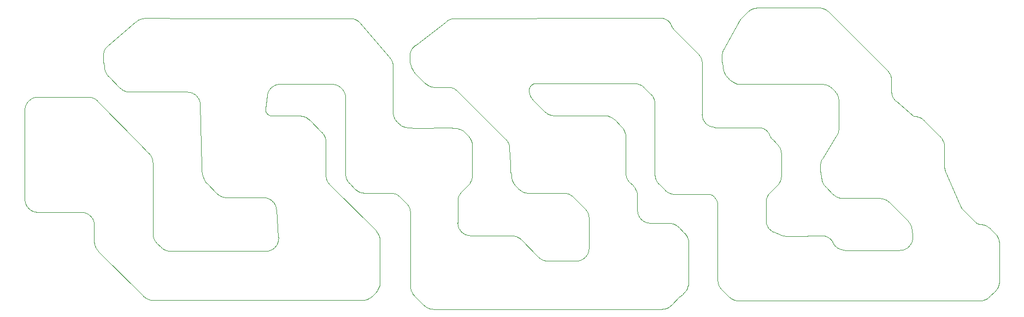
<source format=gbr>
G04 #@! TF.FileFunction,Profile,NP*
%FSLAX46Y46*%
G04 Gerber Fmt 4.6, Leading zero omitted, Abs format (unit mm)*
G04 Created by KiCad (PCBNEW 4.0.4-stable) date 12/18/16 15:48:06*
%MOMM*%
%LPD*%
G01*
G04 APERTURE LIST*
%ADD10C,0.100000*%
G04 APERTURE END LIST*
D10*
X121754900Y-98428177D02*
X121708924Y-98089841D01*
X129774562Y-121479229D02*
X129802049Y-121436271D01*
X129768676Y-112598076D02*
X129539175Y-112299910D01*
X129967286Y-121121156D02*
X130077973Y-120765980D01*
X121832511Y-104227471D02*
X121815211Y-104161406D01*
X122250919Y-105002285D02*
X122206923Y-104950053D01*
X130012330Y-113081371D02*
X129990807Y-113023108D01*
X122296673Y-105052984D02*
X122250919Y-105002285D01*
X130113455Y-113492582D02*
X130103170Y-113436777D01*
X129990807Y-113023108D02*
X129967286Y-112965622D01*
X130136877Y-113718208D02*
X130133693Y-113661552D01*
X130136877Y-120368570D02*
X130139478Y-120312756D01*
X121982575Y-104608007D02*
X121952196Y-104546844D01*
X130140345Y-113829889D02*
X130139478Y-113774021D01*
X121758345Y-103687877D02*
X121758345Y-98539489D01*
X121787426Y-104027698D02*
X121776973Y-103960211D01*
X121759511Y-103756160D02*
X121758345Y-103687877D01*
X122344132Y-105102091D02*
X122296673Y-105052984D01*
X129481137Y-112239097D02*
X122344132Y-105102091D01*
X121776973Y-103960211D02*
X121768831Y-103892406D01*
X121923923Y-104484680D02*
X121897788Y-104421586D01*
X130128724Y-113605026D02*
X130121975Y-113548684D01*
X130091131Y-113381325D02*
X130077973Y-113320798D01*
X121897788Y-104421586D02*
X121873823Y-104357637D01*
X129737459Y-121536666D02*
X129774562Y-121479229D01*
X129802049Y-121436271D02*
X129967286Y-121121156D01*
X121758345Y-98539489D02*
X121757484Y-98483806D01*
X121768831Y-103892406D02*
X121763008Y-103824362D01*
X130031830Y-113140343D02*
X130012330Y-113081371D01*
X122164735Y-104896350D02*
X122124405Y-104841238D01*
X130049284Y-113199952D02*
X130031830Y-113140343D01*
X122124405Y-104841238D02*
X122085981Y-104784781D01*
X130103170Y-113436777D02*
X130091131Y-113381325D01*
X130139478Y-113774021D02*
X130136877Y-113718208D01*
X121852056Y-104292906D02*
X121832511Y-104227471D01*
X130133693Y-113661552D02*
X130128724Y-113605026D01*
X121952196Y-104546844D02*
X121923923Y-104484680D01*
X129539175Y-112299910D02*
X129481137Y-112239097D01*
X130064671Y-113260127D02*
X130049284Y-113199952D01*
X122085981Y-104784781D02*
X122049506Y-104727045D01*
X121800177Y-104094789D02*
X121787426Y-104027698D01*
X122049506Y-104727045D02*
X122015024Y-104668098D01*
X129967286Y-112965622D02*
X129801834Y-112650181D01*
X121631346Y-97793983D02*
X121610295Y-97736646D01*
X121757484Y-98483806D02*
X121754900Y-98428177D01*
X121650439Y-97852002D02*
X121631346Y-97793983D01*
X129698414Y-121592800D02*
X129737459Y-121536666D01*
X130121975Y-113548684D02*
X130113455Y-113492582D01*
X121667553Y-97910634D02*
X121650439Y-97852002D01*
X121682668Y-97969814D02*
X121667553Y-97910634D01*
X121873823Y-104357637D02*
X121852056Y-104292906D01*
X130077973Y-113320798D02*
X130064671Y-113260127D01*
X121695766Y-98029472D02*
X121682668Y-97969814D01*
X121708924Y-98089841D02*
X121695766Y-98029472D01*
X121763008Y-103824362D02*
X121759511Y-103756160D01*
X121815211Y-104161406D02*
X121800177Y-104094789D01*
X129801834Y-112650181D02*
X129768676Y-112598076D01*
X130140345Y-120256889D02*
X130140345Y-113829889D01*
X130077973Y-120765980D02*
X130091131Y-120705453D01*
X130091131Y-120705453D02*
X130136877Y-120368570D01*
X130139478Y-120312756D02*
X130140345Y-120256889D01*
X122015024Y-104668098D02*
X121982575Y-104608007D01*
X122206923Y-104950053D02*
X122164735Y-104896350D01*
X93452622Y-122373523D02*
X93490276Y-122411773D01*
X127947943Y-122977430D02*
X128006952Y-122960656D01*
X129570096Y-121752745D02*
X129614683Y-121700903D01*
X129482276Y-121846541D02*
X129523762Y-121803032D01*
X128837356Y-122487035D02*
X128881491Y-122447008D01*
X127583116Y-123050938D02*
X127644977Y-123042516D01*
X128564159Y-122693220D02*
X128837356Y-122487035D01*
X128237779Y-122874601D02*
X128294625Y-122848799D01*
X128180073Y-122898417D02*
X128237779Y-122874601D01*
X127767679Y-123019484D02*
X127828383Y-123004899D01*
X127828383Y-123004899D02*
X127888397Y-122992183D01*
X127396328Y-123063715D02*
X127458722Y-123061543D01*
X127331345Y-123064889D02*
X127396328Y-123063715D01*
X94895905Y-123058339D02*
X94953332Y-123061937D01*
X93999901Y-122789596D02*
X94052815Y-122818370D01*
X94838622Y-123052908D02*
X94895905Y-123058339D01*
X86503696Y-115425011D02*
X86538711Y-115459413D01*
X94052815Y-122818370D02*
X94106662Y-122845358D01*
X94437915Y-122971449D02*
X94494597Y-122986301D01*
X93748489Y-122630059D02*
X93796209Y-122662634D01*
X128123084Y-122921126D02*
X128180073Y-122898417D01*
X127644977Y-123042516D02*
X127706521Y-123032028D01*
X95010845Y-123063697D02*
X95076345Y-123064889D01*
X94494597Y-122986301D02*
X94551733Y-122999301D01*
X94668224Y-123025677D02*
X94724723Y-123036568D01*
X94953332Y-123061937D02*
X95010845Y-123063697D01*
X129657473Y-121647567D02*
X129698414Y-121592800D01*
X128459322Y-122759793D02*
X128512053Y-122726377D01*
X129614683Y-121700903D02*
X129657473Y-121647567D01*
X127521008Y-123057282D02*
X127583116Y-123050938D01*
X93529007Y-122448933D02*
X93568785Y-122484971D01*
X129523762Y-121803032D02*
X129570096Y-121752745D01*
X128924276Y-122405541D02*
X129482276Y-121846541D01*
X128512053Y-122726377D02*
X128564159Y-122693220D01*
X128065355Y-122941881D02*
X128123084Y-122921126D01*
X127888397Y-122992183D02*
X127947943Y-122977430D01*
X94381746Y-122954759D02*
X94437915Y-122971449D01*
X93611941Y-122523388D02*
X93656307Y-122560400D01*
X128350542Y-122821041D02*
X128405463Y-122791360D01*
X93844950Y-122693661D02*
X93897108Y-122726819D01*
X128006952Y-122960656D02*
X128065355Y-122941881D01*
X127458722Y-123061543D02*
X127521008Y-123057282D01*
X93796209Y-122662634D02*
X93844950Y-122693661D01*
X94781542Y-123045648D02*
X94838622Y-123052908D01*
X94106662Y-122845358D02*
X94161381Y-122870529D01*
X93897108Y-122726819D02*
X93947979Y-122759067D01*
X93568785Y-122484971D02*
X93611941Y-122523388D01*
X93490276Y-122411773D02*
X93529007Y-122448933D01*
X94551733Y-122999301D02*
X94612101Y-123012985D01*
X94161381Y-122870529D02*
X94216913Y-122893855D01*
X94216913Y-122893855D02*
X94271186Y-122915942D01*
X93656307Y-122560400D02*
X93701839Y-122595970D01*
X93701839Y-122595970D02*
X93748489Y-122630059D01*
X86538711Y-115459413D02*
X93452622Y-122373523D01*
X94271186Y-122915942D02*
X94326150Y-122936251D01*
X128881491Y-122447008D02*
X128924276Y-122405541D01*
X94724723Y-123036568D02*
X94781542Y-123045648D01*
X127706521Y-123032028D02*
X127767679Y-123019484D01*
X94612101Y-123012985D02*
X94668224Y-123025677D01*
X93947979Y-122759067D02*
X93999901Y-122789596D01*
X128294625Y-122848799D02*
X128350542Y-122821041D01*
X128405463Y-122791360D02*
X128459322Y-122759793D01*
X95076345Y-123064889D02*
X127331345Y-123064889D01*
X94326150Y-122936251D02*
X94381746Y-122954759D01*
X86469583Y-115389714D02*
X86503696Y-115425011D01*
X86436397Y-115353545D02*
X86469583Y-115389714D01*
X86396319Y-115309181D02*
X86436397Y-115353545D01*
X84186366Y-109408870D02*
X84253457Y-109421621D01*
X85055018Y-109786179D02*
X85108721Y-109828366D01*
X86285226Y-115168454D02*
X86320692Y-115216584D01*
X86124322Y-114916158D02*
X86154325Y-114966928D01*
X86095998Y-114864433D02*
X86124322Y-114916158D01*
X85308217Y-110014683D02*
X85353971Y-110065382D01*
X86021396Y-114704082D02*
X86044507Y-114758338D01*
X84643347Y-109545366D02*
X84705512Y-109573639D01*
X85910202Y-114350814D02*
X86021396Y-114704082D01*
X85397968Y-110117613D02*
X85440156Y-110171316D01*
X84451574Y-109473499D02*
X84516305Y-109495267D01*
X85827917Y-111107456D02*
X85836060Y-111175261D01*
X85160953Y-109872363D02*
X85211652Y-109918117D01*
X85789679Y-110906260D02*
X85804713Y-110972877D01*
X85652695Y-110520822D02*
X85680968Y-110582987D01*
X85589866Y-110399568D02*
X85622316Y-110459659D01*
X85480485Y-110226428D02*
X85518910Y-110282885D01*
X85846545Y-111379789D02*
X85846545Y-111454026D01*
X85622316Y-110459659D02*
X85652695Y-110520822D01*
X84826766Y-109636468D02*
X84885713Y-109670950D01*
X86251378Y-115119172D02*
X86285226Y-115168454D01*
X86219186Y-115068793D02*
X86251378Y-115119172D01*
X86069383Y-114811807D02*
X86095998Y-114864433D01*
X85896833Y-114290288D02*
X85910202Y-114350814D01*
X85804713Y-110972877D02*
X85817464Y-111039968D01*
X85707102Y-110646080D02*
X85731067Y-110710030D01*
X84386139Y-109453954D02*
X84451574Y-109473499D01*
X84705512Y-109573639D02*
X84766675Y-109604018D01*
X84999906Y-109745849D02*
X85055018Y-109786179D01*
X84253457Y-109421621D02*
X84320074Y-109436655D01*
X84885713Y-109670950D02*
X84943449Y-109707425D01*
X85847211Y-113884848D02*
X85849209Y-113933771D01*
X85841883Y-111243304D02*
X85845379Y-111311507D01*
X84580254Y-109519232D02*
X84643347Y-109545366D01*
X85731067Y-110710030D02*
X85752835Y-110774760D01*
X84516305Y-109495267D02*
X84580254Y-109519232D01*
X86185975Y-115016688D02*
X86219186Y-115068793D01*
X85846545Y-111454026D02*
X85846545Y-113835889D01*
X85836060Y-111175261D02*
X85841883Y-111243304D01*
X84118879Y-109398417D02*
X84186366Y-109408870D01*
X85680968Y-110582987D02*
X85707102Y-110646080D01*
X84943449Y-109707425D02*
X84999906Y-109745849D01*
X85211652Y-109918117D02*
X85260759Y-109965575D01*
X86044507Y-114758338D02*
X86069383Y-114811807D01*
X85817464Y-111039968D02*
X85827917Y-111107456D01*
X84320074Y-109436655D02*
X84386139Y-109453954D01*
X85555384Y-110340621D02*
X85589866Y-110399568D01*
X85353971Y-110065382D02*
X85397968Y-110117613D01*
X85440156Y-110171316D02*
X85480485Y-110226428D01*
X84766675Y-109604018D02*
X84826766Y-109636468D01*
X85846545Y-113835889D02*
X85847211Y-113884848D01*
X86357736Y-115263511D02*
X86396319Y-115309181D01*
X85260759Y-109965575D02*
X85308217Y-110014683D01*
X85772380Y-110840195D02*
X85789679Y-110906260D01*
X86320692Y-115216584D02*
X86357736Y-115263511D01*
X86154325Y-114966928D02*
X86185975Y-115016688D01*
X85845379Y-111311507D02*
X85846545Y-111379789D01*
X85849209Y-113933771D02*
X85896833Y-114290288D01*
X85518910Y-110282885D02*
X85555384Y-110340621D01*
X85108721Y-109828366D02*
X85160953Y-109872363D01*
X85752835Y-110774760D02*
X85772380Y-110840195D01*
X112701964Y-94159549D02*
X112677333Y-94135263D01*
X112808433Y-94247753D02*
X112780688Y-94227096D01*
X112956938Y-94336002D02*
X112926051Y-94320429D01*
X112988345Y-94350497D02*
X112956938Y-94336002D01*
X118682889Y-94684741D02*
X118630263Y-94658127D01*
X113085308Y-94387351D02*
X113052568Y-94376187D01*
X121387117Y-97308094D02*
X121357944Y-97262170D01*
X113118414Y-94397376D02*
X113085308Y-94387351D01*
X118576794Y-94633251D02*
X118522539Y-94610140D01*
X118734614Y-94713065D02*
X118682889Y-94684741D01*
X121065980Y-96915764D02*
X119277868Y-95127456D01*
X119172001Y-95025140D02*
X118887249Y-94807929D01*
X121511826Y-97515958D02*
X121483052Y-97463044D01*
X121192037Y-97046900D02*
X121155060Y-97006992D01*
X121587311Y-97680056D02*
X121563985Y-97624525D01*
X121327397Y-97217149D02*
X121295503Y-97173072D01*
X121610295Y-97736646D02*
X121587311Y-97680056D01*
X121227792Y-97087908D02*
X121192037Y-97046900D01*
X121357944Y-97262170D02*
X121327397Y-97217149D01*
X118108744Y-94485577D02*
X117752228Y-94437952D01*
X113322504Y-94433032D02*
X113288043Y-94430044D01*
X112587632Y-94030051D02*
X112567548Y-94001889D01*
X112630662Y-94084209D02*
X112608679Y-94057503D01*
X112753673Y-94205493D02*
X112727421Y-94182968D01*
X112780688Y-94227096D02*
X112753673Y-94205493D01*
X113020234Y-94363897D02*
X112988345Y-94350497D01*
X121563985Y-97624525D02*
X121538814Y-97569805D01*
X118522539Y-94610140D02*
X118169271Y-94498945D01*
X121262291Y-97129978D02*
X121227792Y-97087908D01*
X112653556Y-94110140D02*
X112630662Y-94084209D01*
X112836877Y-94267437D02*
X112808433Y-94247753D01*
X113151847Y-94406250D02*
X113118414Y-94397376D01*
X121538814Y-97569805D02*
X121511826Y-97515958D01*
X113219533Y-94420504D02*
X113185567Y-94413962D01*
X113391634Y-94435424D02*
X113357048Y-94434826D01*
X121420275Y-97360252D02*
X121387117Y-97308094D01*
X119277868Y-95127456D02*
X119243467Y-95092440D01*
X121155060Y-97006992D02*
X121111274Y-96960642D01*
X121111274Y-96960642D02*
X121065980Y-96915764D01*
X112865985Y-94286126D02*
X112836877Y-94267437D01*
X113288043Y-94430044D02*
X113253706Y-94425867D01*
X112895721Y-94303797D02*
X112865985Y-94286126D01*
X118887249Y-94807929D02*
X118835144Y-94774719D01*
X121452524Y-97411123D02*
X121420275Y-97360252D01*
X117752228Y-94437952D02*
X113391634Y-94435424D01*
X119243467Y-95092440D02*
X119208170Y-95058327D01*
X119208170Y-95058327D02*
X119172001Y-95025140D01*
X113052568Y-94376187D02*
X113020234Y-94363897D01*
X118785384Y-94743069D02*
X118734614Y-94713065D01*
X112530360Y-93943565D02*
X112513301Y-93913473D01*
X118169271Y-94498945D02*
X118108744Y-94485577D01*
X112548449Y-93973049D02*
X112530360Y-93943565D01*
X112567548Y-94001889D02*
X112548449Y-93973049D01*
X113253706Y-94425867D02*
X113219533Y-94420504D01*
X112608679Y-94057503D02*
X112587632Y-94030051D01*
X112727421Y-94182968D02*
X112701964Y-94159549D01*
X112926051Y-94320429D02*
X112895721Y-94303797D01*
X113357048Y-94434826D02*
X113322504Y-94433032D01*
X118835144Y-94774719D02*
X118785384Y-94743069D01*
X121295503Y-97173072D02*
X121262291Y-97129978D01*
X113185567Y-94413962D02*
X113151847Y-94406250D01*
X121483052Y-97463044D02*
X121452524Y-97411123D01*
X118630263Y-94658127D02*
X118576794Y-94633251D01*
X112677333Y-94135263D02*
X112653556Y-94110140D01*
X76176415Y-91744018D02*
X76116325Y-91776468D01*
X85937089Y-91784883D02*
X85876273Y-91751392D01*
X86274346Y-92028149D02*
X86221770Y-91982805D01*
X85218885Y-91539041D02*
X85149969Y-91530626D01*
X76237578Y-91713639D02*
X76176415Y-91744018D01*
X85687370Y-91663853D02*
X85622504Y-91639102D01*
X76689633Y-91561621D02*
X76623016Y-91576655D01*
X76960060Y-91524451D02*
X76892017Y-91530274D01*
X86221770Y-91982805D02*
X86167652Y-91939314D01*
X85876273Y-91751392D02*
X85814331Y-91720031D01*
X86055052Y-91858095D02*
X85996706Y-91820465D01*
X85011468Y-91520994D02*
X84942051Y-91519789D01*
X77096545Y-91519789D02*
X77028263Y-91520955D01*
X86167652Y-91939314D02*
X86112057Y-91897727D01*
X75834369Y-91968366D02*
X75782138Y-92012363D01*
X92825564Y-98745915D02*
X86374619Y-92124172D01*
X75888073Y-91926179D02*
X75834369Y-91968366D01*
X85423302Y-91578553D02*
X85355634Y-91563019D01*
X75634873Y-92154683D02*
X75589119Y-92205382D01*
X75589119Y-92205382D02*
X75545123Y-92257613D01*
X76556952Y-91593954D02*
X76491516Y-91613499D01*
X76824212Y-91538417D02*
X76756725Y-91548870D01*
X85287468Y-91549843D02*
X85218885Y-91539041D01*
X85622504Y-91639102D02*
X85556817Y-91616617D01*
X85556817Y-91616617D02*
X85490390Y-91596426D01*
X86374619Y-92124172D02*
X86325316Y-92075290D01*
X75545123Y-92257613D02*
X75502935Y-92311316D01*
X76299743Y-91685366D02*
X76237578Y-91713639D01*
X76362837Y-91659232D02*
X76299743Y-91685366D01*
X86325316Y-92075290D02*
X86274346Y-92028149D01*
X86112057Y-91897727D02*
X86055052Y-91858095D01*
X75235988Y-92786080D02*
X75212023Y-92850030D01*
X76623016Y-91576655D02*
X76556952Y-91593954D01*
X77028263Y-91520955D02*
X76960060Y-91524451D01*
X75290396Y-92660822D02*
X75262123Y-92722987D01*
X76892017Y-91530274D02*
X76824212Y-91538417D01*
X85814331Y-91720031D02*
X85751338Y-91690840D01*
X75943185Y-91885849D02*
X75888073Y-91926179D01*
X76426786Y-91635267D02*
X76362837Y-91659232D01*
X75262123Y-92722987D02*
X75235988Y-92786080D01*
X75320775Y-92599659D02*
X75290396Y-92660822D01*
X85996706Y-91820465D02*
X85937089Y-91784883D01*
X76116325Y-91776468D02*
X76057377Y-91810950D01*
X85751338Y-91690840D02*
X85687370Y-91663853D01*
X75353224Y-92539568D02*
X75320775Y-92599659D01*
X75387706Y-92480621D02*
X75353224Y-92539568D01*
X75424181Y-92422885D02*
X75387706Y-92480621D01*
X76756725Y-91548870D02*
X76689633Y-91561621D01*
X75462605Y-92366428D02*
X75424181Y-92422885D01*
X75502935Y-92311316D02*
X75462605Y-92366428D01*
X85490390Y-91596426D02*
X85423302Y-91578553D01*
X76491516Y-91613499D02*
X76426786Y-91635267D01*
X75682332Y-92105575D02*
X75634873Y-92154683D01*
X75731439Y-92058117D02*
X75682332Y-92105575D01*
X76057377Y-91810950D02*
X75999642Y-91847425D01*
X94243978Y-100164366D02*
X92825564Y-98745915D01*
X82995028Y-91519789D02*
X77096545Y-91519789D01*
X85080802Y-91524608D02*
X85011468Y-91520994D01*
X85149969Y-91530626D02*
X85080802Y-91524608D01*
X85355634Y-91563019D02*
X85287468Y-91549843D01*
X84942051Y-91519789D02*
X82995028Y-91519789D01*
X75782138Y-92012363D02*
X75731439Y-92058117D01*
X75999642Y-91847425D02*
X75943185Y-91885849D01*
X94788325Y-100986801D02*
X94767951Y-100936295D01*
X94977973Y-113111848D02*
X94965224Y-113044759D01*
X94386372Y-100314597D02*
X94346294Y-100270233D01*
X94424954Y-100360267D02*
X94386372Y-100314597D01*
X96384811Y-114967274D02*
X96332578Y-114923274D01*
X95101709Y-113501723D02*
X95075576Y-113438631D01*
X94661309Y-100712806D02*
X94629922Y-100659392D01*
X94890982Y-101355723D02*
X94877739Y-101300641D01*
X94920226Y-101523087D02*
X94912236Y-101467002D01*
X95029848Y-113309957D02*
X95010304Y-113244524D01*
X94497465Y-100455324D02*
X94461999Y-100407193D01*
X94854287Y-101194287D02*
X94840159Y-101141691D01*
X95010304Y-113244524D02*
X94993006Y-113178462D01*
X95227282Y-113744081D02*
X95192803Y-113685135D01*
X95192803Y-113685135D02*
X95160356Y-113625046D01*
X94937311Y-112773232D02*
X94936145Y-112704953D01*
X94940807Y-112841432D02*
X94937311Y-112773232D01*
X96281879Y-114877516D02*
X96232771Y-114830054D01*
X94690839Y-100767268D02*
X94661309Y-100712806D01*
X94866818Y-101247287D02*
X94854287Y-101194287D01*
X94946630Y-112909473D02*
X94940807Y-112841432D01*
X95075576Y-113438631D02*
X95051614Y-113374684D01*
X96607824Y-115124703D02*
X96550087Y-115088226D01*
X95302175Y-113858270D02*
X95263753Y-113801815D01*
X94807163Y-101037900D02*
X94788325Y-100986801D01*
X95342501Y-113913381D02*
X95302175Y-113858270D01*
X94278994Y-100198767D02*
X94243978Y-100164366D01*
X94933561Y-101692463D02*
X94930894Y-101635874D01*
X94313107Y-100234064D02*
X94278994Y-100198767D01*
X94346294Y-100270233D02*
X94313107Y-100234064D01*
X94531312Y-100504606D02*
X94497465Y-100455324D01*
X94767951Y-100936295D02*
X94744191Y-100879079D01*
X96438515Y-115009465D02*
X96384811Y-114967274D01*
X96550087Y-115088226D02*
X96493628Y-115049798D01*
X94954772Y-112977275D02*
X94946630Y-112909473D01*
X94993006Y-113178462D02*
X94977973Y-113111848D01*
X95428678Y-114019314D02*
X95384685Y-113967083D01*
X94461999Y-100407193D02*
X94424954Y-100360267D01*
X94563505Y-100554985D02*
X94531312Y-100504606D01*
X94629922Y-100659392D02*
X94596715Y-100607090D01*
X94824446Y-101089546D02*
X94807163Y-101037900D01*
X94930894Y-101635874D02*
X94926448Y-101579396D01*
X95474429Y-114070012D02*
X95428678Y-114019314D01*
X95160356Y-113625046D02*
X95129979Y-113563885D01*
X96493628Y-115049798D02*
X96438515Y-115009465D01*
X94936145Y-101788889D02*
X94935499Y-101740658D01*
X95521884Y-114119119D02*
X95474429Y-114070012D01*
X95384685Y-113967083D02*
X95342501Y-113913381D01*
X94718477Y-100822714D02*
X94690839Y-100767268D01*
X94744191Y-100879079D02*
X94718477Y-100822714D01*
X94840159Y-101141691D02*
X94824446Y-101089546D01*
X94877739Y-101300641D02*
X94866818Y-101247287D01*
X94902485Y-101411195D02*
X94890982Y-101355723D01*
X94912236Y-101467002D02*
X94902485Y-101411195D01*
X94965224Y-113044759D02*
X94954772Y-112977275D01*
X94926448Y-101579396D02*
X94920226Y-101523087D01*
X94935499Y-101740658D02*
X94933561Y-101692463D01*
X94936145Y-112704953D02*
X94936145Y-101788889D01*
X95051614Y-113374684D02*
X95029848Y-113309957D01*
X95129979Y-113563885D02*
X95101709Y-113501723D01*
X96232771Y-114830054D02*
X95521884Y-114119119D01*
X95263753Y-113801815D02*
X95227282Y-113744081D01*
X96332578Y-114923274D02*
X96281879Y-114877516D01*
X94596715Y-100607090D02*
X94563505Y-100554985D01*
X114382795Y-113740950D02*
X114370475Y-113808492D01*
X113729564Y-114918265D02*
X113677219Y-114962693D01*
X114008935Y-114616493D02*
X113966783Y-114670687D01*
X113082586Y-115299185D02*
X113017548Y-115321182D01*
X112751007Y-115386497D02*
X112683168Y-115397061D01*
X113511476Y-115084841D02*
X113453542Y-115121685D01*
X113017548Y-115321182D02*
X112951793Y-115340933D01*
X113966783Y-114670687D02*
X113922796Y-114723403D01*
X114400446Y-113604795D02*
X114392789Y-113673024D01*
X113677219Y-114962693D02*
X113623380Y-115005298D01*
X113829526Y-114824153D02*
X113780353Y-114872067D01*
X114298270Y-114073250D02*
X114274594Y-114137695D01*
X96850198Y-115250297D02*
X96788031Y-115222022D01*
X113922796Y-114723403D02*
X113877026Y-114774579D01*
X114338919Y-113942111D02*
X114319720Y-114008029D01*
X114123892Y-114445683D02*
X114087535Y-114503924D01*
X114274594Y-114137695D02*
X114248720Y-114201291D01*
X113272638Y-115219995D02*
X113210206Y-115248562D01*
X97307197Y-115386805D02*
X97240103Y-115374053D01*
X97510542Y-115411226D02*
X97442495Y-115405403D01*
X112546601Y-115411176D02*
X112478035Y-115414710D01*
X113146831Y-115274969D02*
X113082586Y-115299185D01*
X113394378Y-115156519D02*
X113334053Y-115189302D01*
X113453542Y-115121685D02*
X113394378Y-115156519D01*
X114087535Y-114503924D02*
X114049201Y-114560883D01*
X114405757Y-113536343D02*
X114400446Y-113604795D01*
X97173484Y-115359018D02*
X97107416Y-115341717D01*
X112951793Y-115340933D02*
X112885399Y-115358416D01*
X114049201Y-114560883D02*
X114008935Y-114616493D01*
X114190503Y-114325631D02*
X114158227Y-114386229D01*
X113877026Y-114774579D02*
X113829526Y-114824153D01*
X114407562Y-113330461D02*
X114409317Y-113399095D01*
X114355844Y-113875573D02*
X114338919Y-113942111D01*
X112478035Y-115414710D02*
X112409388Y-115415889D01*
X96913294Y-115276434D02*
X96850198Y-115250297D01*
X97578747Y-115414723D02*
X97510542Y-115411226D01*
X112409388Y-115415889D02*
X97647033Y-115415889D01*
X113623380Y-115005298D02*
X113568111Y-115046030D01*
X96977245Y-115300401D02*
X96913294Y-115276434D01*
X114248720Y-114201291D02*
X114220679Y-114263960D01*
X112818444Y-115373610D02*
X112751007Y-115386497D01*
X113780353Y-114872067D02*
X113729564Y-114918265D01*
X114319720Y-114008029D02*
X114298270Y-114073250D01*
X114370475Y-113808492D02*
X114355844Y-113875573D01*
X113568111Y-115046030D02*
X113511476Y-115084841D01*
X96666773Y-115159188D02*
X96607824Y-115124703D01*
X96726866Y-115191640D02*
X96666773Y-115159188D01*
X97442495Y-115405403D02*
X97374688Y-115397259D01*
X112615005Y-115405291D02*
X112546601Y-115411176D01*
X114408715Y-113467750D02*
X114405757Y-113536343D01*
X113334053Y-115189302D02*
X113272638Y-115219995D01*
X96788031Y-115222022D02*
X96726866Y-115191640D01*
X97041978Y-115322170D02*
X96977245Y-115300401D01*
X97374688Y-115397259D02*
X97307197Y-115386805D01*
X114158227Y-114386229D02*
X114123892Y-114445683D01*
X114392789Y-113673024D02*
X114382795Y-113740950D01*
X114409317Y-113399095D02*
X114408715Y-113467750D01*
X97107416Y-115341717D02*
X97041978Y-115322170D01*
X112885399Y-115358416D02*
X112818444Y-115373610D01*
X113210206Y-115248562D02*
X113146831Y-115274969D01*
X97240103Y-115374053D02*
X97173484Y-115359018D01*
X97647033Y-115415889D02*
X97578747Y-115414723D01*
X112683168Y-115397061D02*
X112615005Y-115405291D01*
X114220679Y-114263960D02*
X114190503Y-114325631D01*
X75125626Y-93179968D02*
X75115173Y-93247456D01*
X75212023Y-92850030D02*
X75190256Y-92914760D01*
X76426786Y-109264311D02*
X76491516Y-109286078D01*
X76299743Y-109214211D02*
X76362837Y-109240346D01*
X76176415Y-109155559D02*
X76237578Y-109185938D01*
X75320775Y-108299919D02*
X75353224Y-108360009D01*
X75101208Y-107516274D02*
X75107031Y-107584317D01*
X75096545Y-107379789D02*
X75097711Y-107448071D01*
X76237578Y-109185938D02*
X76299743Y-109214211D01*
X76116325Y-109123110D02*
X76176415Y-109155559D01*
X75682332Y-108794002D02*
X75731439Y-108841461D01*
X75888073Y-108973399D02*
X75943185Y-109013729D01*
X75212023Y-108049548D02*
X75235988Y-108113497D01*
X75545123Y-108641965D02*
X75589119Y-108694196D01*
X75153411Y-107853318D02*
X75170711Y-107919382D01*
X75387706Y-108418957D02*
X75424181Y-108476693D01*
X75138377Y-107786701D02*
X75153411Y-107853318D01*
X75502935Y-108588262D02*
X75545123Y-108641965D01*
X75353224Y-108360009D02*
X75387706Y-108418957D01*
X76362837Y-109240346D02*
X76426786Y-109264311D01*
X75096545Y-93519789D02*
X75096545Y-107379789D01*
X76824212Y-109361161D02*
X76892017Y-109369303D01*
X75107031Y-93315261D02*
X75101208Y-93383304D01*
X75170711Y-92980195D02*
X75153411Y-93046260D01*
X75125626Y-107719610D02*
X75138377Y-107786701D01*
X75170711Y-107919382D02*
X75190256Y-107984818D01*
X75097711Y-107448071D02*
X75101208Y-107516274D01*
X76756725Y-109350708D02*
X76824212Y-109361161D01*
X75462605Y-108533150D02*
X75502935Y-108588262D01*
X76623016Y-109322923D02*
X76689633Y-109337957D01*
X76491516Y-109286078D02*
X76556952Y-109305623D01*
X75731439Y-108841461D02*
X75782138Y-108887215D01*
X75190256Y-107984818D02*
X75212023Y-108049548D01*
X75153411Y-93046260D02*
X75138377Y-93112877D01*
X75290396Y-108238756D02*
X75320775Y-108299919D01*
X75115173Y-93247456D02*
X75107031Y-93315261D01*
X75138377Y-93112877D02*
X75125626Y-93179968D01*
X75589119Y-108694196D02*
X75634873Y-108744895D01*
X75634873Y-108744895D02*
X75682332Y-108794002D01*
X82995028Y-109379789D02*
X83846545Y-109379789D01*
X75943185Y-109013729D02*
X75999642Y-109052153D01*
X75424181Y-108476693D02*
X75462605Y-108533150D01*
X75115173Y-107652122D02*
X75125626Y-107719610D01*
X75262123Y-108176591D02*
X75290396Y-108238756D01*
X76556952Y-109305623D02*
X76623016Y-109322923D01*
X75782138Y-108887215D02*
X75834369Y-108931211D01*
X75834369Y-108931211D02*
X75888073Y-108973399D01*
X76057377Y-109088628D02*
X76116325Y-109123110D01*
X75101208Y-93383304D02*
X75097711Y-93451507D01*
X75190256Y-92914760D02*
X75170711Y-92980195D01*
X84051074Y-109390274D02*
X84118879Y-109398417D01*
X83983030Y-109384451D02*
X84051074Y-109390274D01*
X77028263Y-109378623D02*
X77096545Y-109379789D01*
X83914828Y-109380955D02*
X83983030Y-109384451D01*
X75097711Y-93451507D02*
X75096545Y-93519789D01*
X83846545Y-109379789D02*
X83914828Y-109380955D01*
X78624542Y-109379789D02*
X82995028Y-109379789D01*
X77096545Y-109379789D02*
X78624542Y-109379789D01*
X76960060Y-109375126D02*
X77028263Y-109378623D01*
X75999642Y-109052153D02*
X76057377Y-109088628D01*
X76892017Y-109369303D02*
X76960060Y-109375126D01*
X75235988Y-108113497D02*
X75262123Y-108176591D01*
X76689633Y-109337957D02*
X76756725Y-109350708D01*
X75107031Y-107584317D02*
X75115173Y-107652122D01*
X190388056Y-97174353D02*
X190357201Y-97120682D01*
X190048085Y-96735693D02*
X190002347Y-96693972D01*
X188997750Y-96254063D02*
X188936070Y-96248746D01*
X189181183Y-96282683D02*
X189120379Y-96271042D01*
X190002347Y-96693972D02*
X189955201Y-96653848D01*
X190253830Y-96966471D02*
X190215906Y-96917538D01*
X189645995Y-96449174D02*
X189590641Y-96421450D01*
X189955201Y-96653848D02*
X189906703Y-96615370D01*
X189241550Y-96296409D02*
X189181183Y-96282683D01*
X190092362Y-96778962D02*
X190048085Y-96735693D01*
X189856910Y-96578582D02*
X189805882Y-96543528D01*
X189059210Y-96261498D02*
X188997750Y-96254063D01*
X188874244Y-96245553D02*
X188812345Y-96244489D01*
X189700362Y-96478786D02*
X189645995Y-96449174D01*
X189301410Y-96312203D02*
X189241550Y-96296409D01*
X189590641Y-96421450D02*
X189534367Y-96395645D01*
X189805882Y-96543528D02*
X189753679Y-96510249D01*
X189419324Y-96349916D02*
X189360691Y-96330045D01*
X182051345Y-96244489D02*
G75*
G02X180051345Y-94244489I0J2000000D01*
G01*
X190357201Y-97120682D02*
X190324519Y-97068103D01*
X187919427Y-96244489D02*
X182051345Y-96244489D01*
X189534367Y-96395645D02*
X189477239Y-96371792D01*
X188812345Y-96244489D02*
X187919427Y-96244489D01*
X189906703Y-96615370D02*
X189856910Y-96578582D01*
X190215906Y-96917538D02*
X190176322Y-96869939D01*
X189120379Y-96271042D02*
X189059210Y-96261498D01*
X190324519Y-97068103D02*
X190290049Y-97016679D01*
X190290049Y-97016679D02*
X190253830Y-96966471D01*
X189753679Y-96510249D02*
X189700362Y-96478786D01*
X190135124Y-96823728D02*
X190092362Y-96778962D01*
X189477239Y-96371792D02*
X189419324Y-96349916D01*
X188936070Y-96248746D02*
X188874244Y-96245553D01*
X190176322Y-96869939D02*
X190135124Y-96823728D01*
X189360691Y-96330045D02*
X189301410Y-96312203D01*
X190265031Y-111739923D02*
X190228009Y-111681895D01*
X190526936Y-112058322D02*
X190478803Y-112009119D01*
X189974839Y-111045441D02*
X189961887Y-110977839D01*
X189933530Y-110704180D02*
X189932345Y-110635359D01*
X190129220Y-111500656D02*
X190100513Y-111438097D01*
X189937082Y-110772921D02*
X189933530Y-110704180D01*
X190228009Y-111681895D02*
X190193006Y-111622628D01*
X190478803Y-112009119D02*
X190432392Y-111958287D01*
X192423964Y-112995057D02*
X192357966Y-112976050D01*
X189942997Y-110841498D02*
X189937082Y-110772921D01*
X190027531Y-111245016D02*
X190007680Y-111179109D01*
X191027583Y-112419008D02*
X190966742Y-112386819D01*
X190432392Y-111958287D02*
X190387757Y-111905889D01*
X190681085Y-112195599D02*
X190628137Y-112151618D01*
X191152407Y-112477015D02*
X191089496Y-112449086D01*
X192292660Y-112954789D02*
X192228122Y-112931298D01*
X190966742Y-112386819D02*
X190907045Y-112352554D01*
X190071866Y-107084488D02*
X190098015Y-107021380D01*
X189942837Y-107613808D02*
X189950984Y-107545984D01*
X190047888Y-107148453D02*
X190071866Y-107084488D01*
X189974201Y-107411369D02*
X189989243Y-107344734D01*
X189990109Y-111112557D02*
X189974839Y-111045441D01*
X190100513Y-111438097D02*
X190073974Y-111374587D01*
X190073974Y-111374587D02*
X190049638Y-111310201D01*
X190628137Y-112151618D02*
X190576734Y-112105841D01*
X190026108Y-107213199D02*
X190047888Y-107148453D01*
X190344952Y-111851986D02*
X190304027Y-111796642D01*
X190576734Y-112105841D02*
X190526936Y-112058322D01*
X190791363Y-112277966D02*
X190735515Y-112237732D01*
X190156699Y-106898024D02*
X190189166Y-106837921D01*
X189932345Y-107818394D02*
X189933512Y-107750092D01*
X192164429Y-112905604D02*
X191152407Y-112477015D01*
X189937010Y-107681871D02*
X189942837Y-107613808D01*
X190470963Y-106452978D02*
X190518445Y-106403867D01*
X190425185Y-106503681D02*
X190470963Y-106452978D01*
X190193006Y-111622628D02*
X190160064Y-111562191D01*
X190381166Y-106555919D02*
X190425185Y-106503681D01*
X190338956Y-106609629D02*
X190381166Y-106555919D01*
X190006552Y-107278652D02*
X190026108Y-107213199D01*
X190907045Y-112352554D02*
X190848562Y-112316256D01*
X190304027Y-111796642D02*
X190265031Y-111739923D01*
X191089496Y-112449086D02*
X191027583Y-112419008D01*
X190160064Y-111562191D02*
X190129220Y-111500656D01*
X192228122Y-112931298D02*
X192164429Y-112905604D01*
X189950984Y-107545984D02*
X189961443Y-107478478D01*
X190298606Y-106664750D02*
X190338956Y-106609629D01*
X190260161Y-106721216D02*
X190298606Y-106664750D01*
X190387757Y-111905889D02*
X190344952Y-111851986D01*
X190223667Y-106778962D02*
X190260161Y-106721216D01*
X190049638Y-111310201D02*
X190027531Y-111245016D01*
X190189166Y-106837921D02*
X190223667Y-106778962D01*
X190126303Y-106959201D02*
X190156699Y-106898024D01*
X190098015Y-107021380D02*
X190126303Y-106959201D01*
X189989243Y-107344734D02*
X190006552Y-107278652D01*
X190735515Y-112237732D02*
X190681085Y-112195599D01*
X189951269Y-110909831D02*
X189942997Y-110841498D01*
X192357966Y-112976050D02*
X192292660Y-112954789D01*
X189961887Y-110977839D02*
X189951269Y-110909831D01*
X190007680Y-111179109D02*
X189990109Y-111112557D01*
X189961443Y-107478478D02*
X189974201Y-107411369D01*
X189933512Y-107750092D02*
X189937010Y-107681871D01*
X189932345Y-110635359D02*
X189932345Y-107818394D01*
X190848562Y-112316256D02*
X190791363Y-112277966D01*
X192755096Y-113057038D02*
X192693303Y-113048128D01*
X196766429Y-113037626D02*
X196701060Y-113042630D01*
X192557722Y-113026219D02*
X192490575Y-113011787D01*
X192816542Y-113068085D02*
X192755096Y-113057038D01*
X193006385Y-113106978D02*
X192941765Y-113095176D01*
X193071358Y-113116652D02*
X193006385Y-113106978D01*
X193202081Y-113129575D02*
X193136614Y-113124187D01*
X196062130Y-113132866D02*
X195998164Y-113133889D01*
X196442274Y-113083957D02*
X196379677Y-113097164D01*
X196907298Y-113034111D02*
X196897483Y-113034056D01*
X196506427Y-113070449D02*
X196442274Y-113083957D01*
X196897483Y-113034056D02*
X196831927Y-113034767D01*
X198970853Y-113059662D02*
X198910571Y-113050398D01*
X199030787Y-113070962D02*
X198970853Y-113059662D01*
X200055833Y-113688419D02*
X200016229Y-113642036D01*
X199265670Y-113136241D02*
X199207813Y-113116946D01*
X199322840Y-113157486D02*
X199265670Y-113136241D01*
X200016229Y-113642036D02*
X199975076Y-113597022D01*
X199698403Y-113358450D02*
X199647826Y-113324367D01*
X200229096Y-113938940D02*
X200197880Y-113886544D01*
X196570989Y-113059050D02*
X196506427Y-113070449D01*
X198728327Y-113034922D02*
X198667345Y-113033889D01*
X199149335Y-113099621D02*
X199090304Y-113084287D01*
X199647826Y-113324367D02*
X199596123Y-113292016D01*
X199489578Y-113232660D02*
X199434859Y-113205723D01*
X199207813Y-113116946D02*
X199149335Y-113099621D01*
X195998164Y-113133889D02*
X193333371Y-113133889D01*
X196189802Y-113124686D02*
X196126032Y-113129797D01*
X192625324Y-113038337D02*
X192557722Y-113026219D01*
X198850009Y-113043181D02*
X198789238Y-113038021D01*
X192693303Y-113048128D02*
X192625324Y-113038337D01*
X192877568Y-113081257D02*
X192816542Y-113068085D01*
X192941765Y-113095176D02*
X192877568Y-113081257D01*
X193136614Y-113124187D02*
X193071358Y-113116652D01*
X196635890Y-113049774D02*
X196570989Y-113059050D01*
X196831927Y-113034767D02*
X196766429Y-113037626D01*
X196126032Y-113129797D02*
X196062130Y-113132866D01*
X199747797Y-113394228D02*
X199698403Y-113358450D01*
X200164907Y-113835236D02*
X200130215Y-113785074D01*
X200286116Y-114046754D02*
X200258519Y-113992364D01*
X198910571Y-113050398D02*
X198850009Y-113043181D01*
X200197880Y-113886544D02*
X200164907Y-113835236D01*
X200258519Y-113992364D02*
X200229096Y-113938940D01*
X199379258Y-113180656D02*
X199322840Y-113157486D01*
X199795950Y-113431659D02*
X199747797Y-113394228D01*
X196316690Y-113108361D02*
X196253376Y-113117539D01*
X199975076Y-113597022D02*
X199932422Y-113553428D01*
X200130215Y-113785074D02*
X200093843Y-113736116D01*
X198789238Y-113038021D02*
X198728327Y-113034922D01*
X199932422Y-113553428D02*
X199888316Y-113511304D01*
X199888316Y-113511304D02*
X199842808Y-113470699D01*
X199543353Y-113261435D02*
X199489578Y-113232660D01*
X199596123Y-113292016D02*
X199543353Y-113261435D01*
X196701060Y-113042630D02*
X196635890Y-113049774D01*
X199842808Y-113470699D02*
X199795950Y-113431659D01*
X193267691Y-113132810D02*
X193202081Y-113129575D01*
X199434859Y-113205723D02*
X199379258Y-113180656D01*
X193333371Y-113133889D02*
X193267691Y-113132810D01*
X198667345Y-113033889D02*
X196907298Y-113034111D01*
X200093843Y-113736116D02*
X200055833Y-113688419D01*
X196379677Y-113097164D02*
X196316690Y-113108361D01*
X196253376Y-113117539D02*
X196189802Y-113124686D01*
X199090304Y-113084287D02*
X199030787Y-113070962D01*
X192490575Y-113011787D02*
X192423964Y-112995057D01*
X200311853Y-114102047D02*
X200286116Y-114046754D01*
X202139085Y-115288890D02*
G75*
G02X200311853Y-114102047I0J2000001D01*
G01*
X210937617Y-115269539D02*
X210868528Y-115277997D01*
X211006369Y-115258682D02*
X210937617Y-115269539D01*
X212495647Y-111735178D02*
X212510591Y-111802080D01*
X211074703Y-115245440D02*
X211006369Y-115258682D01*
X211717137Y-114986722D02*
X211657418Y-115022476D01*
X211888333Y-114867306D02*
X211832665Y-114909090D01*
X212650132Y-113089624D02*
X212655860Y-113158992D01*
X211942513Y-114823611D02*
X211888333Y-114867306D01*
X212533560Y-111937223D02*
X212541558Y-112005305D01*
X212659172Y-113228518D02*
X212660062Y-113298117D01*
X212413246Y-111473861D02*
X212437194Y-111538093D01*
X212389049Y-114294212D02*
X212353020Y-114353766D01*
X212328405Y-111286615D02*
X212358820Y-111348048D01*
X212523234Y-111869454D02*
X212533560Y-111937223D01*
X212295903Y-111226259D02*
X212328405Y-111286615D01*
X212614700Y-113712532D02*
X212598774Y-113780290D01*
X212639431Y-113575559D02*
X212628257Y-113644261D01*
X212658529Y-113367705D02*
X212654576Y-113437197D01*
X212232816Y-114524409D02*
X212188871Y-114578387D01*
X210660083Y-115288889D02*
X202139085Y-115288889D01*
X212628257Y-113644261D02*
X212614700Y-113712532D01*
X210799187Y-115284046D02*
X210729677Y-115287678D01*
X210729677Y-115287678D02*
X210660083Y-115288889D01*
X210868528Y-115277997D02*
X210799187Y-115284046D01*
X212358820Y-111348048D02*
X212387111Y-111410488D01*
X211775577Y-114948911D02*
X211717137Y-114986722D01*
X211342196Y-115168975D02*
X211276361Y-115191571D01*
X211596490Y-115056130D02*
X211534428Y-115087644D01*
X211995141Y-114778057D02*
X211942513Y-114823611D01*
X212580501Y-113847453D02*
X212559902Y-113913940D01*
X212387111Y-111410488D02*
X212413246Y-111473861D01*
X211407204Y-115144100D02*
X211342196Y-115168975D01*
X212095482Y-114681595D02*
X212046151Y-114730699D01*
X212478419Y-111668828D02*
X212495647Y-111735178D01*
X212314940Y-114412030D02*
X212274856Y-114468934D01*
X212559902Y-113913940D02*
X212537001Y-113979669D01*
X211142534Y-115229827D02*
X211074703Y-115245440D01*
X211209780Y-115211864D02*
X211142534Y-115229827D01*
X212188871Y-114578387D02*
X212143075Y-114630804D01*
X211471307Y-115116979D02*
X211407204Y-115144100D01*
X212484411Y-114108540D02*
X212454785Y-114171525D01*
X212458927Y-111603107D02*
X212478419Y-111668828D01*
X212598774Y-113780290D02*
X212580501Y-113847453D01*
X212353020Y-114353766D02*
X212314940Y-114412030D01*
X211534428Y-115087644D02*
X211471307Y-115116979D01*
X211832665Y-114909090D02*
X211775577Y-114948911D01*
X212422985Y-114233440D02*
X212389049Y-114294212D01*
X212454785Y-114171525D02*
X212422985Y-114233440D01*
X212655860Y-113158992D02*
X212659172Y-113228518D01*
X212648208Y-113506510D02*
X212639431Y-113575559D01*
X212660062Y-113298117D02*
X212658529Y-113367705D01*
X212143075Y-114630804D02*
X212095482Y-114681595D01*
X211657418Y-115022476D02*
X211596490Y-115056130D01*
X212541558Y-112005305D02*
X212650132Y-113089624D01*
X212511827Y-114044562D02*
X212484411Y-114108540D01*
X211276361Y-115191571D02*
X211209780Y-115211864D01*
X212046151Y-114730699D02*
X211995141Y-114778057D01*
X212274856Y-114468934D02*
X212232816Y-114524409D01*
X212654576Y-113437197D02*
X212648208Y-113506510D01*
X212437194Y-111538093D02*
X212458927Y-111603107D01*
X212510591Y-111802080D02*
X212523234Y-111869454D01*
X212537001Y-113979669D02*
X212511827Y-114044562D01*
X208850455Y-107689534D02*
X208902688Y-107733537D01*
X208568487Y-107497608D02*
X208627437Y-107532095D01*
X208902688Y-107733537D02*
X208953389Y-107779298D01*
X200528454Y-106757852D02*
X200583356Y-106798906D01*
X207656483Y-107242055D02*
X207724691Y-107245552D01*
X200792786Y-106936047D02*
X200846568Y-106967552D01*
X201543128Y-107207019D02*
X201596182Y-107216317D01*
X207588196Y-107240889D02*
X207656483Y-107242055D01*
X201173795Y-107113561D02*
X201225729Y-107130786D01*
X201596182Y-107216317D02*
X201649490Y-107224024D01*
X200957242Y-107024883D02*
X201014001Y-107050640D01*
X200697217Y-106875250D02*
X200740127Y-106902700D01*
X200740127Y-106902700D02*
X200792786Y-106936047D01*
X200846568Y-106967552D02*
X200901408Y-106997176D01*
X208741636Y-107607005D02*
X208796750Y-107647341D01*
X208447226Y-107434769D02*
X208508393Y-107465153D01*
X201920345Y-107240889D02*
X207588196Y-107240889D01*
X200372634Y-106623750D02*
X200423032Y-106670223D01*
X201865379Y-107240049D02*
X201920345Y-107240889D01*
X208127831Y-107315066D02*
X208193271Y-107334614D01*
X201278163Y-107146424D02*
X201331047Y-107160461D01*
X201071618Y-107074417D02*
X201122409Y-107094765D01*
X200474992Y-106714941D02*
X200528454Y-106757852D01*
X208685176Y-107568575D02*
X208741636Y-107607005D01*
X208321959Y-107380354D02*
X208385057Y-107406492D01*
X199189553Y-105442681D02*
X200328553Y-106581681D01*
X208258006Y-107356385D02*
X208321959Y-107380354D01*
X201756679Y-107234636D02*
X201810463Y-107237532D01*
X201490376Y-107196138D02*
X201543128Y-107207019D01*
X207860550Y-107259520D02*
X207928043Y-107269974D01*
X201437974Y-107183683D02*
X201490376Y-107196138D01*
X207792740Y-107251376D02*
X207860550Y-107259520D01*
X201225729Y-107130786D02*
X201278163Y-107146424D01*
X201703005Y-107230132D02*
X201756679Y-107234636D01*
X200901408Y-106997176D02*
X200957242Y-107024883D01*
X201014001Y-107050640D02*
X201071618Y-107074417D01*
X208796750Y-107647341D02*
X208850455Y-107689534D01*
X212224791Y-111109066D02*
X212261351Y-111167053D01*
X201384334Y-107172885D02*
X201437974Y-107183683D01*
X201810463Y-107237532D02*
X201865379Y-107240049D01*
X207928043Y-107269974D02*
X207995139Y-107282727D01*
X208193271Y-107334614D02*
X208258006Y-107356385D01*
X207995139Y-107282727D02*
X208061761Y-107297764D01*
X201649490Y-107224024D02*
X201703005Y-107230132D01*
X212261351Y-111167053D02*
X212295903Y-111226259D01*
X212186265Y-111052366D02*
X212224791Y-111109066D01*
X212145819Y-110997019D02*
X212186265Y-111052366D01*
X209002497Y-107826763D02*
X211965811Y-110790444D01*
X201122409Y-107094765D02*
X201173795Y-107113561D01*
X208627437Y-107532095D02*
X208685176Y-107568575D01*
X200328553Y-106581681D02*
X200372634Y-106623750D01*
X201331047Y-107160461D02*
X201384334Y-107172885D01*
X212103499Y-110943091D02*
X212145819Y-110997019D01*
X212059356Y-110890645D02*
X212103499Y-110943091D01*
X211965811Y-110790444D02*
X212013442Y-110839743D01*
X212013442Y-110839743D02*
X212059356Y-110890645D01*
X208953389Y-107779298D02*
X209002497Y-107826763D01*
X208385057Y-107406492D02*
X208447226Y-107434769D01*
X200583356Y-106798906D02*
X200639632Y-106838054D01*
X200423032Y-106670223D02*
X200474992Y-106714941D01*
X200639632Y-106838054D02*
X200697217Y-106875250D01*
X208508393Y-107465153D02*
X208568487Y-107497608D01*
X207724691Y-107245552D02*
X207792740Y-107251376D01*
X208061761Y-107297764D02*
X208127831Y-107315066D01*
X198510305Y-101380350D02*
X198487978Y-101438789D01*
X198619480Y-101155396D02*
X198589270Y-101210177D01*
X198661004Y-104605082D02*
X198681784Y-104660978D01*
X198869857Y-105031597D02*
X198903015Y-105083702D01*
X198837988Y-104981398D02*
X198869857Y-105031597D01*
X198779309Y-104877979D02*
X198807794Y-104930173D01*
X198752563Y-104824873D02*
X198779309Y-104877979D01*
X198681784Y-104660978D02*
X198704404Y-104716156D01*
X198419344Y-101679232D02*
X198407458Y-101740651D01*
X198704404Y-104716156D02*
X198727586Y-104770912D01*
X198609923Y-104433695D02*
X198625053Y-104491378D01*
X198380345Y-102951889D02*
X198410892Y-103282092D01*
X198410892Y-103282092D02*
X198530456Y-103866526D01*
X198381432Y-101989339D02*
X198380345Y-102051889D01*
X201162014Y-96836084D02*
X201146443Y-96903827D01*
X198397713Y-101802446D02*
X198390121Y-101864543D01*
X201148495Y-91571192D02*
X201163525Y-91637800D01*
X201146443Y-96903827D02*
X201128528Y-96970989D01*
X200973207Y-97357255D02*
X200939640Y-97418123D01*
X201204137Y-96491519D02*
X201200515Y-96560935D01*
X201131200Y-91505136D02*
X201148495Y-91571192D01*
X198625053Y-104491378D02*
X198642087Y-104548527D01*
X200939640Y-97418123D02*
X200903979Y-97477788D01*
X201176272Y-91704882D02*
X201186722Y-91772361D01*
X198534649Y-101322722D02*
X198510305Y-101380350D01*
X198433357Y-101618262D02*
X198419344Y-101679232D01*
X198727586Y-104770912D02*
X198752563Y-104824873D01*
X198642087Y-104548527D02*
X198661004Y-104605082D01*
X198596711Y-104375542D02*
X198609923Y-104433695D01*
X198583027Y-104315016D02*
X198596711Y-104375542D01*
X201194863Y-91840156D02*
X201200684Y-91908190D01*
X198487978Y-101438789D02*
X198467695Y-101497968D01*
X198384692Y-101926866D02*
X198381432Y-101989339D01*
X198530456Y-103866526D02*
X198533813Y-103963570D01*
X198380345Y-102051889D02*
X198380345Y-102951889D01*
X198390121Y-101864543D02*
X198384692Y-101926866D01*
X201004638Y-97295258D02*
X200973207Y-97357255D01*
X201204180Y-91976383D02*
X201205345Y-92044656D01*
X201194483Y-96630182D02*
X201186048Y-96699179D01*
X201205345Y-92044656D02*
X201205345Y-96422020D01*
X198560981Y-101265975D02*
X198534649Y-101322722D01*
X201200515Y-96560935D02*
X201194483Y-96630182D01*
X201205345Y-96422020D02*
X201204137Y-96491519D01*
X201033897Y-97232205D02*
X201004638Y-97295258D01*
X201128528Y-96970989D02*
X201108290Y-97037487D01*
X201186048Y-96699179D02*
X201175221Y-96767840D01*
X201200684Y-91908190D02*
X201204180Y-91976383D01*
X201186722Y-91772361D02*
X201194863Y-91840156D01*
X198449480Y-101557817D02*
X198433357Y-101618262D01*
X201108290Y-97037487D02*
X201085754Y-97103242D01*
X201085754Y-97103242D02*
X201060946Y-97168175D01*
X198651575Y-101101698D02*
X198619480Y-101155396D01*
X200903979Y-97477788D02*
X198651575Y-101101698D01*
X201163525Y-91637800D02*
X201176272Y-91704882D01*
X201060946Y-97168175D02*
X201033897Y-97232205D01*
X198407458Y-101740651D02*
X198397713Y-101802446D01*
X198467695Y-101497968D02*
X198449480Y-101557817D01*
X199148676Y-105400446D02*
X199189553Y-105442681D01*
X198589270Y-101210177D02*
X198560981Y-101265975D01*
X201175221Y-96767840D02*
X201162014Y-96836084D01*
X199109199Y-105356900D02*
X199148676Y-105400446D01*
X198903015Y-105083702D02*
X199109199Y-105356900D01*
X198807794Y-104930173D02*
X198837988Y-104981398D01*
X198533813Y-103963570D02*
X198583027Y-104315016D01*
X201089899Y-91374987D02*
X201111661Y-91439709D01*
X201065941Y-91311045D02*
X201089899Y-91374987D01*
X201011548Y-91185801D02*
X201039814Y-91247959D01*
X200981177Y-91124645D02*
X201011548Y-91185801D01*
X185550946Y-89487001D02*
X185609593Y-89499881D01*
X200948736Y-91064560D02*
X200981177Y-91124645D01*
X200799065Y-90836328D02*
X200839384Y-90891436D01*
X200667161Y-90679703D02*
X200712903Y-90730400D01*
X185847491Y-89531661D02*
X185907463Y-89534626D01*
X185728012Y-89519741D02*
X185787652Y-89526697D01*
X184414553Y-88878281D02*
X184450638Y-88913371D01*
X200619714Y-90630598D02*
X200667161Y-90679703D01*
X185956386Y-89536623D02*
X186005345Y-89537289D01*
X183871264Y-88329849D02*
X183909745Y-88372187D01*
X183401475Y-87516888D02*
X183419984Y-87572484D01*
X185668637Y-89510799D02*
X185728012Y-89519741D01*
X199618338Y-89761580D02*
X199678435Y-89794038D01*
X199037957Y-89566378D02*
X199105058Y-89579132D01*
X198902646Y-89547777D02*
X198970461Y-89555922D01*
X198698089Y-89537289D02*
X198766381Y-89538455D01*
X199851590Y-89903448D02*
X199906707Y-89943788D01*
X198970461Y-89555922D02*
X199037957Y-89566378D01*
X184772441Y-89164648D02*
X184824546Y-89197859D01*
X200914263Y-91005619D02*
X200948736Y-91064560D01*
X200877799Y-90947888D02*
X200914263Y-91005619D01*
X183440292Y-87627448D02*
X183462379Y-87681722D01*
X200756888Y-90782628D02*
X200799065Y-90836328D01*
X200112458Y-90123231D02*
X200619714Y-90630598D01*
X199171683Y-89594171D02*
X199237756Y-89611475D01*
X183662573Y-88053684D02*
X183871264Y-88329849D01*
X184450638Y-88913371D02*
X184487690Y-88947438D01*
X185490420Y-89473632D02*
X185550946Y-89487001D01*
X183462379Y-87681722D02*
X183629415Y-88001526D01*
X184824546Y-89197859D02*
X185137152Y-89362438D01*
X200012648Y-90029995D02*
X200063349Y-90075760D01*
X199737388Y-89828529D02*
X199795129Y-89865014D01*
X183949553Y-88413281D02*
X184414553Y-88878281D01*
X199237756Y-89611475D02*
X199303200Y-89631025D01*
X183909745Y-88372187D02*
X183949553Y-88413281D01*
X200712903Y-90730400D02*
X200756888Y-90782628D01*
X199906707Y-89943788D02*
X199960413Y-89985987D01*
X199431896Y-89676771D02*
X199494997Y-89702912D01*
X183419984Y-87572484D02*
X183440292Y-87627448D01*
X199105058Y-89579132D02*
X199171683Y-89594171D01*
X185137152Y-89362438D02*
X185490420Y-89473632D01*
X199678435Y-89794038D02*
X199737388Y-89828529D01*
X199557168Y-89731193D02*
X199618338Y-89761580D01*
X199494997Y-89702912D02*
X199557168Y-89731193D01*
X183629415Y-88001526D02*
X183662573Y-88053684D01*
X198834593Y-89541953D02*
X198902646Y-89547777D01*
X185907463Y-89534626D02*
X185956386Y-89536623D01*
X186005345Y-89537289D02*
X198698089Y-89537289D01*
X184487690Y-88947438D02*
X184772441Y-89164648D01*
X199960413Y-89985987D02*
X200012648Y-90029995D01*
X200839384Y-90891436D02*
X200877799Y-90947888D01*
X185787652Y-89526697D02*
X185847491Y-89531661D01*
X199367939Y-89652799D02*
X199431896Y-89676771D01*
X201111661Y-91439709D02*
X201131200Y-91505136D01*
X201039814Y-91247959D02*
X201065941Y-91311045D01*
X199795129Y-89865014D02*
X199851590Y-89903448D01*
X200063349Y-90075760D02*
X200112458Y-90123231D01*
X198766381Y-89538455D02*
X198834593Y-89541953D01*
X185609593Y-89499881D02*
X185668637Y-89510799D01*
X199303200Y-89631025D02*
X199367939Y-89652799D01*
X183338434Y-84187587D02*
X183311588Y-84242232D01*
X185735709Y-79859298D02*
X185708191Y-79914619D01*
X183293790Y-86933601D02*
X183297156Y-86992997D01*
X183291207Y-86877972D02*
X183293790Y-86933601D01*
X183205849Y-84527323D02*
X183190568Y-84586257D01*
X183266672Y-86570921D02*
X183290345Y-86627864D01*
X183166692Y-86215336D02*
X183178244Y-86275912D01*
X183177289Y-84645675D02*
X183166028Y-84705507D01*
X183244962Y-86513201D02*
X183266672Y-86570921D01*
X183191864Y-86336057D02*
X183207537Y-86395700D01*
X187542546Y-77985319D02*
X187490441Y-78018529D01*
X187855152Y-77820740D02*
X187542546Y-77985319D01*
X183141402Y-85970147D02*
X183144569Y-86031734D01*
X183178244Y-86275912D02*
X183191864Y-86336057D01*
X183141375Y-84947614D02*
X183140345Y-85008489D01*
X183140345Y-85008489D02*
X183140345Y-85908489D01*
X183144463Y-84886809D02*
X183141375Y-84947614D01*
X188208420Y-77709545D02*
X187855152Y-77820740D01*
X188268946Y-77696177D02*
X188208420Y-77709545D01*
X183149605Y-84826144D02*
X183144463Y-84886809D01*
X185796357Y-79751651D02*
X185765109Y-79804954D01*
X186144461Y-79292620D02*
X186107302Y-79331351D01*
X183286605Y-84297754D02*
X183263515Y-84354088D01*
X185680228Y-79971038D02*
X185650501Y-80026549D01*
X183190568Y-84586257D02*
X183177289Y-84645675D01*
X183223113Y-84468939D02*
X183205849Y-84527323D01*
X186071264Y-79371128D02*
X185862573Y-79647294D01*
X188674386Y-77646555D02*
X188625463Y-77648552D01*
X183290345Y-86822289D02*
X183291207Y-86877972D01*
X183157222Y-86154400D02*
X183166692Y-86215336D01*
X183140345Y-85908489D02*
X183141402Y-85970147D01*
X187205690Y-78235740D02*
X187169520Y-78268927D01*
X185862573Y-79647294D02*
X185829415Y-79699452D01*
X185650501Y-80026549D02*
X183367112Y-84133882D01*
X187169520Y-78268927D02*
X187134223Y-78303039D01*
X183311588Y-84242232D02*
X183286605Y-84297754D01*
X183367112Y-84133882D02*
X183338434Y-84187587D01*
X183290345Y-86627864D02*
X183290345Y-86822289D01*
X183149845Y-86093175D02*
X183157222Y-86154400D01*
X188625463Y-77648552D02*
X188268946Y-77696177D01*
X187134223Y-78303039D02*
X187099820Y-78338053D01*
X183156796Y-84765687D02*
X183149605Y-84826144D01*
X187099820Y-78338053D02*
X186182713Y-79254967D01*
X186107302Y-79331351D02*
X186071264Y-79371128D01*
X183384785Y-87460719D02*
X183401475Y-87516888D01*
X183297156Y-86992997D02*
X183302482Y-87052250D01*
X183302482Y-87052250D02*
X183309764Y-87111294D01*
X183343249Y-87286533D02*
X183356933Y-87346901D01*
X183263515Y-84354088D02*
X183242343Y-84411172D01*
X185708191Y-79914619D02*
X185680228Y-79971038D01*
X183369933Y-87404037D02*
X183384785Y-87460719D01*
X183356933Y-87346901D02*
X183369933Y-87404037D01*
X183330158Y-87228499D02*
X183343249Y-87286533D01*
X183318992Y-87170065D02*
X183330158Y-87228499D01*
X183242343Y-84411172D02*
X183223113Y-84468939D01*
X183309764Y-87111294D02*
X183318992Y-87170065D01*
X183225243Y-86454771D02*
X183244962Y-86513201D01*
X183207537Y-86395700D02*
X183225243Y-86454771D01*
X185829415Y-79699452D02*
X185796357Y-79751651D01*
X183144569Y-86031734D02*
X183149845Y-86093175D01*
X183166028Y-84705507D02*
X183156796Y-84765687D01*
X185765109Y-79804954D02*
X185735709Y-79859298D01*
X187490441Y-78018529D02*
X187205690Y-78235740D01*
X186182713Y-79254967D02*
X186144461Y-79292620D01*
X192259356Y-104166926D02*
X192274160Y-104106265D01*
X192175583Y-104461628D02*
X192196337Y-104403899D01*
X190577603Y-97589627D02*
X190547023Y-97526980D01*
X190645218Y-97711535D02*
X190610348Y-97651170D01*
X192316222Y-103797283D02*
X192318172Y-103734872D01*
X190610348Y-97651170D02*
X190577603Y-97589627D01*
X192221158Y-99746683D02*
X192204869Y-99693576D01*
X192319345Y-103669889D02*
X192319345Y-100401889D01*
X190682170Y-97770648D02*
X190645218Y-97711535D01*
X190805061Y-97939765D02*
X190762140Y-97884832D01*
X191666964Y-98816760D02*
X191627978Y-98778366D01*
X190849870Y-97993168D02*
X190805061Y-97939765D01*
X192274477Y-99968748D02*
X192260091Y-99908664D01*
X191947676Y-99170076D02*
X191741492Y-98896878D01*
X192305512Y-100151407D02*
X192297199Y-100090187D01*
X192186949Y-99640997D02*
X192167415Y-99588995D01*
X192311778Y-100212870D02*
X192305512Y-100151407D01*
X191980834Y-99222181D02*
X191947676Y-99170076D01*
X192204869Y-99693576D02*
X192186949Y-99640997D01*
X192297199Y-100090187D02*
X192286850Y-100029278D01*
X191980834Y-104850597D02*
X192152873Y-104518616D01*
X191815958Y-105089261D02*
X191851092Y-105044213D01*
X192286852Y-104045127D02*
X192297415Y-103983586D01*
X192215112Y-104345496D02*
X192231886Y-104286487D01*
X192315992Y-100274509D02*
X192311778Y-100212870D01*
X192312109Y-103859589D02*
X192316222Y-103797283D01*
X192318172Y-103734872D02*
X192319345Y-103669889D01*
X191884779Y-104998072D02*
X191916984Y-104950886D01*
X191627978Y-98778366D02*
X190944934Y-98095130D01*
X192235800Y-99800267D02*
X192221158Y-99746683D01*
X192286850Y-100029278D02*
X192274477Y-99968748D01*
X190518445Y-106403867D02*
X191660855Y-105261963D01*
X191916984Y-104950886D02*
X191947676Y-104902702D01*
X192231886Y-104286487D02*
X192246640Y-104226941D01*
X191660855Y-105261963D02*
X191701879Y-105219592D01*
X192274160Y-104106265D02*
X192286852Y-104045127D01*
X192246640Y-104226941D02*
X192259356Y-104166926D01*
X191741492Y-98896878D02*
X191704812Y-98856275D01*
X191704812Y-98856275D02*
X191666964Y-98816760D01*
X192248782Y-99854278D02*
X192235800Y-99800267D01*
X191701879Y-105219592D02*
X191741492Y-105175900D01*
X192318148Y-100336253D02*
X192315992Y-100274509D01*
X191741492Y-105175900D02*
X191779413Y-105133171D01*
X191851092Y-105044213D02*
X191884779Y-104998072D01*
X190469301Y-97341284D02*
X190444139Y-97284720D01*
X190944934Y-98095130D02*
X190896514Y-98044978D01*
X190896514Y-98044978D02*
X190849870Y-97993168D01*
X190721160Y-97828437D02*
X190682170Y-97770648D01*
X192297415Y-103983586D02*
X192305838Y-103921715D01*
X192196337Y-104403899D02*
X192215112Y-104345496D01*
X190417047Y-97229054D02*
X190388056Y-97174353D01*
X190444139Y-97284720D02*
X190417047Y-97229054D01*
X190492503Y-97398680D02*
X190469301Y-97341284D01*
X190518645Y-97463305D02*
X190492503Y-97398680D01*
X192305838Y-103921715D02*
X192312109Y-103859589D01*
X190547023Y-97526980D02*
X190518645Y-97463305D01*
X190762140Y-97884832D02*
X190721160Y-97828437D01*
X192146286Y-99537622D02*
X191980834Y-99222181D01*
X191947676Y-104902702D02*
X191980834Y-104850597D01*
X192167415Y-99588995D02*
X192146286Y-99537622D01*
X192260091Y-99908664D02*
X192248782Y-99854278D01*
X192319345Y-100401889D02*
X192318148Y-100336253D01*
X192152873Y-104518616D02*
X192175583Y-104461628D01*
X191779413Y-105133171D02*
X191815958Y-105089261D01*
X135311746Y-87497808D02*
X135342294Y-87542829D01*
X135374188Y-87586906D02*
X135407400Y-87630000D01*
X135342294Y-87542829D02*
X135374188Y-87586906D01*
X161600249Y-116612253D02*
X161542513Y-116648728D01*
X162246666Y-115920109D02*
X162212184Y-115979057D01*
X155446598Y-116824411D02*
X155382648Y-116800446D01*
X155576763Y-116865723D02*
X155511328Y-116846178D01*
X160910257Y-116898057D02*
X160843166Y-116910808D01*
X161423475Y-116715659D02*
X161362312Y-116746038D01*
X161656706Y-116573829D02*
X161600249Y-116612253D01*
X161765521Y-116491311D02*
X161711818Y-116533499D01*
X155979872Y-116935226D02*
X155911829Y-116929403D01*
X160503345Y-116939889D02*
X156116357Y-116939889D01*
X161173105Y-116824411D02*
X161108374Y-116846178D01*
X162279116Y-115860019D02*
X162246666Y-115920109D01*
X162054768Y-116202065D02*
X162010771Y-116254296D01*
X161362312Y-116746038D02*
X161300147Y-116774311D01*
X162446479Y-115413418D02*
X162429180Y-115479482D01*
X155642828Y-116883023D02*
X155576763Y-116865723D01*
X160775679Y-116921261D02*
X160707874Y-116929403D01*
X160571628Y-116938723D02*
X160503345Y-116939889D01*
X160843166Y-116910808D02*
X160775679Y-116921261D01*
X162429180Y-115479482D02*
X162409635Y-115544918D01*
X161817753Y-116447315D02*
X161765521Y-116491311D01*
X155911829Y-116929403D02*
X155844024Y-116921261D01*
X161965017Y-116304995D02*
X161917559Y-116354102D01*
X162175710Y-116036793D02*
X162137285Y-116093250D01*
X161483566Y-116683210D02*
X161423475Y-116715659D01*
X161300147Y-116774311D02*
X161237054Y-116800446D01*
X161711818Y-116533499D02*
X161656706Y-116573829D01*
X162387867Y-115609648D02*
X162363902Y-115673597D01*
X160639830Y-116935226D02*
X160571628Y-116938723D01*
X155511328Y-116846178D02*
X155446598Y-116824411D01*
X161237054Y-116800446D02*
X161173105Y-116824411D01*
X162137285Y-116093250D02*
X162096956Y-116148362D01*
X162363902Y-115673597D02*
X162337768Y-115736691D01*
X156048075Y-116938723D02*
X155979872Y-116935226D01*
X162010771Y-116254296D02*
X161965017Y-116304995D01*
X160976874Y-116883023D02*
X160910257Y-116898057D01*
X162096956Y-116148362D02*
X162054768Y-116202065D01*
X156116357Y-116939889D02*
X156048075Y-116938723D01*
X160707874Y-116929403D02*
X160639830Y-116935226D01*
X161542513Y-116648728D02*
X161483566Y-116683210D01*
X162474264Y-115279710D02*
X162461513Y-115346801D01*
X162309495Y-115798856D02*
X162279116Y-115860019D01*
X162461513Y-115346801D02*
X162446479Y-115413418D01*
X162409635Y-115544918D02*
X162387867Y-115609648D01*
X155776536Y-116910808D02*
X155709445Y-116898057D01*
X155844024Y-116921261D02*
X155776536Y-116910808D01*
X154854181Y-116491311D02*
X154801949Y-116447315D01*
X154907884Y-116533499D02*
X154854181Y-116491311D01*
X162212184Y-115979057D02*
X162175710Y-116036793D01*
X161917559Y-116354102D02*
X161868452Y-116401561D01*
X155319555Y-116774311D02*
X155257390Y-116746038D01*
X155709445Y-116898057D02*
X155642828Y-116883023D01*
X161042939Y-116865723D02*
X160976874Y-116883023D01*
X161868452Y-116401561D02*
X161817753Y-116447315D01*
X154962996Y-116573829D02*
X154907884Y-116533499D01*
X155019453Y-116612253D02*
X154962996Y-116573829D01*
X155077189Y-116648728D02*
X155019453Y-116612253D01*
X162337768Y-115736691D02*
X162309495Y-115798856D01*
X155136136Y-116683210D02*
X155077189Y-116648728D01*
X155196227Y-116715659D02*
X155136136Y-116683210D01*
X155257390Y-116746038D02*
X155196227Y-116715659D01*
X161108374Y-116846178D02*
X161042939Y-116865723D01*
X155382648Y-116800446D02*
X155319555Y-116774311D01*
X162492863Y-110085132D02*
X162498684Y-110153165D01*
X159904402Y-106876601D02*
X159956637Y-106920610D01*
X162461526Y-109882779D02*
X162474273Y-109949860D01*
X159956637Y-106920610D02*
X160007339Y-106966377D01*
X162446497Y-109816172D02*
X162461526Y-109882779D01*
X152739218Y-106376208D02*
X152795168Y-106388833D01*
X162279184Y-109369630D02*
X162309554Y-109430786D01*
X159438981Y-106593517D02*
X159501153Y-106621799D01*
X159247182Y-106521628D02*
X159311921Y-106543403D01*
X152908133Y-106408704D02*
X152965033Y-106415931D01*
X162137395Y-109136424D02*
X162175809Y-109192876D01*
X161917732Y-108875588D02*
X161965177Y-108924693D01*
X162337819Y-109492943D02*
X162363945Y-109556029D01*
X162054902Y-109027617D02*
X162097078Y-109081316D01*
X152965033Y-106415931D02*
X153022135Y-106421341D01*
X158778567Y-106432553D02*
X158846621Y-106438378D01*
X159795579Y-106794060D02*
X159850695Y-106834401D01*
X158710354Y-106429055D02*
X158778567Y-106432553D01*
X162246744Y-109309547D02*
X162279184Y-109369630D01*
X162212273Y-109250606D02*
X162246744Y-109309547D01*
X158642061Y-106427889D02*
X158710354Y-106429055D01*
X159562324Y-106652187D02*
X159622421Y-106684646D01*
X152795168Y-106388833D02*
X152851493Y-106399669D01*
X162484717Y-115212222D02*
X162474264Y-115279710D01*
X162492860Y-115144417D02*
X162484717Y-115212222D01*
X159681375Y-106719138D02*
X159739116Y-106755624D01*
X162498683Y-115076374D02*
X162492860Y-115144417D01*
X159049036Y-106469734D02*
X159115663Y-106484772D01*
X162429203Y-109750117D02*
X162446497Y-109816172D01*
X159622421Y-106684646D02*
X159681375Y-106719138D01*
X162502179Y-115008171D02*
X162498683Y-115076374D01*
X162309554Y-109430786D02*
X162337819Y-109492943D01*
X162175809Y-109192876D02*
X162212273Y-109250606D01*
X162097078Y-109081316D02*
X162137395Y-109136424D01*
X153202345Y-106427889D02*
X158642061Y-106427889D01*
X153022135Y-106421341D02*
X153079379Y-106424929D01*
X162503345Y-114939889D02*
X162502179Y-115008171D01*
X162503345Y-110289628D02*
X162503345Y-114939889D01*
X162387903Y-109619969D02*
X162409664Y-109684690D01*
X162498684Y-110153165D02*
X162502180Y-110221357D01*
X162474273Y-109949860D02*
X162484723Y-110017337D01*
X162409664Y-109684690D02*
X162429203Y-109750117D01*
X153079379Y-106424929D02*
X153136709Y-106426692D01*
X159115663Y-106484772D02*
X159181737Y-106502077D01*
X152620539Y-106349312D02*
X152678692Y-106362523D01*
X162484723Y-110017337D02*
X162492863Y-110085132D01*
X158914437Y-106446523D02*
X158981935Y-106456979D01*
X162363945Y-109556029D02*
X162387903Y-109619969D01*
X162010918Y-108975389D02*
X162054902Y-109027617D01*
X161965177Y-108924693D02*
X162010918Y-108975389D01*
X159739116Y-106755624D02*
X159795579Y-106794060D01*
X160056448Y-107013848D02*
X161917732Y-108875588D01*
X159501153Y-106621799D02*
X159562324Y-106652187D01*
X160007339Y-106966377D02*
X160056448Y-107013848D01*
X153136709Y-106426692D02*
X153202345Y-106427889D01*
X159850695Y-106834401D02*
X159904402Y-106876601D01*
X159375879Y-106567375D02*
X159438981Y-106593517D01*
X159311921Y-106543403D02*
X159375879Y-106567375D01*
X158846621Y-106438378D02*
X158914437Y-106446523D01*
X152851493Y-106399669D02*
X152908133Y-106408704D01*
X152678692Y-106362523D02*
X152739218Y-106376208D01*
X158981935Y-106456979D02*
X159049036Y-106469734D01*
X159181737Y-106502077D02*
X159247182Y-106521628D01*
X162502180Y-110221357D02*
X162503345Y-110289628D01*
X134865950Y-84456875D02*
X134847890Y-84516489D01*
X135016471Y-84115502D02*
X134986510Y-84170113D01*
X134798772Y-86147216D02*
X134809672Y-86216102D01*
X134986510Y-84170113D02*
X134958456Y-84225727D01*
X134847890Y-84516489D02*
X134831904Y-84576693D01*
X134908202Y-84339700D02*
X134886062Y-84397922D01*
X134856675Y-86419896D02*
X134877047Y-86486597D01*
X134958456Y-84225727D02*
X134932342Y-84282279D01*
X135082379Y-87079922D02*
X135249415Y-87399726D01*
X135037469Y-86963474D02*
X135058915Y-87022087D01*
X134984276Y-86786736D02*
X135000737Y-86844195D01*
X134780423Y-84946209D02*
X134779345Y-85008489D01*
X134877047Y-86486597D02*
X134899732Y-86552548D01*
X134789038Y-84821946D02*
X134783655Y-84884003D01*
X134796564Y-84760113D02*
X134789038Y-84821946D01*
X135282573Y-87451884D02*
X135311746Y-87497808D01*
X135249415Y-87399726D02*
X135282573Y-87451884D01*
X135048305Y-84061961D02*
X135016471Y-84115502D01*
X134932342Y-84282279D02*
X134908202Y-84339700D01*
X135058915Y-87022087D02*
X135082379Y-87079922D01*
X134899732Y-86552548D02*
X134924703Y-86617667D01*
X135018069Y-86904153D02*
X135037469Y-86963474D01*
X134966106Y-86729794D02*
X134984276Y-86786736D01*
X134924703Y-86617667D02*
X134946242Y-86673421D01*
X134831904Y-84576693D02*
X134818010Y-84637413D01*
X135000737Y-86844195D02*
X135018069Y-86904153D01*
X134818010Y-84637413D02*
X134806225Y-84698577D01*
X134886062Y-84397922D02*
X134865950Y-84456875D01*
X135081971Y-84009554D02*
X135048305Y-84061961D01*
X134946242Y-86673421D02*
X134966106Y-86729794D01*
X134838641Y-86352525D02*
X134856675Y-86419896D01*
X134783655Y-84884003D02*
X134780423Y-84946209D01*
X134822967Y-86284566D02*
X134838641Y-86352525D01*
X134809672Y-86216102D02*
X134822967Y-86284566D01*
X134790281Y-86077992D02*
X134798772Y-86147216D01*
X134784208Y-86008514D02*
X134790281Y-86077992D01*
X134780561Y-85938866D02*
X134784208Y-86008514D01*
X134779345Y-85008489D02*
X134779345Y-85869134D01*
X134779345Y-85869134D02*
X134780561Y-85938866D01*
X134806225Y-84698577D02*
X134796564Y-84760113D01*
X133636335Y-96049163D02*
X133574990Y-96018557D01*
X134606345Y-96244489D02*
X134498397Y-96244489D01*
X138773752Y-96260862D02*
X138710397Y-96270051D01*
X132575964Y-95143011D02*
X132535900Y-95088004D01*
X132661587Y-95248778D02*
X132617876Y-95196623D01*
X132754205Y-95348477D02*
X132707048Y-95299416D01*
X133698693Y-96077648D02*
X133636335Y-96049163D01*
X133826153Y-96128126D02*
X133761991Y-96103979D01*
X133232134Y-95792577D02*
X133179820Y-95748269D01*
X135016568Y-96291857D02*
X134606345Y-96244489D01*
X138459062Y-96318926D02*
X138395707Y-96328116D01*
X138522092Y-96307713D02*
X138459062Y-96318926D01*
X134225019Y-96225717D02*
X134157277Y-96215183D01*
X133397747Y-95914390D02*
X133341161Y-95875686D01*
X135472371Y-96344489D02*
X135406691Y-96343410D01*
X132707048Y-95299416D02*
X132661587Y-95248778D01*
X133455626Y-95951131D02*
X133397747Y-95914390D01*
X138584730Y-96294489D02*
X138522092Y-96307713D01*
X138647368Y-96281264D02*
X138584730Y-96294489D01*
X135406691Y-96343410D02*
X135341081Y-96340175D01*
X133891106Y-96150059D02*
X133826153Y-96128126D01*
X132617876Y-95196623D02*
X132575964Y-95143011D01*
X134089936Y-96202334D02*
X134023075Y-96187185D01*
X134429852Y-96243314D02*
X134361386Y-96239790D01*
X133514730Y-95985867D02*
X133455626Y-95951131D01*
X133341161Y-95875686D02*
X133285935Y-95835066D01*
X133761991Y-96103979D02*
X133698693Y-96077648D01*
X135275614Y-96334787D02*
X135210358Y-96327252D01*
X132803004Y-95395907D02*
X132754205Y-95348477D01*
X133285935Y-95835066D02*
X133232134Y-95792577D01*
X134361386Y-96239790D02*
X134293082Y-96233922D01*
X138332089Y-96335274D02*
X138268275Y-96340392D01*
X135210358Y-96327252D02*
X135145385Y-96317578D01*
X134157277Y-96215183D02*
X134089936Y-96202334D01*
X138268275Y-96340392D02*
X138204330Y-96343464D01*
X133574990Y-96018557D02*
X133514730Y-95985867D01*
X134293082Y-96233922D02*
X134225019Y-96225717D01*
X135080765Y-96305776D02*
X135016568Y-96291857D01*
X138710397Y-96270051D02*
X138647368Y-96281264D01*
X138395707Y-96328116D02*
X138332089Y-96335274D01*
X138204330Y-96343464D02*
X138140320Y-96344489D01*
X138140320Y-96344489D02*
X135472371Y-96344489D01*
X138901184Y-96248586D02*
X138837370Y-96253704D01*
X135341081Y-96340175D02*
X135275614Y-96334787D01*
X132228811Y-94410086D02*
X132213882Y-94343693D01*
X132245990Y-94475932D02*
X132228811Y-94410086D01*
X132265399Y-94541156D02*
X132245990Y-94475932D01*
X132287015Y-94605682D02*
X132265399Y-94541156D01*
X134498397Y-96244489D02*
X134429852Y-96243314D01*
X134023075Y-96187185D02*
X133956772Y-96169753D01*
X132310814Y-94669435D02*
X132287015Y-94605682D01*
X132336769Y-94732342D02*
X132310814Y-94669435D01*
X133129056Y-95702194D02*
X132803004Y-95395907D01*
X133956772Y-96169753D02*
X133891106Y-96150059D01*
X132364848Y-94794329D02*
X132336769Y-94732342D01*
X132395020Y-94855325D02*
X132364848Y-94794329D01*
X135145385Y-96317578D02*
X135080765Y-96305776D01*
X138837370Y-96253704D02*
X138773752Y-96260862D01*
X132427250Y-94915259D02*
X132395020Y-94855325D01*
X132461500Y-94974062D02*
X132427250Y-94915259D01*
X132497730Y-95031666D02*
X132461500Y-94974062D01*
X133179820Y-95748269D02*
X133129056Y-95702194D01*
X132535900Y-95088004D02*
X132497730Y-95031666D01*
X144395316Y-98645272D02*
X144380873Y-98585026D01*
X144440345Y-99079289D02*
X144439153Y-99013788D01*
X143296875Y-97003234D02*
X143260918Y-96968280D01*
X141864199Y-96350117D02*
X141804228Y-96347152D01*
X141541081Y-96340175D02*
X141475614Y-96334787D01*
X142574539Y-96519340D02*
X142221271Y-96408145D01*
X141706345Y-96344489D02*
X141672371Y-96344489D01*
X143260918Y-96968280D02*
X143224001Y-96934340D01*
X144418129Y-98767042D02*
X144407740Y-98705966D01*
X142734889Y-96593941D02*
X142682263Y-96567327D01*
X142887144Y-96683919D02*
X142837384Y-96652269D01*
X144326620Y-98373403D02*
X144309075Y-98321649D01*
X144374980Y-104168542D02*
X144388664Y-104108016D01*
X143224001Y-96934340D02*
X142939249Y-96717129D01*
X144356960Y-98478391D02*
X144342587Y-98425667D01*
X143860427Y-97571728D02*
X143821818Y-97529255D01*
X144309075Y-98321649D02*
X144289966Y-98270451D01*
X142043054Y-96370979D02*
X141983679Y-96362037D01*
X141042157Y-96260002D02*
X140983427Y-96253221D01*
X141216568Y-96291857D02*
X141158790Y-96279331D01*
X141280765Y-96305776D02*
X141216568Y-96291857D01*
X144361768Y-104226695D02*
X144374980Y-104168542D01*
X142160744Y-96394777D02*
X142102098Y-96381896D01*
X142221271Y-96408145D02*
X142160744Y-96394777D01*
X144440345Y-103644889D02*
X144440345Y-99079289D01*
X144426474Y-98828431D02*
X144418129Y-98767042D01*
X138965129Y-96245513D02*
X138901184Y-96248586D01*
X140806345Y-96244489D02*
X139029139Y-96244489D01*
X143781875Y-97488034D02*
X143296875Y-97003234D01*
X144102275Y-97900052D02*
X144069117Y-97847894D01*
X142939249Y-96717129D02*
X142887144Y-96683919D01*
X141100632Y-96268709D02*
X141042157Y-96260002D01*
X144369726Y-98531527D02*
X144356960Y-98478391D01*
X139029139Y-96244489D02*
X138965129Y-96245513D01*
X141475614Y-96334787D02*
X141410358Y-96327252D01*
X141345385Y-96317578D02*
X141280765Y-96305776D01*
X142682263Y-96567327D02*
X142628794Y-96542451D01*
X144439153Y-99013788D02*
X144436991Y-98951873D01*
X140924506Y-96248371D02*
X140865457Y-96245460D01*
X144289966Y-98270451D02*
X144269311Y-98219856D01*
X140865457Y-96245460D02*
X140806345Y-96244489D01*
X142837384Y-96652269D02*
X142786614Y-96622265D01*
X144342587Y-98425667D02*
X144326620Y-98373403D01*
X144380873Y-98585026D02*
X144369726Y-98531527D01*
X142628794Y-96542451D02*
X142574539Y-96519340D01*
X140983427Y-96253221D02*
X140924506Y-96248371D01*
X143821818Y-97529255D02*
X143781875Y-97488034D01*
X144439148Y-103710525D02*
X144440345Y-103644889D01*
X141158790Y-96279331D02*
X141100632Y-96268709D01*
X144432763Y-98890064D02*
X144426474Y-98828431D01*
X142102098Y-96381896D02*
X142043054Y-96370979D01*
X141410358Y-96327252D02*
X141345385Y-96317578D01*
X141606691Y-96343410D02*
X141541081Y-96340175D01*
X141672371Y-96344489D02*
X141606691Y-96343410D01*
X144069117Y-97847894D02*
X143860427Y-97571728D01*
X144407740Y-98705966D02*
X144395316Y-98645272D01*
X144436991Y-98951873D02*
X144432763Y-98890064D01*
X141804228Y-96347152D02*
X141755305Y-96345155D01*
X144388664Y-104108016D02*
X144439148Y-103710525D01*
X141983679Y-96362037D02*
X141924038Y-96355081D01*
X141755305Y-96345155D02*
X141706345Y-96344489D01*
X141924038Y-96355081D02*
X141864199Y-96350117D01*
X142786614Y-96622265D02*
X142734889Y-96593941D01*
X144269311Y-98219856D02*
X144102275Y-97900052D01*
X144267286Y-104509156D02*
X144289907Y-104453978D01*
X142507981Y-106568997D02*
X142546405Y-106512540D01*
X142718673Y-106300794D02*
X142766132Y-106251687D01*
X142672919Y-106351493D02*
X142718673Y-106300794D01*
X142319788Y-106932192D02*
X142345923Y-106869098D01*
X150845421Y-113068326D02*
X150784182Y-113063085D01*
X142628923Y-106403725D02*
X142672919Y-106351493D01*
X142437024Y-106685680D02*
X142471506Y-106626733D01*
X142404575Y-106745770D02*
X142437024Y-106685680D01*
X142254511Y-107126307D02*
X142274056Y-107060871D01*
X150784182Y-113063085D02*
X150722799Y-113059938D01*
X149475226Y-113058889D02*
X144180409Y-113059057D01*
X151205871Y-113143228D02*
X151146979Y-113125638D01*
X142237211Y-107192372D02*
X142254511Y-107126307D01*
X142190831Y-107461372D02*
X142198973Y-107393567D01*
X151844312Y-113502205D02*
X151797304Y-113462609D01*
X151434415Y-113233354D02*
X151378467Y-113207909D01*
X151596596Y-113320934D02*
X151543544Y-113289900D01*
X151889941Y-113543384D02*
X151844312Y-113502205D01*
X154702143Y-116354102D02*
X151934137Y-113586097D01*
X144180408Y-113059057D02*
G75*
G02X142180345Y-111059057I-63J2000000D01*
G01*
X142345923Y-106869098D02*
X142374196Y-106806934D01*
X151934137Y-113586097D02*
X151889941Y-113543384D01*
X144346637Y-104284378D02*
X144361768Y-104226695D01*
X144329604Y-104341527D02*
X144346637Y-104284378D01*
X142198973Y-107393567D02*
X142209426Y-107326080D01*
X143862492Y-105149900D02*
X144068676Y-104876702D01*
X150661345Y-113058889D02*
X149475226Y-113058889D01*
X151543544Y-113289900D02*
X151489462Y-113260695D01*
X144310687Y-104398082D02*
X144329604Y-104341527D01*
X142209426Y-107326080D02*
X142222177Y-107258988D01*
X151797304Y-113462609D02*
X151748971Y-113424640D01*
X150906445Y-113075654D02*
X150845421Y-113068326D01*
X142586735Y-106457428D02*
X142628923Y-106403725D01*
X151027566Y-113096538D02*
X150967184Y-113085062D01*
X142471506Y-106626733D02*
X142507981Y-106568997D01*
X151321683Y-113184388D02*
X151264129Y-113162819D01*
X151748971Y-113424640D02*
X151699370Y-113388343D01*
X144289907Y-104453978D02*
X144310687Y-104398082D01*
X142185008Y-107529416D02*
X142190831Y-107461372D01*
X151146979Y-113125638D02*
X151087521Y-113110068D01*
X144068676Y-104876702D02*
X144101834Y-104824597D01*
X142181511Y-107597618D02*
X142185008Y-107529416D01*
X143782137Y-105235681D02*
X143823015Y-105193446D01*
X142274056Y-107060871D02*
X142295823Y-106996141D01*
X151378467Y-113207909D02*
X151321683Y-113184388D01*
X142180345Y-107665900D02*
X142181511Y-107597618D01*
X144101834Y-104824597D02*
X144267286Y-104509156D01*
X150722799Y-113059938D02*
X150661345Y-113058889D01*
X143823015Y-105193446D02*
X143862492Y-105149900D01*
X151489462Y-113260695D02*
X151434415Y-113233354D01*
X154751251Y-116401561D02*
X154702143Y-116354102D01*
X142766132Y-106251687D02*
X143782137Y-105235681D01*
X151087521Y-113110068D02*
X151027566Y-113096538D01*
X142546405Y-106512540D02*
X142586735Y-106457428D01*
X142374196Y-106806934D02*
X142404575Y-106745770D01*
X151648559Y-113353761D02*
X151596596Y-113320934D01*
X142295823Y-106996141D02*
X142319788Y-106932192D01*
X142180345Y-111059057D02*
X142180345Y-107665900D01*
X151264129Y-113162819D02*
X151205871Y-113143228D01*
X150967184Y-113085062D02*
X150906445Y-113075654D01*
X154801949Y-116447315D02*
X154751251Y-116401561D01*
X142222177Y-107258988D02*
X142237211Y-107192372D01*
X151699370Y-113388343D02*
X151648559Y-113353761D01*
X126662531Y-79663338D02*
X126611449Y-79628166D01*
X93491028Y-79312856D02*
X93424245Y-79320752D01*
X101756069Y-79308356D02*
X99711127Y-79306529D01*
X132173503Y-94006242D02*
X132172345Y-93938201D01*
X132201221Y-94276831D02*
X132190842Y-94209577D01*
X132024295Y-86027246D02*
X132001311Y-85970656D01*
X125678355Y-79329157D02*
X125616345Y-79328089D01*
X125924923Y-79354736D02*
X125863649Y-79345158D01*
X126282369Y-79455841D02*
X126224365Y-79433889D01*
X132001311Y-85970656D02*
X131977985Y-85915125D01*
X132096668Y-86260414D02*
X132081553Y-86201234D01*
X131925826Y-85806558D02*
X131897052Y-85753644D01*
X132190842Y-94209577D02*
X132182757Y-94142008D01*
X132168900Y-86718777D02*
X132122924Y-86380441D01*
X132182757Y-94142008D02*
X132176975Y-94074204D01*
X126760909Y-79738853D02*
X126712370Y-79700248D01*
X126808088Y-79779108D02*
X126760909Y-79738853D01*
X132213882Y-94343693D02*
X132201221Y-94276831D01*
X126853853Y-79820964D02*
X126808088Y-79779108D01*
X131897052Y-85753644D02*
X131866524Y-85701723D01*
X132176975Y-94074204D02*
X132173503Y-94006242D01*
X93625200Y-79303819D02*
X93558038Y-79307210D01*
X132064439Y-86142602D02*
X132045346Y-86084583D01*
X99711127Y-79306529D02*
X95413745Y-79302689D01*
X95413745Y-79302689D02*
X93692439Y-79302689D01*
X123839139Y-79328089D02*
X101756069Y-79308356D01*
X125740291Y-79332361D02*
X125678355Y-79329157D01*
X131952814Y-85860405D02*
X131925826Y-85806558D01*
X126559187Y-79594775D02*
X126505804Y-79563205D01*
X132171484Y-86774406D02*
X132168900Y-86718777D01*
X132081553Y-86201234D02*
X132064439Y-86142602D01*
X132045346Y-86084583D02*
X132024295Y-86027246D01*
X132172345Y-93938201D02*
X132172345Y-86830089D01*
X131558001Y-85286024D02*
X126982124Y-79955635D01*
X125863649Y-79345158D02*
X125802080Y-79337697D01*
X131569060Y-85297592D02*
X131558001Y-85286024D01*
X132109766Y-86320072D02*
X132096668Y-86260414D01*
X126451366Y-79533492D02*
X126395937Y-79505672D01*
X132122924Y-86380441D02*
X132109766Y-86320072D01*
X126165639Y-79413949D02*
X126106261Y-79396043D01*
X126106261Y-79396043D02*
X126046302Y-79380194D01*
X126224365Y-79433889D02*
X126165639Y-79413949D01*
X131801117Y-85598694D02*
X131569060Y-85297592D01*
X126940923Y-79909280D02*
X126898149Y-79864372D01*
X126505804Y-79563205D02*
X126451366Y-79533492D01*
X126611449Y-79628166D02*
X126559187Y-79594775D01*
X131834275Y-85650852D02*
X131801117Y-85598694D01*
X131977985Y-85915125D02*
X131952814Y-85860405D01*
X132172345Y-86830089D02*
X132171484Y-86774406D01*
X125802080Y-79337697D02*
X125740291Y-79332361D01*
X126339582Y-79479778D02*
X126282369Y-79455841D01*
X126395937Y-79505672D02*
X126339582Y-79479778D01*
X126712370Y-79700248D02*
X126662531Y-79663338D01*
X126898149Y-79864372D02*
X126853853Y-79820964D01*
X93291665Y-79343255D02*
X93226017Y-79357837D01*
X93558038Y-79307210D02*
X93491028Y-79312856D01*
X125985832Y-79366419D02*
X125924923Y-79354736D01*
X93692439Y-79302689D02*
X93625200Y-79303819D01*
X126046302Y-79380194D02*
X125985832Y-79366419D01*
X126982124Y-79955635D02*
X126940923Y-79909280D01*
X131866524Y-85701723D02*
X131834275Y-85650852D01*
X93357766Y-79330889D02*
X93291665Y-79343255D01*
X93424245Y-79320752D02*
X93357766Y-79330889D01*
X125616345Y-79328089D02*
X123839139Y-79328089D01*
X173782756Y-79261463D02*
X173721074Y-79256146D01*
X135117431Y-83958343D02*
X135081971Y-84009554D01*
X135154642Y-83908389D02*
X135117431Y-83958343D01*
X135193558Y-83859753D02*
X135154642Y-83908389D01*
X135412034Y-83638312D02*
X135365325Y-83679522D01*
X135234135Y-83812492D02*
X135193558Y-83859753D01*
X135710333Y-83423709D02*
X135661794Y-83457754D01*
X135560317Y-83524716D02*
X135509589Y-83560863D01*
X140422081Y-79786584D02*
X140369610Y-79831506D01*
X174590908Y-79550945D02*
X174538704Y-79517665D01*
X140476072Y-79743500D02*
X140422081Y-79786584D01*
X140890950Y-79497425D02*
X140828214Y-79526329D01*
X141084617Y-79423940D02*
X141019228Y-79446200D01*
X141352677Y-79357838D02*
X141284846Y-79370881D01*
X173905388Y-79278443D02*
X173844218Y-79268899D01*
X143419345Y-79328089D02*
X141696350Y-79328089D01*
X174026563Y-79303812D02*
X173966193Y-79290085D01*
X173966193Y-79290085D02*
X173905388Y-79278443D01*
X174538704Y-79517665D02*
X174485386Y-79486199D01*
X135276322Y-83766664D02*
X135234135Y-83812492D01*
X140828214Y-79526329D02*
X140766514Y-79557382D01*
X135757842Y-83388240D02*
X135710333Y-83423709D01*
X140369610Y-79831506D02*
X140317056Y-79876497D01*
X135320069Y-83722323D02*
X135276322Y-83766664D01*
X135365325Y-83679522D02*
X135320069Y-83722323D01*
X135460141Y-83598743D02*
X135412034Y-83638312D01*
X135509589Y-83560863D02*
X135460141Y-83598743D01*
X135661794Y-83457754D02*
X135612266Y-83490346D01*
X173659246Y-79252954D02*
X173597345Y-79251889D01*
X140531519Y-79702307D02*
X140476072Y-79743500D01*
X140262978Y-79919643D02*
X135757842Y-83388240D01*
X174262258Y-79379199D02*
X174204341Y-79357322D01*
X140954647Y-79470705D02*
X140890950Y-79497425D01*
X174319387Y-79403054D02*
X174262258Y-79379199D01*
X171820139Y-79251889D02*
X167598948Y-79263214D01*
X140317056Y-79876497D02*
X140262978Y-79919643D01*
X140588355Y-79663053D02*
X140531519Y-79702307D01*
X141627287Y-79329282D02*
X141558305Y-79332859D01*
X140646512Y-79625785D02*
X140588355Y-79663053D01*
X141284846Y-79370881D02*
X141217505Y-79386258D01*
X174375663Y-79428860D02*
X174319387Y-79403054D01*
X174145707Y-79337450D02*
X174086424Y-79319607D01*
X173597345Y-79251889D02*
X171820139Y-79251889D01*
X174431017Y-79456586D02*
X174375663Y-79428860D01*
X173721074Y-79256146D02*
X173659246Y-79252954D01*
X141558305Y-79332859D02*
X141489489Y-79338816D01*
X140766514Y-79557382D02*
X140705922Y-79590547D01*
X141217505Y-79386258D02*
X141150736Y-79403952D01*
X167598948Y-79263214D02*
X165365120Y-79269208D01*
X173844218Y-79268899D02*
X173782756Y-79261463D01*
X174086424Y-79319607D02*
X174026563Y-79303812D01*
X165365120Y-79269208D02*
X143419345Y-79328089D01*
X140705922Y-79590547D02*
X140646512Y-79625785D01*
X141696350Y-79328089D02*
X141627287Y-79329282D01*
X141420919Y-79347145D02*
X141352677Y-79357838D01*
X141150736Y-79403952D02*
X141084617Y-79423940D01*
X141489489Y-79338816D02*
X141420919Y-79347145D01*
X174485386Y-79486199D02*
X174431017Y-79456586D01*
X174204341Y-79357322D02*
X174145707Y-79337450D01*
X135612266Y-83490346D02*
X135560317Y-83524716D01*
X141019228Y-79446200D02*
X140954647Y-79470705D01*
X175254325Y-80348741D02*
X175229164Y-80292174D01*
X179520792Y-84904508D02*
X179485037Y-84863500D01*
X179588503Y-84989672D02*
X179555291Y-84946578D01*
X179960553Y-85727234D02*
X179943439Y-85668602D01*
X180014039Y-85962129D02*
X180001924Y-85906441D01*
X175395387Y-80658679D02*
X175362637Y-80597124D01*
X175730042Y-81102716D02*
X175681611Y-81052556D01*
X179404274Y-84777242D02*
X179358980Y-84732364D01*
X179680117Y-85124694D02*
X179650944Y-85078770D01*
X179804826Y-85332558D02*
X179776052Y-85279644D01*
X180051345Y-94244489D02*
X180051345Y-93226190D01*
X180001924Y-85906441D02*
X179988766Y-85846072D01*
X180047900Y-86244777D02*
X180044716Y-86187875D01*
X179880311Y-85496656D02*
X179856985Y-85441125D01*
X175430263Y-80719056D02*
X175395387Y-80658679D01*
X175506220Y-80835979D02*
X175467222Y-80778179D01*
X179988766Y-85846072D02*
X179975668Y-85786414D01*
X180024386Y-86018173D02*
X180014039Y-85962129D01*
X175634957Y-81000738D02*
X175590138Y-80947326D01*
X179975668Y-85786414D02*
X179960553Y-85727234D01*
X180039732Y-86131102D02*
X180032953Y-86074516D01*
X175467222Y-80778179D02*
X175430263Y-80719056D01*
X179713275Y-85176852D02*
X179680117Y-85124694D01*
X174641937Y-79586001D02*
X174590908Y-79550945D01*
X174833114Y-79743120D02*
X174787375Y-79701397D01*
X175229164Y-80292174D02*
X175202073Y-80236506D01*
X180051345Y-93226190D02*
X180051345Y-86356089D01*
X175590138Y-80947326D02*
X175547208Y-80892384D01*
X175362637Y-80597124D02*
X175332053Y-80534465D01*
X179903295Y-85553246D02*
X179880311Y-85496656D01*
X180050484Y-86300406D02*
X180047900Y-86244777D01*
X179776052Y-85279644D02*
X179745524Y-85227723D01*
X179943439Y-85668602D02*
X179924346Y-85610583D01*
X179620397Y-85033749D02*
X179588503Y-84989672D01*
X174920154Y-79831161D02*
X174877391Y-79786392D01*
X174691730Y-79622791D02*
X174641937Y-79586001D01*
X175109548Y-80075547D02*
X175075078Y-80024121D01*
X175332053Y-80534465D02*
X175303671Y-80470778D01*
X179856985Y-85441125D02*
X179831814Y-85386405D01*
X175000936Y-79924975D02*
X174961352Y-79877373D01*
X175142230Y-80128129D02*
X175109548Y-80075547D01*
X179485037Y-84863500D02*
X179448060Y-84823592D01*
X179831814Y-85386405D02*
X179804826Y-85332558D01*
X180044716Y-86187875D02*
X180039732Y-86131102D01*
X179650944Y-85078770D02*
X179620397Y-85033749D01*
X180051345Y-86356089D02*
X180050484Y-86300406D01*
X175202073Y-80236506D02*
X175173083Y-80181803D01*
X179924346Y-85610583D02*
X179903295Y-85553246D01*
X180032953Y-86074516D02*
X180024386Y-86018173D01*
X175547208Y-80892384D02*
X175506220Y-80835979D01*
X179358980Y-84732364D02*
X175730042Y-81102716D01*
X175681611Y-81052556D02*
X175634957Y-81000738D01*
X179745524Y-85227723D02*
X179713275Y-85176852D01*
X174961352Y-79877373D02*
X174920154Y-79831161D01*
X174740229Y-79661271D02*
X174691730Y-79622791D01*
X179448060Y-84823592D02*
X179404274Y-84777242D01*
X175277526Y-80406140D02*
X175254325Y-80348741D01*
X174787375Y-79701397D02*
X174740229Y-79661271D01*
X174877391Y-79786392D02*
X174833114Y-79743120D01*
X175075078Y-80024121D02*
X175038859Y-79973911D01*
X175038859Y-79973911D02*
X175000936Y-79924975D01*
X175173083Y-80181803D02*
X175142230Y-80128129D01*
X179555291Y-84946578D02*
X179520792Y-84904508D01*
X175303671Y-80470778D02*
X175277526Y-80406140D01*
X92845754Y-79490749D02*
X92785317Y-79520238D01*
X87461005Y-84173376D02*
X87434784Y-84230024D01*
X87436756Y-86915481D02*
X87441734Y-86975556D01*
X87431807Y-86806498D02*
X87433792Y-86855272D01*
X87407472Y-86520121D02*
X87431145Y-86577064D01*
X87657982Y-83855598D02*
X87620624Y-83905607D01*
X87366043Y-86403971D02*
X87385762Y-86462401D01*
X87319044Y-86225112D02*
X87332664Y-86285257D01*
X87349980Y-84464670D02*
X87333926Y-84524992D01*
X87551220Y-84009359D02*
X87519258Y-84062977D01*
X87368116Y-84404941D02*
X87349980Y-84464670D01*
X87519258Y-84062977D02*
X87489175Y-84117672D01*
X87780134Y-83713755D02*
X87737785Y-83759614D01*
X87824048Y-83669393D02*
X87780134Y-83713755D01*
X93226017Y-79357837D02*
X93160896Y-79374617D01*
X92317424Y-79849443D02*
X92290203Y-79872972D01*
X92344216Y-79825429D02*
X92317424Y-79849443D01*
X93160896Y-79374617D02*
X93096377Y-79393577D01*
X92725905Y-79551742D02*
X92667586Y-79585226D01*
X87388312Y-84345876D02*
X87368116Y-84404941D01*
X92907149Y-79463309D02*
X92845754Y-79490749D01*
X87620624Y-83905607D02*
X87585022Y-83956881D01*
X87916357Y-83585366D02*
X87869474Y-83626579D01*
X92667586Y-79585226D02*
X92610426Y-79620652D01*
X92499839Y-79697166D02*
X92446536Y-79738167D01*
X92290203Y-79872972D02*
X87916357Y-83585366D01*
X87448722Y-87035432D02*
X87457710Y-87095039D01*
X87298437Y-84708788D02*
X87290879Y-84770751D01*
X87441734Y-86975556D02*
X87448722Y-87035432D01*
X87385762Y-86462401D02*
X87407472Y-86520121D01*
X87285369Y-85980934D02*
X87290645Y-86042375D01*
X87433792Y-86855272D02*
X87436756Y-86915481D01*
X87431145Y-86757689D02*
X87431807Y-86806498D01*
X87410544Y-84287547D02*
X87388312Y-84345876D01*
X87489175Y-84117672D02*
X87461005Y-84173376D01*
X87307492Y-86164536D02*
X87319044Y-86225112D01*
X87431145Y-86577064D02*
X87431145Y-86757689D01*
X92785317Y-79520238D02*
X92725905Y-79551742D01*
X87348337Y-86344900D02*
X87366043Y-86403971D01*
X87332664Y-86285257D02*
X87348337Y-86344900D01*
X87298022Y-86103600D02*
X87307492Y-86164536D01*
X87290645Y-86042375D02*
X87298022Y-86103600D01*
X87290879Y-84770751D02*
X87285473Y-84832939D01*
X92394643Y-79780938D02*
X92344216Y-79825429D01*
X87737785Y-83759614D02*
X87697051Y-83806914D01*
X87319974Y-84585835D02*
X87308139Y-84647125D01*
X93096377Y-79393577D02*
X93032531Y-79414695D01*
X87281145Y-85857689D02*
X87282202Y-85919347D01*
X87281145Y-84957689D02*
X87281145Y-85857689D01*
X93032531Y-79414695D02*
X92969431Y-79437948D01*
X92969431Y-79437948D02*
X92907149Y-79463309D01*
X92610426Y-79620652D02*
X92554489Y-79657979D01*
X87282202Y-85919347D02*
X87285369Y-85980934D01*
X87282228Y-84895276D02*
X87281145Y-84957689D01*
X87434784Y-84230024D02*
X87410544Y-84287547D01*
X87308139Y-84647125D02*
X87298437Y-84708788D01*
X92446536Y-79738167D02*
X92394643Y-79780938D01*
X87333926Y-84524992D02*
X87319974Y-84585835D01*
X92554489Y-79657979D02*
X92499839Y-79697166D01*
X87585022Y-83956881D02*
X87551220Y-84009359D01*
X87697051Y-83806914D02*
X87657982Y-83855598D01*
X87869474Y-83626579D02*
X87824048Y-83669393D01*
X87285473Y-84832939D02*
X87282228Y-84895276D01*
X113647842Y-107875674D02*
X113689899Y-107930971D01*
X112354240Y-107133166D02*
X112422866Y-107143982D01*
X114014683Y-108617632D02*
X114030750Y-108685221D01*
X113975559Y-108484330D02*
X113996279Y-108550641D01*
X113838196Y-108165736D02*
X113870064Y-108227468D01*
X106371478Y-107113022D02*
X106427345Y-107113889D01*
X113461204Y-107670070D02*
X113510514Y-107719008D01*
X113303501Y-107533934D02*
X113357635Y-107577477D01*
X113132492Y-107414942D02*
X113190861Y-107452617D01*
X112146691Y-107115095D02*
X112216070Y-107118714D01*
X105401515Y-106866062D02*
X105454537Y-106892756D01*
X105563078Y-106940830D02*
X105620564Y-106964350D01*
X112216070Y-107118714D02*
X112285281Y-107124740D01*
X106146140Y-107095519D02*
X106202482Y-107102267D01*
X106202482Y-107102267D02*
X106259009Y-107107236D01*
X112692378Y-107210841D02*
X112758102Y-107233354D01*
X114030750Y-108685221D02*
X114044459Y-108753328D01*
X112625912Y-107190624D02*
X112692378Y-107210841D01*
X114403453Y-113261926D02*
X114407562Y-113330461D01*
X112558784Y-107172728D02*
X112625912Y-107190624D01*
X105620564Y-106964350D02*
X105678828Y-106985874D01*
X113410223Y-107622874D02*
X113461204Y-107670070D01*
X106427345Y-107113889D02*
X112077229Y-107113889D01*
X106034234Y-107076713D02*
X106090039Y-107086998D01*
X113603890Y-107821872D02*
X113647842Y-107875674D01*
X113804203Y-108105148D02*
X113838196Y-108165736D01*
X112950032Y-107314385D02*
X113012004Y-107345784D01*
X105508411Y-106917688D02*
X105563078Y-106940830D01*
X114071294Y-108959926D02*
X114403453Y-113261926D01*
X114064744Y-108890763D02*
X114071294Y-108959926D01*
X114055795Y-108821869D02*
X114064744Y-108890763D01*
X114044459Y-108753328D02*
X114055795Y-108821869D01*
X113952548Y-108418779D02*
X113975559Y-108484330D01*
X105918255Y-107051516D02*
X105978781Y-107064674D01*
X112491075Y-107157174D02*
X112558784Y-107172728D01*
X112285281Y-107124740D02*
X112354240Y-107133166D01*
X105857584Y-107038215D02*
X105918255Y-107051516D01*
X113689899Y-107930971D02*
X113730010Y-107987694D01*
X113996279Y-108550641D02*
X114014683Y-108617632D01*
X113927275Y-108354066D02*
X113952548Y-108418779D01*
X113870064Y-108227468D02*
X113899769Y-108290270D01*
X113768127Y-108045776D02*
X113804203Y-108105148D01*
X105797408Y-107022828D02*
X105857584Y-107038215D01*
X113012004Y-107345784D02*
X113072849Y-107379317D01*
X106259009Y-107107236D02*
X106315664Y-107110421D01*
X112823004Y-107258136D02*
X112887007Y-107285157D01*
X105737799Y-107005374D02*
X105797408Y-107022828D01*
X113558095Y-107769629D02*
X113603890Y-107821872D01*
X105454537Y-106892756D02*
X105508411Y-106917688D01*
X113730010Y-107987694D02*
X113768127Y-108045776D01*
X113510514Y-107719008D02*
X113558095Y-107769629D01*
X113357635Y-107577477D02*
X113410223Y-107622874D01*
X113247887Y-107492297D02*
X113303501Y-107533934D01*
X113190861Y-107452617D02*
X113247887Y-107492297D01*
X112422866Y-107143982D02*
X112491075Y-107157174D01*
X113072849Y-107379317D02*
X113132492Y-107414942D01*
X112758102Y-107233354D02*
X112823004Y-107258136D01*
X112077229Y-107113889D02*
X112146691Y-107115095D01*
X106315664Y-107110421D02*
X106371478Y-107113022D01*
X105978781Y-107064674D02*
X106034234Y-107076713D01*
X105678828Y-106985874D02*
X105737799Y-107005374D01*
X112887007Y-107285157D02*
X112950032Y-107314385D01*
X106090039Y-107086998D02*
X106146140Y-107095519D01*
X113899769Y-108290270D02*
X113927275Y-108354066D01*
X101909821Y-91586108D02*
X101948155Y-91643068D01*
X101690146Y-91322835D02*
X101737646Y-91372409D01*
X105036454Y-106630852D02*
X105091356Y-106671906D01*
X104836553Y-106454681D02*
X104880634Y-106496750D01*
X102522481Y-102882801D02*
X102525886Y-102950106D01*
X103043015Y-104589702D02*
X103272516Y-104887868D01*
X102158887Y-92073748D02*
X102180337Y-92138969D01*
X102109338Y-91945705D02*
X102135212Y-92009301D01*
X102562084Y-103217035D02*
X102576727Y-103282816D01*
X102892563Y-104330873D02*
X102919309Y-104383979D01*
X102593578Y-103348066D02*
X102612617Y-103412712D01*
X101640973Y-91274920D02*
X101690146Y-91322835D01*
X102266369Y-92610660D02*
X102269326Y-92679254D01*
X102867586Y-104276912D02*
X102892563Y-104330873D01*
X102243409Y-92406052D02*
X102253403Y-92473978D01*
X102531556Y-103017258D02*
X102539486Y-103084181D01*
X102231090Y-92338508D02*
X102243409Y-92406052D01*
X102521345Y-102815420D02*
X102522481Y-102882801D01*
X102733718Y-103866980D02*
X102844404Y-104222156D01*
X102633824Y-103476679D02*
X102707904Y-103747912D01*
X102081297Y-91883035D02*
X102109338Y-91945705D01*
X102844404Y-104222156D02*
X102867586Y-104276912D01*
X101984511Y-91701309D02*
X102018847Y-91760765D01*
X101783416Y-91423585D02*
X101827403Y-91476302D01*
X102216459Y-92271427D02*
X102231090Y-92338508D01*
X102253403Y-92473978D02*
X102261059Y-92542208D01*
X102135212Y-92009301D02*
X102158887Y-92073748D01*
X101428730Y-91100954D02*
X101483999Y-91141686D01*
X103272516Y-104887868D02*
X103330553Y-104948681D01*
X105205217Y-106748250D02*
X105248127Y-106775700D01*
X102919309Y-104383979D02*
X102947794Y-104436173D01*
X102261059Y-92542208D02*
X102266369Y-92610660D01*
X101483999Y-91141686D02*
X101537838Y-91184292D01*
X101827403Y-91476302D02*
X101869554Y-91530498D01*
X104931032Y-106543223D02*
X104982992Y-106587941D01*
X101948155Y-91643068D02*
X101984511Y-91701309D01*
X101869554Y-91530498D02*
X101909821Y-91586108D01*
X102947794Y-104436173D02*
X102977988Y-104487398D01*
X105349401Y-106837633D02*
X105401515Y-106866062D01*
X105298253Y-106807501D02*
X105349401Y-106837633D01*
X105091356Y-106671906D02*
X105147632Y-106711054D01*
X104880634Y-106496750D02*
X104931032Y-106543223D01*
X102199535Y-92204888D02*
X102216459Y-92271427D01*
X102521345Y-102399889D02*
X102521345Y-102815420D01*
X101590183Y-91228721D02*
X101640973Y-91274920D01*
X102539486Y-103084181D02*
X102549665Y-103150799D01*
X105248127Y-106775700D02*
X105298253Y-106807501D01*
X103330553Y-104948681D02*
X104836553Y-106454681D01*
X102018847Y-91760765D02*
X102051121Y-91821364D01*
X101737646Y-91372409D02*
X101783416Y-91423585D01*
X102576727Y-103282816D02*
X102593578Y-103348066D01*
X102720560Y-103806453D02*
X102733718Y-103866980D01*
X102612617Y-103412712D02*
X102633824Y-103476679D01*
X105147632Y-106711054D02*
X105205217Y-106748250D01*
X102051121Y-91821364D02*
X102081297Y-91883035D01*
X102549665Y-103150799D02*
X102562084Y-103217035D01*
X103009857Y-104537597D02*
X103043015Y-104589702D01*
X104982992Y-106587941D02*
X105036454Y-106630852D01*
X101537838Y-91184292D02*
X101590183Y-91228721D01*
X102977988Y-104487398D02*
X103009857Y-104537597D01*
X102707904Y-103747912D02*
X102720560Y-103806453D01*
X102269326Y-92679254D02*
X102521345Y-102399889D01*
X102525886Y-102950106D02*
X102531556Y-103017258D01*
X102180337Y-92138969D02*
X102199535Y-92204888D01*
X90071308Y-90292143D02*
X90121123Y-90326362D01*
X87982505Y-88233094D02*
X88023087Y-88277879D01*
X87770133Y-87938017D02*
X87803344Y-87990175D01*
X90121123Y-90326362D02*
X90172059Y-90358890D01*
X90770489Y-90638765D02*
X90829344Y-90653990D01*
X89813553Y-90072081D02*
X89848500Y-90106094D01*
X90541204Y-90558284D02*
X90597473Y-90581298D01*
X90274652Y-90424134D02*
X90326122Y-90454475D01*
X87803344Y-87990175D02*
X87835872Y-88041111D01*
X88023087Y-88277879D02*
X88056140Y-88313734D01*
X87905964Y-88139565D02*
X87943449Y-88186972D01*
X87468689Y-87154313D02*
X87481646Y-87213185D01*
X90431939Y-90509951D02*
X90486171Y-90535024D01*
X87835872Y-88041111D02*
X87870091Y-88090927D01*
X100746013Y-90788562D02*
X100812408Y-90806046D01*
X87559836Y-87507747D02*
X87580936Y-87564761D01*
X87481646Y-87213185D02*
X87495015Y-87273553D01*
X89975262Y-90218785D02*
X90022669Y-90256270D01*
X100679058Y-90773368D02*
X100746013Y-90788562D01*
X101314160Y-91025297D02*
X101372094Y-91062142D01*
X101372094Y-91062142D02*
X101428730Y-91100954D01*
X90654487Y-90602398D02*
X90712181Y-90621562D01*
X90888681Y-90667219D02*
X90949049Y-90680588D01*
X89848500Y-90106094D02*
X89884355Y-90139147D01*
X101194670Y-90957679D02*
X101254996Y-90990463D01*
X89884355Y-90139147D02*
X89929140Y-90179729D01*
X101133255Y-90926986D02*
X101194670Y-90957679D01*
X91404545Y-90731089D02*
X100269998Y-90731089D01*
X87603950Y-87621030D02*
X87770133Y-87938017D01*
X87523469Y-87391746D02*
X87540673Y-87450054D01*
X87870091Y-88090927D02*
X87905964Y-88139565D01*
X101007447Y-90872011D02*
X101070823Y-90898419D01*
X90829344Y-90653990D02*
X90888681Y-90667219D01*
X101070823Y-90898419D02*
X101133255Y-90926986D01*
X90486171Y-90535024D02*
X90541204Y-90558284D01*
X90597473Y-90581298D02*
X90654487Y-90602398D01*
X100611620Y-90760481D02*
X100679058Y-90773368D01*
X88056140Y-88313734D02*
X88090153Y-88348681D01*
X91306962Y-90728442D02*
X91355736Y-90730427D01*
X87495015Y-87273553D02*
X87508244Y-87332890D01*
X100407213Y-90735801D02*
X100475618Y-90741687D01*
X87943449Y-88186972D02*
X87982505Y-88233094D01*
X87457710Y-87095039D02*
X87468689Y-87154313D01*
X91355736Y-90730427D02*
X91404545Y-90731089D01*
X88090153Y-88348681D02*
X89813553Y-90072081D01*
X101254996Y-90990463D02*
X101314160Y-91025297D01*
X100943202Y-90847795D02*
X101007447Y-90872011D01*
X87580936Y-87564761D02*
X87603950Y-87621030D01*
X90712181Y-90621562D02*
X90770489Y-90638765D01*
X100878163Y-90825797D02*
X100943202Y-90847795D01*
X89929140Y-90179729D02*
X89975262Y-90218785D01*
X90949049Y-90680588D02*
X91306962Y-90728442D01*
X100812408Y-90806046D02*
X100878163Y-90825797D01*
X100543780Y-90749917D02*
X100611620Y-90760481D01*
X100475618Y-90741687D02*
X100543780Y-90749917D01*
X87540673Y-87450054D02*
X87559836Y-87507747D01*
X90378570Y-90483091D02*
X90431939Y-90509951D01*
X90326122Y-90454475D02*
X90378570Y-90483091D01*
X90172059Y-90358890D02*
X90224217Y-90392101D01*
X90022669Y-90256270D02*
X90071308Y-90292143D01*
X90224217Y-90392101D02*
X90274652Y-90424134D01*
X100338646Y-90732267D02*
X100407213Y-90735801D01*
X100269998Y-90731089D02*
X100338646Y-90732267D01*
X87508244Y-87332890D02*
X87523469Y-87391746D01*
X153270523Y-90820594D02*
X153261710Y-90754157D01*
X155793979Y-93891874D02*
X155743279Y-93846116D01*
X153584483Y-89660973D02*
X153610696Y-89638599D01*
X153559056Y-89684237D02*
X153584483Y-89660973D01*
X153487792Y-89759086D02*
X153510682Y-89733322D01*
X153444742Y-89812903D02*
X153465803Y-89785624D01*
X153339172Y-89990287D02*
X153354184Y-89959265D01*
X153246802Y-90424888D02*
X153246893Y-90390425D01*
X153393542Y-91272225D02*
X153369527Y-91209656D01*
X155955029Y-94018398D02*
X155899915Y-93978065D01*
X153272272Y-90185568D02*
X153280594Y-90152125D01*
X153259109Y-90253216D02*
X153265108Y-90219279D01*
X153327852Y-91082279D02*
X153310238Y-91017616D01*
X153248171Y-90355985D02*
X153250635Y-90321610D01*
X155899915Y-93978065D02*
X155846211Y-93935874D01*
X153742671Y-91840669D02*
X153699414Y-91789478D01*
X153280594Y-90152125D02*
X153290064Y-90118988D01*
X153787618Y-91890382D02*
X153742671Y-91840669D01*
X153370255Y-89928779D02*
X153387368Y-89898864D01*
X153510125Y-91513418D02*
X153477964Y-91454619D01*
X153834206Y-91938562D02*
X153787618Y-91890382D01*
X153347622Y-91146317D02*
X153327852Y-91082279D01*
X156069224Y-94093303D02*
X156011487Y-94056825D01*
X153354184Y-89959265D02*
X153370255Y-89928779D01*
X153281558Y-90886700D02*
X153270523Y-90820594D01*
X153248681Y-90553595D02*
X153246802Y-90424888D01*
X153477964Y-91454619D02*
X153447791Y-91394776D01*
X153580266Y-91627619D02*
X153544239Y-91571107D01*
X153312399Y-90053791D02*
X153325239Y-90021809D01*
X153693740Y-89577078D02*
X153722779Y-89558519D01*
X153254283Y-90287340D02*
X153259109Y-90253216D01*
X153261710Y-90754157D02*
X153255127Y-90687461D01*
X153665357Y-89596627D02*
X153693740Y-89577078D01*
X155694171Y-93798654D02*
X153834206Y-91938562D01*
X155846211Y-93935874D02*
X155793979Y-93891874D01*
X153637665Y-89617142D02*
X153665357Y-89596627D01*
X153610696Y-89638599D02*
X153637665Y-89617142D01*
X153534446Y-89708363D02*
X153559056Y-89684237D01*
X153510682Y-89733322D02*
X153534446Y-89708363D01*
X153290064Y-90118988D02*
X153300670Y-90086197D01*
X153465803Y-89785624D02*
X153487792Y-89759086D01*
X153265108Y-90219279D02*
X153272272Y-90185568D01*
X153424633Y-89840892D02*
X153444742Y-89812903D01*
X153250635Y-90321610D02*
X153254283Y-90287340D01*
X153544239Y-91571107D02*
X153510125Y-91513418D01*
X153657897Y-91736867D02*
X153618166Y-91682893D01*
X153294801Y-90952398D02*
X153281558Y-90886700D01*
X153405501Y-89869557D02*
X153424633Y-89840892D01*
X153325239Y-90021809D02*
X153339172Y-89990287D01*
X153250783Y-90620582D02*
X153248681Y-90553595D01*
X153369527Y-91209656D02*
X153347622Y-91146317D01*
X156128174Y-94127788D02*
X156069224Y-94093303D01*
X153246893Y-90390425D02*
X153248171Y-90355985D01*
X153255127Y-90687461D02*
X153250783Y-90620582D01*
X155743279Y-93846116D02*
X155694171Y-93798654D01*
X153310238Y-91017616D02*
X153294801Y-90952398D01*
X153419640Y-91333955D02*
X153393542Y-91272225D01*
X153447791Y-91394776D02*
X153419640Y-91333955D01*
X153699414Y-91789478D02*
X153657897Y-91736867D01*
X156011487Y-94056825D02*
X155955029Y-94018398D01*
X153618166Y-91682893D02*
X153580266Y-91627619D01*
X153387368Y-89898864D02*
X153405501Y-89869557D01*
X153300670Y-90086197D02*
X153312399Y-90053791D01*
X199459041Y-78120035D02*
X199410910Y-78084570D01*
X209399200Y-90834989D02*
X209393172Y-90765765D01*
X209485332Y-91242156D02*
X209465108Y-91175679D01*
X209280439Y-88268802D02*
X209261346Y-88210783D01*
X208729166Y-87365325D02*
X199701869Y-78338055D01*
X209388345Y-88956289D02*
X209387484Y-88900606D01*
X209082524Y-87827923D02*
X209050275Y-87777052D01*
X209141826Y-87932758D02*
X209113052Y-87879844D01*
X209465108Y-91175679D02*
X209447206Y-91108540D01*
X209393172Y-90765765D02*
X209389552Y-90696374D01*
X209418449Y-90972598D02*
X209407629Y-90903961D01*
X209217311Y-88096856D02*
X209193985Y-88041325D01*
X209193985Y-88041325D02*
X209168814Y-87986605D01*
X209447206Y-91108540D02*
X209431646Y-91040819D01*
X198176228Y-77648552D02*
X198127305Y-77646555D01*
X209559674Y-91436815D02*
X209532644Y-91372803D01*
X199106889Y-77895341D02*
X199054263Y-77868727D01*
X209325766Y-88446272D02*
X209312668Y-88386614D01*
X199158614Y-77923665D02*
X199106889Y-77895341D01*
X198296038Y-77656481D02*
X198236199Y-77651517D01*
X199667467Y-78303040D02*
X199632170Y-78268927D01*
X209017117Y-87724894D02*
X208785060Y-87423792D01*
X209297553Y-88327434D02*
X209280439Y-88268802D01*
X209387484Y-88900606D02*
X209384900Y-88844977D01*
X209384900Y-88844977D02*
X209338924Y-88506641D01*
X209532644Y-91372803D02*
X209507853Y-91307891D01*
X198532744Y-77696177D02*
X198474098Y-77683296D01*
X199505967Y-78157080D02*
X199459041Y-78120035D01*
X209507853Y-91307891D02*
X209485332Y-91242156D01*
X209620322Y-91561830D02*
X209588912Y-91499849D01*
X199551637Y-78195662D02*
X199505967Y-78157080D01*
X198593271Y-77709545D02*
X198532744Y-77696177D01*
X199701869Y-78338055D02*
X199667467Y-78303040D01*
X199311249Y-78018529D02*
X199259144Y-77985319D01*
X209113052Y-87879844D02*
X209082524Y-87827923D01*
X209050275Y-87777052D02*
X209017117Y-87724894D01*
X198236199Y-77651517D02*
X198176228Y-77648552D01*
X209389552Y-90696374D02*
X209388345Y-90626900D01*
X199596001Y-78235740D02*
X199551637Y-78195662D01*
X199209384Y-77953669D02*
X199158614Y-77923665D01*
X198474098Y-77683296D02*
X198415054Y-77672379D01*
X209407629Y-90903961D02*
X209399200Y-90834989D01*
X198415054Y-77672379D02*
X198355679Y-77663437D01*
X199361628Y-78050722D02*
X199311249Y-78018529D01*
X209388345Y-90626900D02*
X209388345Y-88956289D01*
X188723345Y-77645889D02*
X188674386Y-77646555D01*
X198078345Y-77645889D02*
X188723345Y-77645889D01*
X198127305Y-77646555D02*
X198078345Y-77645889D01*
X208785060Y-87423792D02*
X208729166Y-87365325D01*
X209431646Y-91040819D02*
X209418449Y-90972598D01*
X209338924Y-88506641D02*
X209325766Y-88446272D01*
X199632170Y-78268927D02*
X199596001Y-78235740D01*
X198355679Y-77663437D02*
X198296038Y-77656481D01*
X198946539Y-77820740D02*
X198593271Y-77709545D01*
X199000794Y-77843851D02*
X198946539Y-77820740D01*
X209588912Y-91499849D02*
X209559674Y-91436815D01*
X199054263Y-77868727D02*
X199000794Y-77843851D01*
X209168814Y-87986605D02*
X209141826Y-87932758D01*
X209261346Y-88210783D02*
X209240295Y-88153446D01*
X209312668Y-88386614D02*
X209297553Y-88327434D01*
X209240295Y-88153446D02*
X209217311Y-88096856D01*
X199259144Y-77985319D02*
X199209384Y-77953669D01*
X199410910Y-78084570D02*
X199361628Y-78050722D01*
X209653867Y-91622682D02*
X209620322Y-91561830D01*
X213071038Y-94496681D02*
X213011199Y-94491717D01*
X217254275Y-98046052D02*
X217221117Y-97993894D01*
X209852094Y-91907498D02*
X209808536Y-91853360D01*
X209993671Y-92060386D02*
X209944717Y-92011074D01*
X210096568Y-92153763D02*
X210044308Y-92107968D01*
X212853345Y-94486089D02*
X210096568Y-92153763D01*
X213130679Y-94503637D02*
X213071038Y-94496681D01*
X213307744Y-94536377D02*
X213249098Y-94523496D01*
X213775794Y-94684051D02*
X213721539Y-94660940D01*
X217461075Y-98467649D02*
X217441966Y-98416451D01*
X213368271Y-94549745D02*
X213307744Y-94536377D01*
X214476872Y-95178252D02*
X214442468Y-95143238D01*
X217441966Y-98416451D02*
X217421311Y-98365856D01*
X217559740Y-98851966D02*
X217547316Y-98791272D01*
X217547316Y-98791272D02*
X217532873Y-98731026D01*
X216933933Y-97634092D02*
X214476872Y-95178252D01*
X217588991Y-99097873D02*
X217584763Y-99036064D01*
X217591153Y-99159788D02*
X217588991Y-99097873D01*
X217620936Y-102583283D02*
X217610659Y-102516354D01*
X213984384Y-94793869D02*
X213933614Y-94763865D01*
X216973846Y-97675285D02*
X216933933Y-97634092D01*
X217494587Y-98571667D02*
X217478620Y-98519403D01*
X217578474Y-98974431D02*
X217570129Y-98913042D01*
X217610659Y-102516354D02*
X217602654Y-102449117D01*
X217593492Y-102314021D02*
X217592345Y-102246318D01*
X217584763Y-99036064D02*
X217578474Y-98974431D01*
X213933614Y-94763865D02*
X213881889Y-94735541D01*
X214086249Y-94858729D02*
X214034144Y-94825519D01*
X209689504Y-91682333D02*
X209653867Y-91622682D01*
X217521726Y-98677527D02*
X217508960Y-98624391D01*
X209727193Y-91740709D02*
X209689504Y-91682333D01*
X213011199Y-94491717D02*
X212951228Y-94488752D01*
X209897506Y-91960090D02*
X209852094Y-91907498D01*
X209808536Y-91853360D02*
X209766886Y-91797741D01*
X217012427Y-97717728D02*
X216973846Y-97675285D01*
X217421311Y-98365856D02*
X217254275Y-98046052D01*
X209944717Y-92011074D02*
X209897506Y-91960090D01*
X217633473Y-102649825D02*
X217620936Y-102583283D01*
X210044308Y-92107968D02*
X209993671Y-92060386D01*
X212902305Y-94486755D02*
X212853345Y-94486089D01*
X212951228Y-94488752D02*
X212902305Y-94486755D01*
X214034144Y-94825519D02*
X213984384Y-94793869D01*
X217532873Y-98731026D02*
X217521726Y-98677527D01*
X217592345Y-99225289D02*
X217591153Y-99159788D01*
X217648255Y-102715904D02*
X217633473Y-102649825D01*
X213190054Y-94512579D02*
X213130679Y-94503637D01*
X214407170Y-95109127D02*
X214371001Y-95075940D01*
X213721539Y-94660940D02*
X213368271Y-94549745D01*
X217508960Y-98624391D02*
X217494587Y-98571667D01*
X217705891Y-102910614D02*
X217684484Y-102846374D01*
X217684484Y-102846374D02*
X217665265Y-102781446D01*
X217596929Y-102381646D02*
X217593492Y-102314021D01*
X217602654Y-102449117D02*
X217596929Y-102381646D01*
X217221117Y-97993894D02*
X217012427Y-97717728D01*
X217665265Y-102781446D02*
X217648255Y-102715904D01*
X213249098Y-94523496D02*
X213190054Y-94512579D01*
X217592345Y-102246318D02*
X217592345Y-99225289D01*
X213829263Y-94708927D02*
X213775794Y-94684051D01*
X213881889Y-94735541D02*
X213829263Y-94708927D01*
X217478620Y-98519403D02*
X217461075Y-98467649D01*
X214442468Y-95143238D02*
X214407170Y-95109127D01*
X214371001Y-95075940D02*
X214086249Y-94858729D01*
X217570129Y-98913042D02*
X217559740Y-98851966D01*
X209766886Y-91797741D02*
X209727193Y-91740709D01*
X217755163Y-103036737D02*
X217729459Y-102974092D01*
X220032992Y-108331125D02*
X217755163Y-103036737D01*
X220061319Y-108393960D02*
X220032992Y-108331125D01*
X220091793Y-108455781D02*
X220061319Y-108393960D01*
X220124380Y-108516515D02*
X220091793Y-108455781D01*
X220159040Y-108576091D02*
X220124380Y-108516515D01*
X220195733Y-108634436D02*
X220159040Y-108576091D01*
X222536269Y-111031790D02*
X222510358Y-111008457D01*
X225729676Y-113030076D02*
X225698984Y-112981891D01*
X222562979Y-111054206D02*
X222536269Y-111031790D01*
X223000979Y-111258639D02*
X222966876Y-111251369D01*
X222899534Y-111233287D02*
X222866376Y-111222495D01*
X225666779Y-112934705D02*
X225633092Y-112888565D01*
X222590453Y-111075677D02*
X222562979Y-111054206D01*
X223035315Y-111264716D02*
X223000979Y-111258639D01*
X225824897Y-113183605D02*
X225794703Y-113132380D01*
X223466198Y-111304109D02*
X223409557Y-111295073D01*
X224706137Y-111934097D02*
X224663903Y-111893219D01*
X225484015Y-112713331D02*
X225443137Y-112671097D01*
X225597958Y-112843517D02*
X225561413Y-112799607D01*
X223238311Y-111278848D02*
X223180981Y-111277086D01*
X220234414Y-108691483D02*
X220195733Y-108634436D01*
X225443137Y-112671097D02*
X224706137Y-111934097D01*
X222485275Y-110984234D02*
X220455961Y-108954920D01*
X220275037Y-108747163D02*
X220234414Y-108691483D01*
X220317555Y-108801410D02*
X220275037Y-108747163D01*
X220361917Y-108854160D02*
X220317555Y-108801410D01*
X222933047Y-111242915D02*
X222899534Y-111233287D01*
X223578472Y-111327570D02*
X223522522Y-111314945D01*
X220408071Y-108905350D02*
X220361917Y-108854160D01*
X220455961Y-108954920D02*
X220408071Y-108905350D01*
X224620356Y-111853742D02*
X224347159Y-111647558D01*
X223069841Y-111269591D02*
X223035315Y-111264716D01*
X222707323Y-111151609D02*
X222677130Y-111134167D01*
X223139300Y-111275718D02*
X223104517Y-111273260D01*
X222738106Y-111167989D02*
X222707323Y-111151609D01*
X223352657Y-111287847D02*
X223295556Y-111282436D01*
X224347159Y-111647558D02*
X224295053Y-111614400D01*
X222510358Y-111008457D02*
X222485275Y-110984234D01*
X222618660Y-111096178D02*
X222590453Y-111075677D01*
X223180981Y-111277086D02*
X223174147Y-111276961D01*
X222769441Y-111183285D02*
X222738106Y-111167989D01*
X223638999Y-111341254D02*
X223578472Y-111327570D01*
X223409557Y-111295073D02*
X223352657Y-111287847D01*
X224663903Y-111893219D02*
X224620356Y-111853742D01*
X225794703Y-113132380D02*
X225762834Y-113082181D01*
X222801291Y-111197479D02*
X222769441Y-111183285D01*
X222647564Y-111115682D02*
X222618660Y-111096178D01*
X222966876Y-111251369D02*
X222933047Y-111242915D01*
X223522522Y-111314945D02*
X223466198Y-111304109D01*
X225698984Y-112981891D02*
X225666779Y-112934705D01*
X225523492Y-112756878D02*
X225484015Y-112713331D01*
X225633092Y-112888565D02*
X225597958Y-112843517D01*
X223174147Y-111276961D02*
X223139300Y-111275718D01*
X222866376Y-111222495D02*
X222833615Y-111210555D01*
X225762834Y-113082181D02*
X225729676Y-113030076D01*
X223979612Y-111448948D02*
X223638999Y-111341254D01*
X222677130Y-111134167D02*
X222647564Y-111115682D01*
X222833615Y-111210555D02*
X222801291Y-111197479D01*
X223295556Y-111282436D02*
X223238311Y-111278848D01*
X223104517Y-111273260D02*
X223069841Y-111269591D01*
X225561413Y-112799607D02*
X225523492Y-112756878D01*
X217729459Y-102974092D02*
X217705891Y-102910614D01*
X224295053Y-111614400D02*
X223979612Y-111448948D01*
X185695478Y-123141022D02*
X185751345Y-123141889D01*
X185111857Y-123047181D02*
X185169539Y-123062312D01*
X226100148Y-114196253D02*
X226097992Y-114134509D01*
X226101345Y-120078889D02*
X226101345Y-114261889D01*
X223269171Y-123129745D02*
X223327965Y-123122496D01*
X226101345Y-114261889D02*
X226100148Y-114196253D01*
X225523492Y-121583900D02*
X225729676Y-121310702D01*
X223386489Y-123113317D02*
X223444679Y-123102217D01*
X226100148Y-120144525D02*
X226101345Y-120078889D01*
X226082161Y-120373101D02*
X226089388Y-120316201D01*
X226035980Y-120602542D02*
X226049664Y-120542016D01*
X185054707Y-123030147D02*
X185111857Y-123047181D01*
X224587903Y-122523559D02*
X224630137Y-122482681D01*
X225990604Y-120775527D02*
X226007637Y-120718378D01*
X224219053Y-122802377D02*
X224271159Y-122769220D01*
X225762834Y-121258597D02*
X225928286Y-120943156D01*
X223903612Y-122967830D02*
X224219053Y-122802377D01*
X225971687Y-120832082D02*
X225990604Y-120775527D01*
X225729676Y-121310702D02*
X225762834Y-121258597D01*
X226003158Y-113606683D02*
X225986869Y-113553576D01*
X226093778Y-114072870D02*
X226087512Y-114011407D01*
X224271159Y-122769220D02*
X224544356Y-122563035D01*
X223039345Y-123141889D02*
X223095213Y-123141022D01*
X185227692Y-123075523D02*
X185288218Y-123089208D01*
X223562999Y-123075523D02*
X223903612Y-122967830D01*
X223210170Y-123135055D02*
X223269171Y-123129745D01*
X223327965Y-123122496D02*
X223386489Y-123113317D01*
X226030782Y-113714278D02*
X226017800Y-113660267D01*
X226042091Y-113768664D02*
X226030782Y-113714278D01*
X226068850Y-113889278D02*
X226056477Y-113828748D01*
X226087512Y-114011407D02*
X226079199Y-113950187D01*
X226049664Y-120542016D02*
X226062289Y-120486066D01*
X224544356Y-122563035D02*
X224587903Y-122523559D01*
X185288218Y-123089208D02*
X185639664Y-123138421D01*
X225484015Y-121627446D02*
X225523492Y-121583900D01*
X185751345Y-123141889D02*
X223039345Y-123141889D01*
X185639664Y-123138421D02*
X185695478Y-123141022D01*
X226007637Y-120718378D02*
X226022768Y-120660695D01*
X226022768Y-120660695D02*
X226035980Y-120602542D01*
X225928286Y-113397622D02*
X225905105Y-113342866D01*
X226097992Y-114134509D02*
X226093778Y-114072870D01*
X226089388Y-120316201D02*
X226094798Y-120259100D01*
X223502472Y-123089208D02*
X223562999Y-123075523D01*
X225443137Y-121669681D02*
X225484015Y-121627446D01*
X226079199Y-113950187D02*
X226068850Y-113889278D01*
X226062289Y-120486066D02*
X226073125Y-120429742D01*
X226073125Y-120429742D02*
X226082161Y-120373101D01*
X226098386Y-120201855D02*
X226100148Y-120144525D01*
X223095213Y-123141022D02*
X223151026Y-123138421D01*
X185169539Y-123062312D02*
X185227692Y-123075523D01*
X225853382Y-113235799D02*
X225824897Y-113183605D01*
X225880128Y-113288905D02*
X225853382Y-113235799D01*
X225986869Y-113553576D02*
X225968949Y-113500997D01*
X225905105Y-113342866D02*
X225880128Y-113288905D01*
X223151026Y-123138421D02*
X223210170Y-123135055D01*
X225949415Y-113448995D02*
X225928286Y-113397622D01*
X225968949Y-113500997D02*
X225949415Y-113448995D01*
X226017800Y-113660267D02*
X226003158Y-113606683D01*
X226094798Y-120259100D02*
X226098386Y-120201855D01*
X225928286Y-120943156D02*
X225950907Y-120887978D01*
X226056477Y-113828748D02*
X226042091Y-113768664D01*
X224630137Y-122482681D02*
X225443137Y-121669681D01*
X225950907Y-120887978D02*
X225971687Y-120832082D01*
X223444679Y-123102217D02*
X223502472Y-123089208D01*
X182832015Y-121081702D02*
X182865849Y-121134635D01*
X182236116Y-107456770D02*
X182266495Y-107517934D01*
X182487236Y-120187195D02*
X182497521Y-120243000D01*
X184887078Y-122967830D02*
X184942256Y-122990450D01*
X182865849Y-121134635D02*
X182901509Y-121186354D01*
X182633404Y-120714156D02*
X182798857Y-121029597D01*
X182509560Y-120298453D02*
X182522718Y-120358980D01*
X182497521Y-120243000D02*
X182509560Y-120298453D01*
X182366635Y-107771871D02*
X182386180Y-107837307D01*
X181967771Y-107062493D02*
X182011768Y-107114725D01*
X182466998Y-120018225D02*
X182471967Y-120074752D01*
X182455683Y-108240416D02*
X182459179Y-108308618D01*
X182094285Y-107223540D02*
X182132710Y-107279997D01*
X182441717Y-108104567D02*
X182449860Y-108172372D01*
X182403479Y-107903372D02*
X182418513Y-107969988D01*
X181623131Y-106751469D02*
X181651999Y-106769707D01*
X182459179Y-108308618D02*
X182460345Y-108376900D01*
X181593658Y-106734228D02*
X181623131Y-106751469D01*
X184246335Y-122563035D02*
X184519532Y-122769220D01*
X181786100Y-106875053D02*
X181810654Y-106898782D01*
X181563612Y-106718004D02*
X181593658Y-106734228D01*
X182053956Y-107168428D02*
X182094285Y-107223540D01*
X184571637Y-122802377D02*
X184887078Y-122967830D01*
X182471967Y-120074752D02*
X182478715Y-120131094D01*
X182203666Y-107396680D02*
X182236116Y-107456770D01*
X182344867Y-107707141D02*
X182366635Y-107771871D01*
X181810654Y-106898782D02*
X181874559Y-106962687D01*
X181734635Y-106830178D02*
X181760751Y-106852176D01*
X182478715Y-120131094D02*
X182487236Y-120187195D01*
X182461212Y-119905756D02*
X182463813Y-119961570D01*
X183019005Y-121333614D02*
X183061516Y-121379868D01*
X182266495Y-107517934D02*
X182294768Y-107580098D01*
X182431264Y-108037080D02*
X182441717Y-108104567D01*
X184519532Y-122769220D02*
X184571637Y-122802377D01*
X183061516Y-121379868D02*
X183118942Y-121440070D01*
X181533031Y-106702814D02*
X181563612Y-106718004D01*
X184159942Y-122482070D02*
X184202472Y-122523263D01*
X182901509Y-121186354D02*
X182938953Y-121236798D01*
X183118942Y-121440070D02*
X184159942Y-122482070D01*
X182460345Y-108376900D02*
X182460345Y-119849889D01*
X182938953Y-121236798D02*
X182978134Y-121285905D01*
X182798857Y-121029597D02*
X182832015Y-121081702D01*
X182449860Y-108172372D02*
X182455683Y-108240416D01*
X182418513Y-107969988D02*
X182431264Y-108037080D01*
X181760751Y-106852176D02*
X181786100Y-106875053D01*
X182978134Y-121285905D02*
X183019005Y-121333614D01*
X181680228Y-106788919D02*
X181707784Y-106809084D01*
X182169184Y-107337733D02*
X182203666Y-107396680D01*
X182522718Y-120358980D02*
X182633404Y-120714156D01*
X182320902Y-107643192D02*
X182344867Y-107707141D01*
X184998152Y-123011230D02*
X185054707Y-123030147D01*
X184942256Y-122990450D02*
X184998152Y-123011230D01*
X182011768Y-107114725D02*
X182053956Y-107168428D01*
X182463813Y-119961570D02*
X182466998Y-120018225D01*
X181501948Y-106688678D02*
X181533031Y-106702814D01*
X182386180Y-107837307D02*
X182403479Y-107903372D01*
X182294768Y-107580098D02*
X182320902Y-107643192D01*
X182132710Y-107279997D02*
X182169184Y-107337733D01*
X181922017Y-107011794D02*
X181967771Y-107062493D01*
X181874559Y-106962687D02*
X181922017Y-107011794D01*
X181651999Y-106769707D02*
X181680228Y-106788919D01*
X181707784Y-106809084D02*
X181734635Y-106830178D01*
X184202472Y-122523263D02*
X184246335Y-122563035D01*
X182460345Y-119849889D02*
X182461212Y-119905756D01*
X181438427Y-106663628D02*
X181470402Y-106675610D01*
X181406062Y-106652744D02*
X181438427Y-106663628D01*
X181373344Y-106642972D02*
X181406062Y-106652744D01*
X181307003Y-106626805D02*
X181340312Y-106634322D01*
X172785923Y-104023695D02*
X172801053Y-104081378D01*
X181273458Y-106620429D02*
X181307003Y-106626805D01*
X181239714Y-106615203D02*
X181273458Y-106620429D01*
X181171790Y-106608220D02*
X181205811Y-106611132D01*
X172880404Y-104306156D02*
X172903586Y-104360912D01*
X181137688Y-106606472D02*
X181171790Y-106608220D01*
X175759664Y-106602421D02*
X175815478Y-106605022D01*
X175703009Y-106599236D02*
X175759664Y-106602421D01*
X172928563Y-104414873D02*
X172955309Y-104467979D01*
X175007078Y-106432830D02*
X175362255Y-106543516D01*
X174649087Y-106240162D02*
X174692027Y-106267634D01*
X172818087Y-104138527D02*
X172837004Y-104195082D01*
X174375311Y-106035477D02*
X174427199Y-106080116D01*
X173141912Y-104769072D02*
X173175598Y-104815213D01*
X173079015Y-104673702D02*
X173109706Y-104721886D01*
X172983794Y-104520173D02*
X173013988Y-104571398D01*
X175871345Y-106605889D02*
X181103547Y-106605889D01*
X173109706Y-104721886D02*
X173141912Y-104769072D01*
X172707212Y-103497756D02*
X172709813Y-103553570D01*
X175362255Y-106543516D02*
X175422781Y-106556674D01*
X175534039Y-106578998D02*
X175590140Y-106587519D01*
X175815478Y-106605022D02*
X175871345Y-106605889D01*
X181205811Y-106611132D02*
X181239714Y-106615203D01*
X175646482Y-106594267D02*
X175703009Y-106599236D01*
X174281249Y-105947377D02*
X174324981Y-105989090D01*
X175590140Y-106587519D02*
X175646482Y-106594267D01*
X172706345Y-92501575D02*
X172706345Y-103441889D01*
X173210732Y-104860261D02*
X173247278Y-104904171D01*
X172772711Y-103965542D02*
X172785923Y-104023695D01*
X172709813Y-103553570D02*
X172759027Y-103905016D01*
X175478234Y-106568713D02*
X175534039Y-106578998D01*
X174952393Y-106409680D02*
X175007078Y-106432830D01*
X174480584Y-106122952D02*
X174535403Y-106163937D01*
X173247278Y-104904171D02*
X173285199Y-104946900D01*
X175422781Y-106556674D02*
X175478234Y-106568713D01*
X174898501Y-106384739D02*
X174952393Y-106409680D01*
X174793332Y-106329594D02*
X174845462Y-106358034D01*
X174427199Y-106080116D02*
X174480584Y-106122952D01*
X173366249Y-105033377D02*
X174281249Y-105947377D01*
X173175598Y-104815213D02*
X173210732Y-104860261D01*
X172759027Y-103905016D02*
X172772711Y-103965542D01*
X172837004Y-104195082D02*
X172857784Y-104250978D01*
X174742168Y-106299450D02*
X174793332Y-106329594D01*
X174692027Y-106267634D02*
X174742168Y-106299450D01*
X174324981Y-105989090D02*
X174375311Y-106035477D01*
X173045857Y-104621597D02*
X173079015Y-104673702D01*
X172903586Y-104360912D02*
X172928563Y-104414873D01*
X172955309Y-104467979D02*
X172983794Y-104520173D01*
X172706345Y-103441889D02*
X172707212Y-103497756D01*
X174845462Y-106358034D02*
X174898501Y-106384739D01*
X174591593Y-106203022D02*
X174649087Y-106240162D01*
X172857784Y-104250978D02*
X172880404Y-104306156D01*
X173325012Y-104990805D02*
X173366249Y-105033377D01*
X181470402Y-106675610D02*
X181501948Y-106688678D01*
X181340312Y-106634322D02*
X181373344Y-106642972D01*
X174535403Y-106163937D02*
X174591593Y-106203022D01*
X181103547Y-106605889D02*
X181137688Y-106606472D01*
X173013988Y-104571398D02*
X173045857Y-104621597D01*
X172801053Y-104081378D02*
X172818087Y-104138527D01*
X173285199Y-104946900D02*
X173325012Y-104990805D01*
X171029431Y-89996137D02*
X172120621Y-91087424D01*
X170929623Y-89902916D02*
X170980323Y-89948674D01*
X170220217Y-89504010D02*
X170284950Y-89525780D01*
X153813490Y-89508994D02*
X153844804Y-89494602D01*
X170980323Y-89948674D02*
X171029431Y-89996137D01*
X170712113Y-89737960D02*
X170768572Y-89776389D01*
X169954995Y-89439373D02*
X170022090Y-89452125D01*
X170474167Y-89604161D02*
X170535333Y-89634543D01*
X154212237Y-89410883D02*
X154246696Y-89410289D01*
X170022090Y-89452125D02*
X170088710Y-89467161D01*
X154075222Y-89425100D02*
X154109271Y-89419777D01*
X153908827Y-89469096D02*
X153941460Y-89458012D01*
X153941460Y-89458012D02*
X153974455Y-89448060D01*
X154007773Y-89439250D02*
X154041375Y-89431594D01*
X170823686Y-89816723D02*
X170877390Y-89858915D01*
X170768572Y-89776389D02*
X170823686Y-89816723D01*
X170411999Y-89575885D02*
X170474167Y-89604161D01*
X153722779Y-89558519D02*
X153752441Y-89540972D01*
X170348903Y-89549747D02*
X170411999Y-89575885D01*
X172701683Y-92365098D02*
X172705179Y-92433297D01*
X169615155Y-89410289D02*
X169683441Y-89411455D01*
X154143484Y-89415629D02*
X154177820Y-89412664D01*
X153782690Y-89524457D02*
X153813490Y-89508994D01*
X172695861Y-92297058D02*
X172701683Y-92365098D01*
X172677268Y-92161773D02*
X172687719Y-92229257D01*
X172632188Y-91962011D02*
X172649486Y-92028072D01*
X172649486Y-92028072D02*
X172664518Y-92094685D01*
X172257816Y-91239458D02*
X172299999Y-91293160D01*
X169887504Y-89428919D02*
X169954995Y-89439373D01*
X172168075Y-91136530D02*
X172213824Y-91187228D01*
X169819695Y-89420775D02*
X169887504Y-89428919D01*
X170654375Y-89701482D02*
X170712113Y-89737960D01*
X154246696Y-89410289D02*
X169615155Y-89410289D01*
X170154778Y-89484463D02*
X170220217Y-89504010D01*
X154041375Y-89431594D02*
X154075222Y-89425100D01*
X154109271Y-89419777D02*
X154143484Y-89415629D01*
X170535333Y-89634543D02*
X170595426Y-89666996D01*
X172120621Y-91087424D02*
X172168075Y-91136530D01*
X169751648Y-89414952D02*
X169819695Y-89420775D01*
X170284950Y-89525780D02*
X170348903Y-89549747D01*
X172612645Y-91896579D02*
X172632188Y-91962011D01*
X172415216Y-91462459D02*
X172449694Y-91521405D01*
X170595426Y-89666996D02*
X170654375Y-89701482D01*
X170088710Y-89467161D02*
X170154778Y-89484463D01*
X172664518Y-92094685D02*
X172677268Y-92161773D01*
X172299999Y-91293160D02*
X172340325Y-91348271D01*
X172340325Y-91348271D02*
X172378745Y-91404726D01*
X172482140Y-91581492D02*
X172512516Y-91642653D01*
X154177820Y-89412664D02*
X154212237Y-89410883D01*
X172705179Y-92433297D02*
X172706345Y-92501575D01*
X172687719Y-92229257D02*
X172695861Y-92297058D01*
X169683441Y-89411455D02*
X169751648Y-89414952D01*
X172590880Y-91831852D02*
X172612645Y-91896579D01*
X172566918Y-91767906D02*
X172590880Y-91831852D01*
X172540786Y-91704815D02*
X172566918Y-91767906D01*
X172449694Y-91521405D02*
X172482140Y-91581492D01*
X170877390Y-89858915D02*
X170929623Y-89902916D01*
X153974455Y-89448060D02*
X154007773Y-89439250D01*
X153844804Y-89494602D02*
X153876596Y-89481297D01*
X153752441Y-89540972D02*
X153782690Y-89524457D01*
X153876596Y-89481297D02*
X153908827Y-89469096D01*
X172512516Y-91642653D02*
X172540786Y-91704815D01*
X172378745Y-91404726D02*
X172415216Y-91462459D01*
X172213824Y-91187228D02*
X172257816Y-91239458D01*
X132159155Y-106456970D02*
X132226246Y-106469721D01*
X134536184Y-108396733D02*
X134570666Y-108455680D01*
X134461285Y-108282540D02*
X134499710Y-108338997D01*
X125317278Y-104828171D02*
X125355199Y-104870900D01*
X125179706Y-104645886D02*
X125211912Y-104693072D01*
X134420956Y-108227428D02*
X134461285Y-108282540D01*
X134378768Y-108173725D02*
X134420956Y-108227428D01*
X134289017Y-108070794D02*
X134334771Y-108121493D01*
X132916237Y-106755525D02*
X132972694Y-106793949D01*
X126607532Y-106056220D02*
X126659637Y-106089377D01*
X126377063Y-105887956D02*
X126420973Y-105924502D01*
X127030256Y-106277450D02*
X127086152Y-106298230D01*
X125211912Y-104693072D02*
X125245598Y-104739213D01*
X126248553Y-105769681D02*
X126290788Y-105810559D01*
X125245598Y-104739213D02*
X125280732Y-104784261D01*
X126559348Y-106025528D02*
X126607532Y-106056220D01*
X132023862Y-106438374D02*
X132091667Y-106446517D01*
X132972694Y-106793949D02*
X133027807Y-106834279D01*
X131887616Y-106429055D02*
X131955819Y-106432551D01*
X132616136Y-106593466D02*
X132678301Y-106621739D01*
X131955819Y-106432551D02*
X132023862Y-106438374D01*
X134334771Y-108121493D02*
X134378768Y-108173725D01*
X126466021Y-105959636D02*
X126512162Y-105993322D01*
X134241559Y-108021687D02*
X134289017Y-108070794D01*
X133184440Y-106966217D02*
X133233547Y-107013675D01*
X133027807Y-106834279D02*
X133081510Y-106876466D01*
X132799554Y-106684568D02*
X132858502Y-106719050D01*
X126975078Y-106254830D02*
X127030256Y-106277450D01*
X132292863Y-106484755D02*
X132358927Y-106502054D01*
X125435553Y-104956681D02*
X126248553Y-105769681D01*
X126420973Y-105924502D02*
X126466021Y-105959636D01*
X125355199Y-104870900D02*
X125394676Y-104914446D01*
X126512162Y-105993322D02*
X126559348Y-106025528D01*
X127376218Y-106376208D02*
X127773709Y-106426692D01*
X132424363Y-106521599D02*
X132489093Y-106543367D01*
X127315692Y-106362523D02*
X127376218Y-106376208D01*
X126334335Y-105850035D02*
X126377063Y-105887956D01*
X132489093Y-106543367D02*
X132553042Y-106567332D01*
X126290788Y-105810559D02*
X126334335Y-105850035D01*
X132739464Y-106652118D02*
X132799554Y-106684568D01*
X132678301Y-106621739D02*
X132739464Y-106652118D01*
X125280732Y-104784261D02*
X125317278Y-104828171D01*
X127257539Y-106349312D02*
X127315692Y-106362523D01*
X132358927Y-106502054D02*
X132424363Y-106521599D01*
X132226246Y-106469721D02*
X132292863Y-106484755D01*
X127199857Y-106334181D02*
X127257539Y-106349312D01*
X126659637Y-106089377D02*
X126975078Y-106254830D01*
X125394676Y-104914446D02*
X125435553Y-104956681D01*
X133133741Y-106920463D02*
X133184440Y-106966217D01*
X133081510Y-106876466D02*
X133133741Y-106920463D01*
X132553042Y-106567332D02*
X132616136Y-106593466D01*
X132091667Y-106446517D02*
X132159155Y-106456970D01*
X131819334Y-106427889D02*
X131887616Y-106429055D01*
X127839345Y-106427889D02*
X131819334Y-106427889D01*
X127086152Y-106298230D02*
X127142707Y-106317147D01*
X134499710Y-108338997D02*
X134536184Y-108396733D01*
X134633495Y-108576934D02*
X134661768Y-108639098D01*
X134603116Y-108515770D02*
X134633495Y-108576934D01*
X132858502Y-106719050D02*
X132916237Y-106755525D01*
X127142707Y-106317147D02*
X127199857Y-106334181D01*
X127773709Y-106426692D02*
X127839345Y-106427889D01*
X134570666Y-108455680D02*
X134603116Y-108515770D01*
X133233547Y-107013675D02*
X134241559Y-108021687D01*
X124370784Y-90404784D02*
X124411130Y-90459903D01*
X124089687Y-90097432D02*
X124191316Y-90199026D01*
X122947990Y-89530509D02*
X123015463Y-89540957D01*
X124809840Y-103738500D02*
X124822214Y-103799030D01*
X124799491Y-103677591D02*
X124809840Y-103738500D01*
X124777345Y-103365889D02*
X124778542Y-103431525D01*
X124637842Y-90879622D02*
X124661817Y-90943583D01*
X124583411Y-90754341D02*
X124611696Y-90816516D01*
X124791179Y-103616371D02*
X124799491Y-103677591D01*
X124040582Y-90049993D02*
X124089687Y-90097432D01*
X123280617Y-89605559D02*
X123345335Y-89627317D01*
X123215195Y-89586022D02*
X123280617Y-89605559D01*
X124766855Y-91408910D02*
X124772681Y-91476968D01*
X124780699Y-103493269D02*
X124784913Y-103554907D01*
X124735495Y-91206483D02*
X124748252Y-91273589D01*
X124778542Y-103431525D02*
X124780699Y-103493269D01*
X124720455Y-91139852D02*
X124735495Y-91206483D01*
X123149143Y-89568730D02*
X123215195Y-89586022D01*
X123082541Y-89553702D02*
X123149143Y-89568730D01*
X123714680Y-89802926D02*
X123772408Y-89839385D01*
X123989887Y-90004257D02*
X124040582Y-90049993D01*
X124748252Y-91273589D02*
X124758709Y-91341090D01*
X124449570Y-90516367D02*
X124486060Y-90574111D01*
X124238793Y-90248136D02*
X124284565Y-90298839D01*
X124703148Y-91073774D02*
X124720455Y-91139852D01*
X124553019Y-90693167D02*
X124583411Y-90754341D01*
X124611696Y-90816516D02*
X124637842Y-90879622D01*
X123828857Y-89877794D02*
X123883963Y-89918107D01*
X124777345Y-91613483D02*
X124777345Y-103365889D01*
X124758709Y-91341090D02*
X124766855Y-91408910D01*
X124284565Y-90298839D02*
X124328579Y-90351075D01*
X123409272Y-89651272D02*
X123472354Y-89677395D01*
X123883963Y-89918107D02*
X123937660Y-89960278D01*
X122880200Y-89522370D02*
X122947990Y-89530509D01*
X123472354Y-89677395D02*
X123534508Y-89705656D01*
X124411130Y-90459903D02*
X124449570Y-90516367D01*
X124328579Y-90351075D02*
X124370784Y-90404784D01*
X124776179Y-91545186D02*
X124777345Y-91613483D01*
X124683594Y-91008326D02*
X124703148Y-91073774D01*
X123015463Y-89540957D02*
X123082541Y-89553702D01*
X123534508Y-89705656D02*
X123595661Y-89736022D01*
X123772408Y-89839385D02*
X123828857Y-89877794D01*
X123595661Y-89736022D02*
X123655741Y-89768458D01*
X122812171Y-89516549D02*
X122880200Y-89522370D01*
X125149015Y-104597702D02*
X125179706Y-104645886D01*
X124875533Y-104021095D02*
X124891822Y-104074202D01*
X124891822Y-104074202D02*
X124909742Y-104126781D01*
X125115857Y-104545597D02*
X125149015Y-104597702D01*
X124486060Y-90574111D02*
X124520556Y-90633067D01*
X124191316Y-90199026D02*
X124238793Y-90248136D01*
X124950404Y-104230156D02*
X125115857Y-104545597D01*
X124929275Y-104178782D02*
X124950404Y-104230156D01*
X124909742Y-104126781D02*
X124929275Y-104178782D01*
X124860890Y-103967510D02*
X124875533Y-104021095D01*
X124520556Y-90633067D02*
X124553019Y-90693167D01*
X124847908Y-103913500D02*
X124860890Y-103967510D01*
X124836599Y-103859114D02*
X124847908Y-103913500D01*
X124822214Y-103799030D02*
X124836599Y-103859114D01*
X123937660Y-89960278D02*
X123989887Y-90004257D01*
X124784913Y-103554907D02*
X124791179Y-103616371D01*
X124772681Y-91476968D02*
X124776179Y-91545186D01*
X124661817Y-90943583D02*
X124683594Y-91008326D01*
X123345335Y-89627317D02*
X123409272Y-89651272D01*
X123655741Y-89768458D02*
X123714680Y-89802926D01*
X113368316Y-89967922D02*
X113422236Y-89925061D01*
X112655014Y-91264065D02*
X112664725Y-91195872D01*
X113964299Y-89629346D02*
X114029525Y-89607208D01*
X113773730Y-89709039D02*
X113836325Y-89680292D01*
X113651694Y-89772912D02*
X113712162Y-89739924D01*
X112392821Y-93484136D02*
X112391734Y-93449562D01*
X113592398Y-89807962D02*
X113651694Y-89772912D01*
X113036439Y-90316116D02*
X113078566Y-90261620D01*
X112921654Y-90487848D02*
X112957936Y-90429297D01*
X112393149Y-93380406D02*
X112395649Y-93345906D01*
X113168324Y-90157140D02*
X113215848Y-90107280D01*
X112726837Y-90927652D02*
X112748089Y-90862132D01*
X112395649Y-93345906D02*
X112399341Y-93311513D01*
X112409086Y-93621435D02*
X112403241Y-93587342D01*
X112403241Y-93587342D02*
X112398578Y-93553067D01*
X112707853Y-90993865D02*
X112726837Y-90927652D01*
X112444133Y-93755179D02*
X112433641Y-93722218D01*
X112455759Y-93787757D02*
X112444133Y-93755179D01*
X113315903Y-90012614D02*
X113368316Y-89967922D01*
X112887410Y-90547613D02*
X112921654Y-90487848D01*
X112691160Y-91060692D02*
X112707853Y-90993865D01*
X113122545Y-90208607D02*
X113168324Y-90157140D01*
X112391734Y-93449562D02*
X112391843Y-93414972D01*
X112424296Y-93688913D02*
X112416107Y-93655306D01*
X112497293Y-93882810D02*
X112482355Y-93851611D01*
X112433641Y-93722218D02*
X112424296Y-93688913D01*
X114639601Y-89511889D02*
X122675716Y-89511889D01*
X112825195Y-90670502D02*
X112855244Y-90608522D01*
X114364935Y-89530839D02*
X114433316Y-89522556D01*
X112395103Y-93518651D02*
X112392821Y-93484136D01*
X122743984Y-89513054D02*
X122812171Y-89516549D01*
X113422236Y-89925061D02*
X113477601Y-89884081D01*
X113899873Y-89653717D02*
X113964299Y-89629346D01*
X122675716Y-89511889D02*
X122743984Y-89513054D01*
X112676778Y-91128055D02*
X112691160Y-91060692D01*
X112399341Y-93311513D02*
X112655014Y-91264065D01*
X114570730Y-89513075D02*
X114639601Y-89511889D01*
X114501942Y-89516632D02*
X114570730Y-89513075D01*
X114433316Y-89522556D02*
X114501942Y-89516632D01*
X114229232Y-89554442D02*
X114296880Y-89541472D01*
X114029525Y-89607208D02*
X114095475Y-89587330D01*
X113836325Y-89680292D02*
X113899873Y-89653717D01*
X112855244Y-90608522D02*
X112887410Y-90547613D01*
X112398578Y-93553067D02*
X112395103Y-93518651D01*
X112468505Y-93819914D02*
X112455759Y-93787757D01*
X114296880Y-89541472D02*
X114364935Y-89530839D01*
X112771586Y-90797382D02*
X112797298Y-90733481D01*
X113265060Y-90059085D02*
X113315903Y-90012614D01*
X114162070Y-89569734D02*
X114229232Y-89554442D01*
X113534344Y-89845033D02*
X113592398Y-89807962D01*
X113712162Y-89739924D02*
X113773730Y-89709039D01*
X112513301Y-93913473D02*
X112497293Y-93882810D01*
X113078566Y-90261620D02*
X113122545Y-90208607D01*
X113477601Y-89884081D02*
X113534344Y-89845033D01*
X112664725Y-91195872D02*
X112676778Y-91128055D01*
X113215848Y-90107280D02*
X113265060Y-90059085D01*
X112482355Y-93851611D02*
X112468505Y-93819914D01*
X112996213Y-90372031D02*
X113036439Y-90316116D01*
X112957936Y-90429297D02*
X112996213Y-90372031D01*
X112391843Y-93414972D02*
X112393149Y-93380406D01*
X112748089Y-90862132D02*
X112771586Y-90797382D01*
X112797298Y-90733481D02*
X112825195Y-90670502D01*
X112416107Y-93655306D02*
X112409086Y-93621435D01*
X114095475Y-89587330D02*
X114162070Y-89569734D01*
X165001228Y-94387152D02*
X164952305Y-94385155D01*
X156249431Y-94190622D02*
X156188266Y-94160240D01*
X156311598Y-94218897D02*
X156249431Y-94190622D01*
X156374694Y-94245034D02*
X156311598Y-94218897D01*
X156438646Y-94269001D02*
X156374694Y-94245034D01*
X156568817Y-94310317D02*
X156503378Y-94290770D01*
X156634884Y-94327618D02*
X156568817Y-94310317D01*
X156701504Y-94342653D02*
X156634884Y-94327618D01*
X156768598Y-94355405D02*
X156701504Y-94342653D01*
X166457930Y-95008291D02*
X166421001Y-94974340D01*
X168289455Y-103846936D02*
X168272168Y-103780895D01*
X166330967Y-94895680D02*
X166284041Y-94858635D01*
X168233959Y-103579773D02*
X168225823Y-103511994D01*
X165418271Y-94448145D02*
X165357744Y-94434777D01*
X168354683Y-104040985D02*
X168330736Y-103977057D01*
X166493898Y-95043257D02*
X166457930Y-95008291D01*
X165771539Y-94559340D02*
X165418271Y-94448145D01*
X165825794Y-94582451D02*
X165771539Y-94559340D01*
X168380798Y-104104059D02*
X168354683Y-104040985D01*
X168196953Y-97414516D02*
X168188386Y-97358173D01*
X168152766Y-97186072D02*
X168044311Y-96836656D01*
X156903896Y-94374003D02*
X156836088Y-94365859D01*
X168225823Y-103511994D02*
X168220004Y-103443976D01*
X156971942Y-94379826D02*
X156903896Y-94374003D01*
X157040148Y-94383323D02*
X156971942Y-94379826D01*
X157108433Y-94384489D02*
X157040148Y-94383323D01*
X164903345Y-94384489D02*
X157108433Y-94384489D01*
X166376637Y-94934262D02*
X166330967Y-94895680D01*
X168208716Y-97527875D02*
X168203732Y-97471102D01*
X166034384Y-94692269D02*
X165983614Y-94662265D01*
X166084144Y-94723919D02*
X166034384Y-94692269D01*
X168216510Y-103375799D02*
X168215345Y-103307543D01*
X167555898Y-96104857D02*
X166493898Y-95043257D01*
X167844117Y-96464694D02*
X167612060Y-96163592D01*
X168178039Y-97302129D02*
X168165924Y-97246441D01*
X168215345Y-103307543D02*
X168215345Y-97696089D01*
X168272168Y-103780895D02*
X168257145Y-103714302D01*
X168330736Y-103977057D02*
X168308985Y-103912349D01*
X168308985Y-103912349D02*
X168289455Y-103846936D01*
X166136249Y-94757129D02*
X166084144Y-94723919D01*
X168044311Y-96836656D02*
X167877275Y-96516852D01*
X166186628Y-94789322D02*
X166136249Y-94757129D01*
X168211900Y-97584777D02*
X168208716Y-97527875D01*
X168188386Y-97358173D02*
X168178039Y-97302129D01*
X168220004Y-103443976D02*
X168216510Y-103375799D01*
X168257145Y-103714302D02*
X168244404Y-103647236D01*
X168244404Y-103647236D02*
X168233959Y-103579773D01*
X164952305Y-94385155D02*
X164903345Y-94384489D01*
X166421001Y-94974340D02*
X166376637Y-94934262D01*
X165357744Y-94434777D02*
X165001228Y-94387152D01*
X168203732Y-97471102D02*
X168196953Y-97414516D01*
X165879263Y-94607327D02*
X165825794Y-94582451D01*
X165931889Y-94633941D02*
X165879263Y-94607327D01*
X167877275Y-96516852D02*
X167844117Y-96464694D01*
X166284041Y-94858635D02*
X166235910Y-94823170D01*
X156836088Y-94365859D02*
X156768598Y-94355405D01*
X168214484Y-97640406D02*
X168211900Y-97584777D01*
X156503378Y-94290770D02*
X156438646Y-94269001D01*
X165983614Y-94662265D02*
X165931889Y-94633941D01*
X168165924Y-97246441D02*
X168152766Y-97186072D01*
X166235910Y-94823170D02*
X166186628Y-94789322D01*
X167612060Y-96163592D02*
X167555898Y-96104857D01*
X156188266Y-94160240D02*
X156128174Y-94127788D01*
X168215345Y-97696089D02*
X168214484Y-97640406D01*
X170017478Y-106815021D02*
X170014877Y-106759208D01*
X170864985Y-110705829D02*
X170809873Y-110665499D01*
X170345981Y-110168793D02*
X170309506Y-110111057D01*
X168753283Y-104672231D02*
X168707560Y-104621539D01*
X169577181Y-105534423D02*
X169539738Y-105483979D01*
X169646676Y-105639076D02*
X169612842Y-105586143D01*
X170510919Y-110386296D02*
X170466923Y-110334065D01*
X170018345Y-106870889D02*
X170017478Y-106815021D01*
X170183923Y-109868691D02*
X170157788Y-109805597D01*
X171038125Y-110815210D02*
X170979177Y-110780728D01*
X170466923Y-110334065D02*
X170424735Y-110280362D01*
X170212196Y-109930856D02*
X170183923Y-109868691D01*
X168800709Y-104721334D02*
X168753283Y-104672231D01*
X169359518Y-105280477D02*
X168800709Y-104721334D01*
X170979177Y-110780728D02*
X170921442Y-110744253D01*
X169417175Y-105340910D02*
X169359518Y-105280477D01*
X169459686Y-105387164D02*
X169417175Y-105340910D01*
X170242575Y-109992019D02*
X170212196Y-109930856D01*
X170275024Y-110052109D02*
X170242575Y-109992019D01*
X170047426Y-109411710D02*
X170036973Y-109344222D01*
X170018345Y-109071889D02*
X170018345Y-106870889D01*
X169612842Y-105586143D02*
X169577181Y-105534423D01*
X169890330Y-106122371D02*
X169868807Y-106064108D01*
X169969131Y-106422325D02*
X169955973Y-106361798D01*
X169679834Y-105691181D02*
X169646676Y-105639076D01*
X169909830Y-106181343D02*
X169890330Y-106122371D01*
X169955973Y-106361798D02*
X169942671Y-106301127D01*
X170028831Y-109276417D02*
X170023008Y-109208374D01*
X170556673Y-110436995D02*
X170510919Y-110386296D01*
X170756169Y-110623311D02*
X170703938Y-110579315D01*
X170604132Y-110486102D02*
X170556673Y-110436995D01*
X170133823Y-109741648D02*
X170112056Y-109676918D01*
X170023008Y-109208374D02*
X170019511Y-109140171D01*
X170384405Y-110225250D02*
X170345981Y-110168793D01*
X170112056Y-109676918D02*
X170092511Y-109611482D01*
X170921442Y-110744253D02*
X170864985Y-110705829D01*
X169942671Y-106301127D02*
X169927284Y-106240952D01*
X168621436Y-104515622D02*
X168581136Y-104460521D01*
X169500556Y-105434873D02*
X169459686Y-105387164D01*
X170309506Y-110111057D02*
X170275024Y-110052109D01*
X170092511Y-109611482D02*
X170075211Y-109545418D01*
X170036973Y-109344222D02*
X170028831Y-109276417D01*
X170075211Y-109545418D02*
X170060177Y-109478801D01*
X170424735Y-110280362D02*
X170384405Y-110225250D01*
X168409051Y-104166205D02*
X168380798Y-104104059D01*
X168439407Y-104227350D02*
X168409051Y-104166205D01*
X168471833Y-104287423D02*
X168439407Y-104227350D01*
X168506290Y-104346355D02*
X168471833Y-104287423D01*
X169868807Y-106064108D02*
X169845286Y-106006622D01*
X170014877Y-106759208D02*
X169969131Y-106422325D01*
X168542739Y-104404077D02*
X168506290Y-104346355D01*
X168581136Y-104460521D02*
X168542739Y-104404077D01*
X168663594Y-104569315D02*
X168621436Y-104515622D01*
X168707560Y-104621539D02*
X168663594Y-104569315D01*
X169845286Y-106006622D02*
X169679834Y-105691181D01*
X170703938Y-110579315D02*
X170653239Y-110533561D01*
X170019511Y-109140171D02*
X170018345Y-109071889D01*
X170653239Y-110533561D02*
X170604132Y-110486102D01*
X170809873Y-110665499D02*
X170756169Y-110623311D01*
X171098215Y-110847659D02*
X171038125Y-110815210D01*
X169539738Y-105483979D02*
X169500556Y-105434873D01*
X169927284Y-106240952D02*
X169909830Y-106181343D01*
X170157788Y-109805597D02*
X170133823Y-109741648D01*
X170060177Y-109478801D02*
X170047426Y-109411710D01*
X176117343Y-111475250D02*
X176069159Y-111444558D01*
X171221543Y-110906311D02*
X171159378Y-110878038D01*
X171284637Y-110932446D02*
X171221543Y-110906311D01*
X171348586Y-110956411D02*
X171284637Y-110932446D01*
X171413316Y-110978178D02*
X171348586Y-110956411D01*
X171478752Y-110997723D02*
X171413316Y-110978178D01*
X171611433Y-111030057D02*
X171544816Y-111015023D01*
X171678525Y-111042808D02*
X171611433Y-111030057D01*
X171746012Y-111053261D02*
X171678525Y-111042808D01*
X171813817Y-111061403D02*
X171746012Y-111053261D01*
X177629834Y-113024181D02*
X177596676Y-112972076D01*
X177533779Y-112876705D02*
X177500092Y-112830565D01*
X175008170Y-111078723D02*
X174949026Y-111075357D01*
X175419151Y-111151466D02*
X175360999Y-111138254D01*
X175476834Y-111166597D02*
X175419151Y-111151466D01*
X177661703Y-113074380D02*
X177629834Y-113024181D01*
X176210669Y-111541142D02*
X176164529Y-111507455D01*
X175756369Y-111269129D02*
X175701612Y-111245948D01*
X176299628Y-111612822D02*
X176255717Y-111576276D01*
X176255717Y-111576276D02*
X176210669Y-111541142D01*
X177816415Y-113390995D02*
X177795286Y-113339622D01*
X171881860Y-111067226D02*
X171813817Y-111061403D01*
X172018345Y-111071889D02*
X171950063Y-111070723D01*
X174949026Y-111075357D02*
X174893213Y-111072756D01*
X174837345Y-111071889D02*
X172018345Y-111071889D01*
X174893213Y-111072756D02*
X174837345Y-111071889D01*
X175067171Y-111084033D02*
X175008170Y-111078723D01*
X177565984Y-112923891D02*
X177533779Y-112876705D01*
X175184489Y-111100461D02*
X175125965Y-111091281D01*
X175242679Y-111111561D02*
X175184489Y-111100461D01*
X176017053Y-111411400D02*
X175966854Y-111379531D01*
X175300472Y-111124570D02*
X175242679Y-111111561D01*
X177691897Y-113125605D02*
X177661703Y-113074380D01*
X177310137Y-112613097D02*
X176428137Y-111731097D01*
X177747128Y-113230905D02*
X177720382Y-113177799D01*
X177351015Y-112655331D02*
X177310137Y-112613097D01*
X177853869Y-113495576D02*
X177835949Y-113442997D01*
X175915629Y-111349337D02*
X175863436Y-111320852D01*
X175646435Y-111223328D02*
X175590538Y-111202547D01*
X175863436Y-111320852D02*
X175810329Y-111294106D01*
X177795286Y-113339622D02*
X177772105Y-113284866D01*
X175701612Y-111245948D02*
X175646435Y-111223328D01*
X177390492Y-112698878D02*
X177351015Y-112655331D01*
X175360999Y-111138254D02*
X175300472Y-111124570D01*
X175590538Y-111202547D02*
X175533984Y-111183630D01*
X175966854Y-111379531D02*
X175915629Y-111349337D01*
X177428413Y-112741607D02*
X177390492Y-112698878D01*
X176069159Y-111444558D02*
X176017053Y-111411400D01*
X177596676Y-112972076D02*
X177565984Y-112923891D01*
X175810329Y-111294106D02*
X175756369Y-111269129D01*
X176164529Y-111507455D02*
X176117343Y-111475250D01*
X176342356Y-111650742D02*
X176299628Y-111612822D01*
X176385903Y-111690219D02*
X176342356Y-111650742D01*
X177772105Y-113284866D02*
X177747128Y-113230905D01*
X177500092Y-112830565D02*
X177464958Y-112785517D01*
X171159378Y-110878038D02*
X171098215Y-110847659D01*
X171950063Y-111070723D02*
X171881860Y-111067226D01*
X175533984Y-111183630D02*
X175476834Y-111166597D01*
X176428137Y-111731097D02*
X176385903Y-111690219D01*
X177835949Y-113442997D02*
X177816415Y-113390995D01*
X177464958Y-112785517D02*
X177428413Y-112741607D01*
X177720382Y-113177799D02*
X177691897Y-113125605D01*
X171544816Y-111015023D02*
X171478752Y-110997723D01*
X175125965Y-111091281D02*
X175067171Y-111084033D01*
X177968345Y-120263889D02*
X177968345Y-114203889D01*
X177949161Y-120558101D02*
X177956388Y-120501201D01*
X177747128Y-121236873D02*
X177772105Y-121182912D01*
X176764256Y-122371946D02*
X176807072Y-122339013D01*
X176587411Y-122520426D02*
X176629996Y-122481406D01*
X177929289Y-120671066D02*
X177940125Y-120614742D01*
X173905682Y-124430236D02*
X173962208Y-124425267D01*
X177795286Y-121128156D02*
X177902980Y-120787542D01*
X177351015Y-121812446D02*
X177390492Y-121768900D01*
X176929324Y-122232718D02*
X176990137Y-122174681D01*
X174969159Y-124065220D02*
X175022091Y-124031385D01*
X176629996Y-122481406D02*
X176673689Y-122443632D01*
X175173361Y-123919100D02*
X175221070Y-123878229D01*
X176673689Y-122443632D02*
X176718455Y-122407135D01*
X174246436Y-124374516D02*
X174601612Y-124263830D01*
X176545971Y-122560659D02*
X176587411Y-122520426D01*
X174018550Y-124418519D02*
X174074652Y-124409998D01*
X174185910Y-124387674D02*
X174246436Y-124374516D01*
X173962208Y-124425267D02*
X174018550Y-124418519D01*
X177961798Y-120444100D02*
X177965386Y-120386855D01*
X177897782Y-113656278D02*
X177884800Y-113602267D01*
X177968345Y-114203889D02*
X177967148Y-114138253D01*
X177629834Y-121443597D02*
X177661703Y-121393398D01*
X177909091Y-113710664D02*
X177897782Y-113656278D01*
X177923476Y-113770748D02*
X177909091Y-113710664D01*
X177954512Y-113953407D02*
X177946199Y-113892187D01*
X177960778Y-114014870D02*
X177954512Y-113953407D01*
X177720382Y-121289979D02*
X177747128Y-121236873D01*
X174130457Y-124399713D02*
X174185910Y-124387674D01*
X176889643Y-122269368D02*
X176929324Y-122232718D01*
X177390492Y-121768900D02*
X177596676Y-121495702D01*
X177661703Y-121393398D02*
X177691897Y-121342173D01*
X176807072Y-122339013D02*
X176848880Y-122304810D01*
X177310137Y-121854681D02*
X177351015Y-121812446D01*
X176990137Y-122174681D02*
X177310137Y-121854681D01*
X173849026Y-124433421D02*
X173905682Y-124430236D01*
X175022091Y-124031385D02*
X175073811Y-123995725D01*
X174601612Y-124263830D02*
X174917053Y-124098377D01*
X174917053Y-124098377D02*
X174969159Y-124065220D01*
X177964992Y-114076509D02*
X177960778Y-114014870D01*
X177902980Y-120787542D02*
X177916664Y-120727016D01*
X176718455Y-122407135D02*
X176764256Y-122371946D01*
X175221070Y-123878229D02*
X175267324Y-123835718D01*
X173793213Y-124436022D02*
X173849026Y-124433421D01*
X177691897Y-121342173D02*
X177720382Y-121289979D01*
X175073811Y-123995725D02*
X175124255Y-123958281D01*
X175124255Y-123958281D02*
X175173361Y-123919100D01*
X176848880Y-122304810D02*
X176889643Y-122269368D01*
X175327713Y-123778105D02*
X176545971Y-122560659D01*
X177967148Y-120329525D02*
X177968345Y-120263889D01*
X177940125Y-120614742D02*
X177949161Y-120558101D01*
X177956388Y-120501201D02*
X177961798Y-120444100D01*
X177596676Y-121495702D02*
X177629834Y-121443597D01*
X177870158Y-113548683D02*
X177853869Y-113495576D01*
X177884800Y-113602267D02*
X177870158Y-113548683D01*
X177916664Y-120727016D02*
X177929289Y-120671066D01*
X177935850Y-113831278D02*
X177923476Y-113770748D01*
X177946199Y-113892187D02*
X177935850Y-113831278D01*
X175267324Y-123835718D02*
X175327713Y-123778105D01*
X174074652Y-124409998D02*
X174130457Y-124399713D01*
X177965386Y-120386855D02*
X177967148Y-120329525D01*
X173737345Y-124436889D02*
X173793213Y-124436022D01*
X177772105Y-121182912D02*
X177795286Y-121128156D01*
X177967148Y-114138253D02*
X177964992Y-114076509D01*
X137303062Y-124098657D02*
X137353198Y-124130468D01*
X134827345Y-109435900D02*
X134827345Y-120781889D01*
X137260133Y-124071192D02*
X137303062Y-124098657D01*
X135405199Y-122286900D02*
X135444894Y-122330680D01*
X137146387Y-123994926D02*
X137202607Y-124034033D01*
X134785513Y-109028988D02*
X134798264Y-109096080D01*
X137038127Y-123911055D02*
X137091539Y-123953917D01*
X134979275Y-121594782D02*
X135000404Y-121646156D01*
X134925533Y-121437095D02*
X134941822Y-121490202D01*
X134816860Y-109231372D02*
X134822683Y-109299416D01*
X136935860Y-123819971D02*
X136986213Y-123866388D01*
X136892006Y-123778134D02*
X136935860Y-123819971D01*
X134822683Y-109299416D02*
X134826179Y-109367618D01*
X134711867Y-108766141D02*
X134733635Y-108830871D01*
X134733635Y-108830871D02*
X134753180Y-108896307D01*
X134841179Y-121032371D02*
X134849491Y-121093591D01*
X135295598Y-122155213D02*
X135330732Y-122200261D01*
X134834913Y-120970907D02*
X134841179Y-121032371D01*
X135367278Y-122244171D02*
X135405199Y-122286900D01*
X134910890Y-121383510D02*
X134925533Y-121437095D01*
X134830699Y-120909269D02*
X134834913Y-120970907D01*
X135165857Y-121961597D02*
X135199015Y-122013702D01*
X134798264Y-109096080D02*
X134808717Y-109163567D01*
X134661768Y-108639098D02*
X134687902Y-108702192D01*
X137563399Y-124240683D02*
X137618078Y-124263830D01*
X135229706Y-122061886D02*
X135261912Y-122109072D01*
X137973255Y-124374516D02*
X138033781Y-124387674D01*
X134886599Y-121275114D02*
X134897908Y-121329500D01*
X138482345Y-124436889D02*
X173737345Y-124436889D01*
X134770479Y-108962372D02*
X134785513Y-109028988D01*
X138426478Y-124436022D02*
X138482345Y-124436889D01*
X137353198Y-124130468D02*
X137404356Y-124160608D01*
X137202607Y-124034033D02*
X137260133Y-124071192D01*
X137091539Y-123953917D02*
X137146387Y-123994926D01*
X134828542Y-120847525D02*
X134830699Y-120909269D01*
X134826179Y-109367618D02*
X134827345Y-109435900D01*
X138370664Y-124433421D02*
X138426478Y-124436022D01*
X138314009Y-124430236D02*
X138370664Y-124433421D01*
X138257482Y-124425267D02*
X138314009Y-124430236D01*
X135199015Y-122013702D02*
X135229706Y-122061886D01*
X138201140Y-124418519D02*
X138257482Y-124425267D01*
X138145039Y-124409998D02*
X138201140Y-124418519D01*
X138089234Y-124399713D02*
X138145039Y-124409998D01*
X134897908Y-121329500D02*
X134910890Y-121383510D01*
X134753180Y-108896307D02*
X134770479Y-108962372D01*
X138033781Y-124387674D02*
X138089234Y-124399713D01*
X134859840Y-121154500D02*
X134872214Y-121215030D01*
X137618078Y-124263830D02*
X137973255Y-124374516D01*
X137509514Y-124215745D02*
X137563399Y-124240683D01*
X137456480Y-124189044D02*
X137509514Y-124215745D01*
X135261912Y-122109072D02*
X135295598Y-122155213D01*
X136986213Y-123866388D02*
X137038127Y-123911055D01*
X135000404Y-121646156D02*
X135165857Y-121961597D01*
X135486006Y-122373134D02*
X136892006Y-123778134D01*
X134827345Y-120781889D02*
X134828542Y-120847525D01*
X135444894Y-122330680D02*
X135486006Y-122373134D01*
X135330732Y-122200261D02*
X135367278Y-122244171D01*
X134959742Y-121542781D02*
X134979275Y-121594782D01*
X134941822Y-121490202D02*
X134959742Y-121542781D01*
X134808717Y-109163567D02*
X134816860Y-109231372D01*
X134849491Y-121093591D02*
X134859840Y-121154500D01*
X134872214Y-121215030D02*
X134886599Y-121275114D01*
X134687902Y-108702192D02*
X134711867Y-108766141D01*
X137404356Y-124160608D02*
X137456480Y-124189044D01*
X137762896Y-89796527D02*
X137817152Y-89819638D01*
X142023762Y-90487033D02*
X142074460Y-90532785D01*
X141971531Y-90443039D02*
X142023762Y-90487033D01*
X141806262Y-90322105D02*
X141862718Y-90360527D01*
X138685345Y-89994489D02*
X140709388Y-89994489D01*
X138230946Y-89944201D02*
X138289593Y-89957081D01*
X137709427Y-89771651D02*
X137762896Y-89796527D01*
X137605076Y-89716712D02*
X137656802Y-89745036D01*
X141862718Y-90360527D02*
X141917829Y-90400854D01*
X141506167Y-90160056D02*
X141568330Y-90188327D01*
X141248966Y-90068650D02*
X141314399Y-90088194D01*
X138467652Y-89983897D02*
X138527491Y-89988861D01*
X137094553Y-89335481D02*
X137130638Y-89370571D01*
X141049199Y-90023568D02*
X141116288Y-90036318D01*
X138289593Y-89957081D02*
X138348637Y-89967999D01*
X141917829Y-90400854D02*
X141971531Y-90443039D01*
X141748527Y-90285632D02*
X141806262Y-90322105D01*
X140981713Y-90013116D02*
X141049199Y-90023568D01*
X140709388Y-89994489D02*
X140777668Y-89995655D01*
X141629492Y-90218705D02*
X141689581Y-90251152D01*
X137554306Y-89686709D02*
X137605076Y-89716712D01*
X141314399Y-90088194D02*
X141379128Y-90109960D01*
X137167690Y-89404638D02*
X137452441Y-89621848D01*
X135477653Y-87713077D02*
X135514631Y-87752986D01*
X138170420Y-89930832D02*
X138230946Y-89944201D01*
X138348637Y-89967999D02*
X138408012Y-89976941D01*
X137656802Y-89745036D02*
X137709427Y-89771651D01*
X149721472Y-98184611D02*
X149766198Y-98237876D01*
X140913910Y-90004974D02*
X140981713Y-90013116D01*
X149626602Y-98082907D02*
X149674922Y-98132934D01*
X142074460Y-90532785D02*
X142123567Y-90580241D01*
X138408012Y-89976941D02*
X138467652Y-89983897D01*
X135514631Y-87752986D02*
X135570553Y-87811481D01*
X141182903Y-90051351D02*
X141248966Y-90068650D01*
X137130638Y-89370571D02*
X137167690Y-89404638D01*
X138636386Y-89993823D02*
X138685345Y-89994489D01*
X135570553Y-87811481D02*
X137094553Y-89335481D01*
X141116288Y-90036318D02*
X141182903Y-90051351D01*
X149888895Y-98406539D02*
X149925803Y-98465491D01*
X140777668Y-89995655D02*
X140845869Y-89999151D01*
X149766198Y-98237876D02*
X149809044Y-98292663D01*
X137817152Y-89819638D02*
X138170420Y-89930832D01*
X140845869Y-89999151D02*
X140913910Y-90004974D01*
X141568330Y-90188327D02*
X141629492Y-90218705D01*
X141443075Y-90133923D02*
X141506167Y-90160056D01*
X141379128Y-90109960D02*
X141443075Y-90133923D01*
X142123567Y-90580241D02*
X149626602Y-98082907D01*
X141689581Y-90251152D02*
X141748527Y-90285632D01*
X135441898Y-87672069D02*
X135477653Y-87713077D01*
X137452441Y-89621848D02*
X137504546Y-89655059D01*
X150102351Y-98842805D02*
X150123960Y-98908915D01*
X150078456Y-98777486D02*
X150102351Y-98842805D01*
X138587463Y-89991826D02*
X138636386Y-89993823D01*
X150052304Y-98713038D02*
X150078456Y-98777486D01*
X150023927Y-98649539D02*
X150052304Y-98713038D01*
X149993360Y-98587064D02*
X150023927Y-98649539D01*
X149960638Y-98525690D02*
X149993360Y-98587064D01*
X137504546Y-89655059D02*
X137554306Y-89686709D01*
X149925803Y-98465491D02*
X149960638Y-98525690D01*
X149849960Y-98348907D02*
X149888895Y-98406539D01*
X149809044Y-98292663D02*
X149849960Y-98348907D01*
X138527491Y-89988861D02*
X138587463Y-89991826D01*
X149674922Y-98132934D02*
X149721472Y-98184611D01*
X152338078Y-106254830D02*
X152393256Y-106277450D01*
X152283322Y-106231649D02*
X152338078Y-106254830D01*
X151970532Y-106056220D02*
X152022637Y-106089377D01*
X151922348Y-106025528D02*
X151970532Y-106056220D01*
X151783973Y-105924502D02*
X151829021Y-105959636D01*
X150526236Y-104062195D02*
X150536521Y-104118000D01*
X151653064Y-105809880D02*
X151697335Y-105850035D01*
X151610151Y-105768277D02*
X151653064Y-105809880D01*
X150160221Y-99043187D02*
X150174827Y-99111188D01*
X150837857Y-104904597D02*
X150871015Y-104956702D01*
X150536521Y-104118000D02*
X150548560Y-104173453D01*
X150499345Y-103724889D02*
X150500212Y-103780756D01*
X150187061Y-99179656D02*
X150196907Y-99248507D01*
X150672404Y-104589156D02*
X150837857Y-104904597D01*
X150434243Y-103371171D02*
X150453962Y-103429601D01*
X150350402Y-102886547D02*
X150353569Y-102948134D01*
X150387244Y-103192312D02*
X150400864Y-103252457D01*
X150349345Y-102824889D02*
X150350402Y-102886547D01*
X150348587Y-101924910D02*
X150349345Y-101979994D01*
X150204353Y-99317659D02*
X150209389Y-99387028D01*
X152229361Y-106206671D02*
X152283322Y-106231649D01*
X151829021Y-105959636D02*
X151875162Y-105993322D01*
X150349345Y-101979994D02*
X150349345Y-102824889D01*
X152562857Y-106334181D02*
X152620539Y-106349312D01*
X152505707Y-106317147D02*
X152562857Y-106334181D01*
X150871015Y-104956702D02*
X151100516Y-105254868D01*
X152449152Y-106298230D02*
X152505707Y-106317147D01*
X150209389Y-99387028D02*
X150346311Y-101869867D01*
X150400864Y-103252457D02*
X150416537Y-103312100D01*
X152393256Y-106277450D02*
X152449152Y-106298230D01*
X151100516Y-105254868D02*
X151157151Y-105314277D01*
X150353569Y-102948134D02*
X150358845Y-103009575D01*
X150517715Y-104006094D02*
X150526236Y-104062195D01*
X152176255Y-106179926D02*
X152229361Y-106206671D01*
X150505998Y-103893225D02*
X150510967Y-103949752D01*
X152022637Y-106089377D02*
X152072837Y-106121247D01*
X150475672Y-103487321D02*
X150499345Y-103544264D01*
X150358845Y-103009575D02*
X150366222Y-103070800D01*
X152124061Y-106151440D02*
X152176255Y-106179926D01*
X152072837Y-106121247D02*
X152124061Y-106151440D01*
X150500212Y-103780756D02*
X150502813Y-103836570D01*
X151875162Y-105993322D02*
X151922348Y-106025528D01*
X151697335Y-105850035D02*
X151740063Y-105887956D01*
X150648884Y-104531670D02*
X150672404Y-104589156D01*
X150453962Y-103429601D02*
X150475672Y-103487321D01*
X150123960Y-98908915D02*
X150143258Y-98975736D01*
X150575019Y-104294650D02*
X150590406Y-104354826D01*
X150561718Y-104233980D02*
X150575019Y-104294650D01*
X150548560Y-104173453D02*
X150561718Y-104233980D01*
X150416537Y-103312100D02*
X150434243Y-103371171D01*
X150174827Y-99111188D02*
X150187061Y-99179656D01*
X150346311Y-101869867D02*
X150348587Y-101924910D01*
X150196907Y-99248507D02*
X150204353Y-99317659D01*
X150502813Y-103836570D02*
X150505998Y-103893225D01*
X150627361Y-104473406D02*
X150648884Y-104531670D01*
X150143258Y-98975736D02*
X150160221Y-99043187D01*
X150375692Y-103131736D02*
X150387244Y-103192312D01*
X151740063Y-105887956D02*
X151783973Y-105924502D01*
X150590406Y-104354826D02*
X150607860Y-104414435D01*
X150499345Y-103544264D02*
X150499345Y-103724889D01*
X150607860Y-104414435D02*
X150627361Y-104473406D01*
X150510967Y-103949752D02*
X150517715Y-104006094D01*
X151157151Y-105314277D02*
X151610151Y-105768277D01*
X150366222Y-103070800D02*
X150375692Y-103131736D01*
X135407400Y-87630000D02*
X135441898Y-87672069D01*
M02*

</source>
